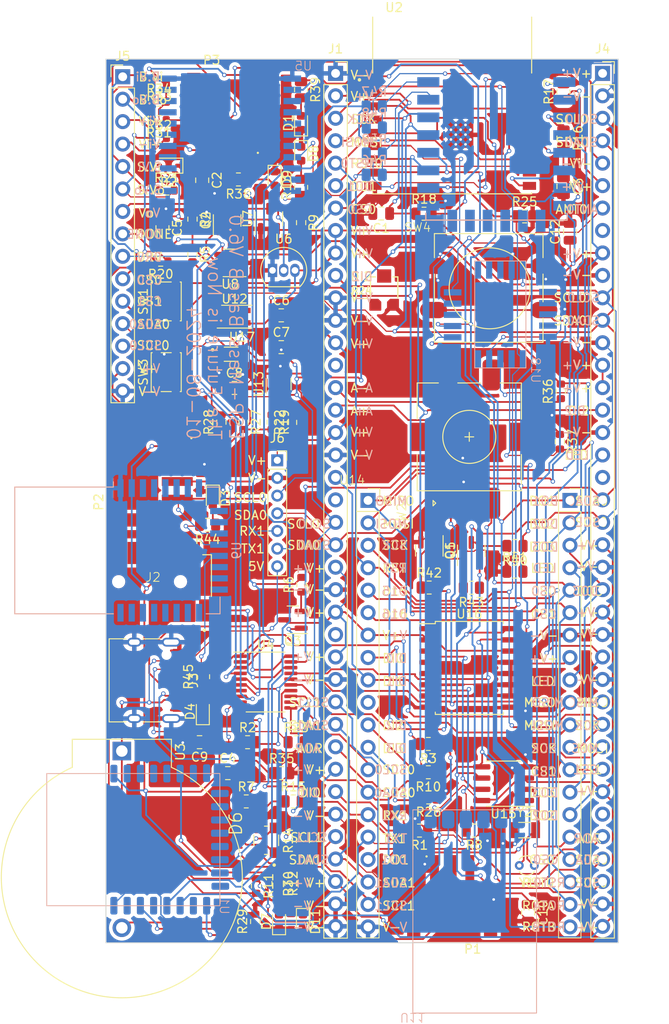
<source format=kicad_pcb>
(kicad_pcb (version 20221018) (generator pcbnew)
  (layers (0 "F.Cu" signal) (31 "B.Cu" signal) (34 "B.Paste" user) (35 "F.Paste" user) (36 "B.SilkS" user "B.Silkscreen") (37 "F.SilkS" user "F.Silkscreen") (38 "B.Mask" user) (39 "F.Mask" user) (44 "Edge.Cuts" user))
  (net 0 "")
  (net 1 "Net-(U2-EN{slash}CHIP_PU)")
  (net 2 "GND")
  (net 3 "Net-(D2-K)")
  (net 4 "VCC")
  (net 5 "+5V")
  (net 6 "Net-(D1-A)")
  (net 7 "Solar_Vo")
  (net 8 "Net-(D6-Pad1)")
  (net 9 "Net-(D6-Pad3)")
  (net 10 "Net-(D7-A)")
  (net 11 "Net-(D8-A)")
  (net 12 "Net-(D9-A)")
  (net 13 "Net-(D11-K)")
  (net 14 "Net-(D11-A)")
  (net 15 "SWIO")
  (net 18 "RX1")
  (net 19 "TX1")
  (net 20 "Solar_Vi")
  (net 21 "DRV")
  (net 22 "Bat-Vo")
  (net 23 "Vo")
  (net 24 "Net-(Q3-G)")
  (net 25 "Net-(Q3-S)")
  (net 26 "DI0")
  (net 27 "D-")
  (net 28 "Net-(U8-EN{slash}ONE_SHOT)")
  (net 29 "Net-(U4-PC0)")
  (net 30 "DI1")
  (net 31 "DI2")
  (net 32 "Bat-Vi")
  (net 33 "Net-(U1-STAT)")
  (net 34 "Net-(U5-P32)")
  (net 35 "Net-(U4-PC4)")
  (net 36 "Net-(U4-PC3)")
  (net 37 "EN")
  (net 38 "D16")
  (net 39 "RST1")
  (net 40 "Net-(U8-DELAY{slash}M_DRV)")
  (net 42 "D15")
  (net 43 "DI3")
  (net 44 "Net-(U1-PWRC)")
  (net 45 "Vi-")
  (net 46 "Vi+")
  (net 47 "A-")
  (net 48 "DO2")
  (net 49 "A+")
  (net 50 "DO3")
  (net 51 "Net-(U5-P7)")
  (net 52 "Net-(U5-P19)")
  (net 53 "CS0")
  (net 54 "ROTA")
  (net 55 "ROTB")
  (net 56 "Net-(U4-PD7)")
  (net 57 "Net-(U14-IO_4)")
  (net 75 "DONE")
  (net 76 "SDA0")
  (net 77 "SCL0")
  (net 78 "SCK")
  (net 79 "MOSI")
  (net 80 "MISO")
  (net 81 "PD2")
  (net 82 "D+")
  (net 96 "ADC")
  (net 97 "CS1")
  (net 104 "RST0")
  (net 105 "DO1")
  (net 108 "SCL1")
  (net 109 "SDA1")
  (net 110 "ADDR")
  (net 111 "LED")
  (net 112 "Net-(Q1-G)")
  (net 113 "Net-(Q1-D)")
  (net 114 "Net-(D6-Pad4)")
  (net 115 "Net-(U4-PC5)")
  (net 116 "Net-(Q5-B)")
  (net 118 "Net-(D3-A)")
  (net 119 "Net-(D4-A)")
  (net 120 "Net-(U9-P1.3)")
  (net 121 "Net-(U9-P1.2)")
  (net 143 "unconnected-(J3-SBU2-PadB8)")
  (net 145 "Net-(J3-CC2)")
  (net 146 "Net-(J3-CC1)")
  (net 147 "Net-(U13-ADDR)")
  (net 148 "Net-(U17-ADDR)")
  (net 150 "Net-(U12-LDR)")
  (net 153 "Net-(U15-X1)")
  (net 154 "Net-(U15-X2)")
  (net 155 "Net-(U15-SQW{slash}OUT)")
  (net 168 "ANT0")
  (net 170 "Net-(U10-RXD)")
  (net 171 "Net-(U10-TXD)")
  (net 172 "RX2")
  (net 173 "TX2")
  (footprint "Resistor_SMD:R_0805_2012Metric" (layer "F.Cu") (at 160.8875 126)
    (fp_text reference "R7")
    (fp_text value "R")
  )
  (footprint "Resistor_SMD:R_0805_2012Metric" (layer "F.Cu") (at 167.09 45.4725 -90)
    (fp_text reference "R39")
    (fp_text value "R")
  )
  (footprint "Connector_PinSocket_2.54mm:PinSocket_1x39_P2.54mm_Vertical" (layer "F.Cu") (at 201.23 43.62)
    (fp_text reference "J4")
    (fp_text value "Conn_01x39_Socket")
  )
  (footprint "LED_SMD:LED_0603_1608Metric" (layer "F.Cu") (at 157.1 91.7 -90)
    (fp_text reference "D3")
    (fp_text value "LED")
  )
  (footprint "Resistor_SMD:R_0805_2012Metric" (layer "F.Cu") (at 180.5 129.3 180)
    (fp_text reference "R1")
    (fp_text value "R")
  )
  (footprint "Resistor_SMD:R_0805_2012Metric" (layer "F.Cu") (at 192.4 59.8)
    (fp_text reference "R25")
    (fp_text value "R")
  )
  (footprint "Resistor_SMD:R_0603_1608Metric" (layer "F.Cu") (at 151.025 46.8125)
    (fp_text reference "R34")
    (fp_text value "R")
  )
  (footprint "Resistor_SMD:R_0603_1608Metric" (layer "F.Cu") (at 167.1 60.5125 -90)
    (fp_text reference "R9")
    (fp_text value "R")
  )
  (footprint "Resistor_SMD:R_0805_2012Metric" (layer "F.Cu") (at 181.5 119.5 180)
    (fp_text reference "R3")
    (fp_text value "R")
  )
  (footprint "A_SensorNode:PJ-320D" (layer "F.Cu") (at 150.34425 101.1375)
    (fp_text reference "J2")
    (fp_text value "PJ-320D-A" hide)
  )
  (footprint "Resistor_SMD:R_0603_1608Metric" (layer "F.Cu") (at 166.0725 83.1125 90)
    (fp_text reference "R22")
    (fp_text value "R")
  )
  (footprint "Resistor_SMD:R_0603_1608Metric" (layer "F.Cu") (at 167.14 101.475 90)
    (fp_text reference "R6")
    (fp_text value "R")
  )
  (footprint "Resistor_SMD:R_0603_1608Metric" (layer "F.Cu") (at 154.8 60.1125 -90)
    (fp_text reference "R4")
    (fp_text value "R")
  )
  (footprint "Resistor_SMD:R_0805_2012Metric" (layer "F.Cu") (at 160 55.6225 180)
    (fp_text reference "R38")
    (fp_text value "R")
  )
  (footprint "Sensor:Avago_APDS-9960" (layer "F.Cu") (at 159.565 71.15)
    (fp_text reference "U12")
    (fp_text value "APDS-9960")
  )
  (footprint "Resistor_SMD:R_0805_2012Metric" (layer "F.Cu") (at 167.3 135.325 90)
    (fp_text reference "R30")
    (fp_text value "R")
  )
  (footprint "Resistor_SMD:R_0805_2012Metric" (layer "F.Cu") (at 156.5125 94.7 180)
    (fp_text reference "R44")
    (fp_text value "R")
  )
  (footprint "Resistor_SMD:R_0805_2012Metric" (layer "F.Cu") (at 181.5 122.7 180)
    (fp_text reference "R10")
    (fp_text value "R")
  )
  (footprint "Resistor_SMD:R_0805_2012Metric" (layer "F.Cu") (at 196.8 45.7125 90)
    (fp_text reference "R17")
    (fp_text value "R")
  )
  (footprint "Capacitor_SMD:C_0805_2012Metric" (layer "F.Cu") (at 159.5475 79.2125)
    (fp_text reference "C8")
    (fp_text value "C")
  )
  (footprint "Resistor_SMD:R_0603_1608Metric" (layer "F.Cu") (at 154.8 64.1125 -90)
    (fp_text reference "R5")
    (fp_text value "R")
  )
  (footprint "Capacitor_SMD:C_0805_2012Metric" (layer "F.Cu") (at 155.9 55.7125 -90)
    (fp_text reference "C2")
    (fp_text value "C")
  )
  (footprint "Battery:BatteryHolder_ComfortableElectronic_CH273-2450_1x2450" (layer "F.Cu") (at 146.8 120.3 -90)
    (fp_text reference "U3")
    (fp_text value "CR2450")
  )
  (footprint "EVM3ES:EMV3ESX50B12" (layer "F.Cu") (at 176.5 68.2)
    (fp_text reference "R24")
    (fp_text value "EVM3ESX50B12")
  )
  (footprint "Resistor_SMD:R_0603_1608Metric" (layer "F.Cu") (at 163.7725 83.0875 -90)
    (fp_text reference "R19")
    (fp_text value "R")
  )
  (footprint "Resistor_SMD:R_0603_1608Metric" (layer "F.Cu") (at 162 135.5625 -90)
    (fp_text reference "R11")
    (fp_text value "R")
  )
  (footprint "Package_TO_SOT_SMD:SOT-23" (layer "F.Cu") (at 158.723344 60.261948 90)
    (fp_text reference "Q2")
    (fp_text value "Si2371EDS")
  )
  (footprint "Resistor_SMD:R_0603_1608Metric" (layer "F.Cu") (at 158.0725 83.0875 90)
    (fp_text reference "R28")
    (fp_text value "R")
  )
  (footprint "Resistor_SMD:R_0805_2012Metric" (layer "F.Cu") (at 191.3 100)
    (fp_text reference "R41")
    (fp_text value "R")
  )
  (footprint "Capacitor_SMD:C_0805_2012Metric" (layer "F.Cu") (at 155.6 119.3 180)
    (fp_text reference "C9")
    (fp_text value "C")
  )
  (footprint "Resistor_SMD:R_0805_2012Metric" (layer "F.Cu") (at 186.37625 101.82375 180)
    (fp_text reference "R43")
    (fp_text value "R")
  )
  (footprint "A_SensorNode:ButtonSwitch12mm_SMD" (layer "F.Cu") (at 180.2875 61.55)
    (fp_text reference "SW4")
    (fp_text value "SW_Push")
  )
  (footprint "A_SensorNode:RotaryEncoder_E11" (layer "F.Cu") (at 178.9875 93.75 90)
    (fp_text reference "SW2")
    (fp_text value "RotaryEncoder")
  )
  (footprint "Connector_PinSocket_2.00mm:PinSocket_1x07_P2.00mm_Vertical" (layer "F.Cu") (at 164.4 87.4)
    (fp_text reference "J6")
    (fp_text value "Conn_01x07_Pin")
  )
  (footprint "Resistor_SMD:R_0805_2012Metric" (layer "F.Cu") (at 164.9 122.8)
    (fp_text reference "R35")
    (fp_text value "R")
  )
  (footprint "R3528RGB:LED_LL-R3528RGBC-008-B" (layer "F.Cu") (at 163.15 130.4 90)
    (fp_text reference "D6")
    (fp_text value "LL-R3528RGBC-008-B")
  )
  (footprint "Diode_SMD:D_SOD-323" (layer "F.Cu") (at 152.1 54.0625 180)
    (fp_text reference "D2")
    (fp_text value "D_Schottky")
  )
  (footprint "S3B-PH:JST_S3B-PH-SM4-TB" (layer "F.Cu") (at 159.3 51.0125)
    (fp_text reference "P3")
    (fp_text value "S3B-PH-SM4-TB")
  )
  (footprint "Resistor_SMD:R_0603_1608Metric" (layer "F.Cu") (at 160.5725 83.0875 -90)
    (fp_text reference "R27")
    (fp_text value "R")
  )
  (footprint "Package_TO_SOT_SMD:SOT-23" (layer "F.Cu") (at 186.3625 97.63375 90)
    (fp_text reference "Q1")
    (fp_text value "Si2371EDS")
  )
  (footprint "Connector_PinHeader_2.54mm:PinHeader_1x15_P2.54mm_Vertical" (layer "F.Cu") (at 146.9 44)
    (fp_text reference "J5")
    (fp_text value "Conn_01x15_Pin")
  )
  (footprint "Button_Switch_SMD:SW_SPST_PTS810" (layer "F.Cu") (at 151.825 77.425 90)
    (fp_text reference "SW3")
    (fp_text value "SW_Push")
  )
  (footprint "Connector_PinSocket_2.54mm:PinSocket_1x39_P2.54mm_Vertical" (layer "F.Cu") (at 171 43.62)
    (fp_text reference "J1")
    (fp_text value "Conn_01x39_Socket")
  )
  (footprint "Resistor_SMD:R_0805_2012Metric" (layer "F.Cu") (at 166.5375 119.3)
    (fp_text reference "R23")
    (fp_text value "R")
  )
  (footprint "Resistor_SMD:R_0805_2012Metric" (layer "F.Cu") (at 181.5375 125.55 180)
    (fp_text reference "R26")
    (fp_text value "R")
  )
  (footprint "Resistor_SMD:R_0603_1608Metric" (layer "F.Cu") (at 151.025 50.9125)
    (fp_text reference "R32")
    (fp_text value "R")
  )
  (footprint "Resistor_SMD:R_0603_1608Metric" (layer "F.Cu") (at 151 48.9125 180)
    (fp_text reference "R31")
    (fp_text value "R")
  )
  (footprint "Resistor_SMD:R_0603_1608Metric" (layer "F.Cu") (at 161.9 139.5875 90)
    (fp_text reference "R29")
    (fp_text value "R")
  )
  (footprint "Package_SO:TSSOP-20_4.4x6.5mm_P0.65mm" (layer "F.Cu") (at 163.075 112.490685)
    (fp_text reference "U4")
    (fp_text value "CH32V003F4P6")
  )
  (footprint "Capacitor_SMD:C_0805_2012Metric" (layer "F.Cu") (at 151.4 61.1125 -90)
    (fp_text reference "C5")
    (fp_text value "C")
  )
  (footprint "Button_Switch_SMD:SW_SPST_PTS810" (layer "F.Cu") (at 151.825 69.425 90)
    (fp_text reference "SW1")
    (fp_text value "SW_Push")
  )
  (footprint "LED_SMD:LED_0603_1608Metric" (layer "F.Cu") (at 155.97 115.835 90)
    (fp_text reference "D4")
    (fp_text value "LED")
  )
  (footprint "Capacitor_SMD:C_0805_2012Metric" (layer "F.Cu") (at 158.8 122.8)
    (fp_text reference "C4")
    (fp_text value "C")
  )
  (footprint "Resistor_SMD:R_0603_1608Metric" (layer "F.Cu") (at 151.9 56.8625)
    (fp_text reference "R21")
    (fp_text value "R")
  )
  (footprint "Resistor_SMD:R_0805_2012Metric" (layer "F.Cu") (at 191.3125 97.1 180)
    (fp_text reference "R40")
    (fp_text value "R")
  )
  (footprint "Capacitor_SMD:C_0805_2012Metric" (layer "F.Cu") (at 164.85 74.6)
    (fp_text reference "C7")
    (fp_text value "C")
  )
  (footprint "Capacitor_SMD:C_0805_2012Metric" (layer "F.Cu") (at 164.85 71)
    (fp_text reference "C6")
    (fp_text value "C")
  )
  (footprint "Crystal:Crystal_Round_D1.5mm_Vertical" (layer "F.Cu") (at 193.5 133.25 180)
    (fp_text reference "Y1")
    (fp_text value "Crystal")
  )
  (footprint "Connector_USB:USB_C_Receptacle_HRO_TYPE-C-31-M-12" (layer "F.Cu") (at 149.265 112.3 -90)
    (fp_text reference "J3")
    (fp_text value "USB_C_Receptacle_USB2.0")
  )
  (footprint "BH1750:XDCR_BH1750FVI-TR" (layer "F.Cu") (at 159.175 75.4)
    (fp_text reference "U17")
    (fp_text value "BH1750FVI-TR")
  )
  (footprint "Resistor_SMD:R_0805_2012Metric" (layer "F.Cu") (at 196.8 50.9375 -90)
    (fp_text reference "R16")
    (fp_text value "R")
  )
  (footprint "Resistor_SMD:R_0805_2012Metric" (layer "F.Cu") (at 164.53 135.2875 -90)
    (fp_text reference "R12")
    (fp_text value "R")
  )
  (footprint "Capacitor_SMD:C_0805_2012Metric" (layer "F.Cu") (at 196.8 56.4 -90)
    (fp_text reference "C3")
    (fp_text value "C")
  )
  (footprint "Package_TO_SOT_SMD:SOT-23-6" (layer "F.Cu") (at 159.0625 65.0625 180)
    (fp_text reference "U8")
    (fp_text value "TPL5110")
  )
  (footprint "Package_TO_SOT_SMD:SOT-23-3" (layer "F.Cu") (at 163.45 60.075 90)
    (fp_text reference "U7")
    (fp_text value "XC6206PxxxMR")
  )
  (footprint "ESP32-C3:MODULE_ESP32-C3-WROOM-02-H4" (layer "F.Cu") (at 184.2 47.25)
    (fp_text reference "U2")
    (fp_text value "ESP32-C3-WROOM-02")
  )
  (footprint "Package_SO:SOIC-16W_7.5x10.3mm_P1.27mm" (layer "F.Cu") (at 186.15 110.895)
    (fp_text reference "U16")
    (fp_text value "DS3231M")
  )
  (footprint "LED_SMD:LED_0603_1608Metric" (layer "F.Cu") (at 167.1 52.7125 -90)
    (fp_text reference "D8")
    (fp_text value "LED")
  )
  (footprint "Resistor_SMD:R_0805_2012Metric" (layer "F.Cu") (at 186.7 129.3 180)
    (fp_text reference "R8")
    (fp_text value "R")
  )
  (footprint "Package_TO_SOT_SMD:SOT-23" (layer "F.Cu") (at 166.1625 105.45 180)
    (fp_text reference "Q3")
    (fp_text value "Si2371EDS")
  )
  (footprint "Crystal:Crystal_SMD_3215-2Pin_3.2x1.5mm" (layer "F.Cu") (at 192.4 129.25)
    (fp_text reference "Y2")
    (fp_text value "Crystal")
  )
  (footprint "Package_TO_SOT_THT:TO-92_Inline" (layer "F.Cu") (at 163.86 65.9125)
    (fp_text reference "U6")
    (fp_text value "MCP1700x-330xxTO")
  )
  (footprint "Sensor_Humidity:Sensirion_DFN-8-1EP_2.5x2.5mm_P0.5mm_EP1.1x1.7mm" (layer "F.Cu") (at 164.55 78.775 90)
    (fp_text reference "U13")
    (fp_text value "SHT31-DIS")
  )
  (footprint "Package_TO_SOT_SMD:SOT-23" (layer "F.Cu") (at 181.6125 97.59625 -90)
    (fp_text reference "Q5")
    (fp_text value "MMBT5551L")
  )
  (footprint "Capacitor_SMD:C_0805_2012Metric" (layer "F.Cu") (at 176.1675 59.475 180)
    (fp_text reference "C1")
    (fp_text value "C")
  )
  (footprint "Resistor_SMD:R_0805_2012Metric" (layer "F.Cu") (at 181.0125 59.5)
    (fp_text reference "R18")
    (fp_text value "R")
  )
  (footprint "Resistor_SMD:R_0603_1608Metric" (layer "F.Cu") (at 196.5 79.6 90)
    (fp_text reference "R36")
    (fp_text value "R")
  )
  (footprint "Resistor_SMD:R_0805_2012Metric" (layer "F.Cu") (at 166.2 126)
    (fp_text reference "R15")
    (fp_text value "R")
  )
  (footprint "A_SensorNode:LolinBase" (layer "F.Cu") (at 172.876 90.14)
    (fp_text reference "U14")
    (fp_text value "Lolin_Base")
  )
  (footprint "S3B-PH:JST_S3B-PH-SM4-TB" (layer "F.Cu") (at 184.2 133.825 180)
    (fp_text reference "P1")
    (fp_text value "S3B-PH-SM4-TB")
  )
  (footprint "Resistor_SMD:R_0805_2012Metric" (layer "F.Cu") (at 181.6 101.8)
    (fp_text reference "R42")
    (fp_text value "R")
  )
  (footprint "Resistor_SMD:R_0805_2012Metric" (layer "F.Cu") (at 161.0375 119.3)
    (fp_text reference "R2")
    (fp_text value "R")
  )
  (footprint "Capacitor_SMD:C_0805_2012Metric" (layer "F.Cu") (at 197.55 61.55 90)
    (fp_text reference "C12")
    (fp_text value "C")
  )
  (footprint "Resistor_SMD:R_0805_2012Metric" (layer "F.Cu") (at 167.3 130.4375 90)
    (fp_text reference "R14")
    (fp_text value "R")
  )
  (footprint "Capacitor_SMD:C_0805_2012Metric" (layer "F.Cu") (at 192.8 138.6 -90)
    (fp_text reference "C10")
    (fp_text value "C")
  )
  (footprint "S4B-PH:JST_S4B-PH-SM4-TB" (layer "F.Cu") (at 153.075 88.8 90)
    (fp_text reference "P2")
    (fp_text value "S4B-PH-SM4-TB")
  )
  (footprint "Package_SO:SOIC-8_3.9x4.9mm_P1.27mm" (layer "F.Cu") (at 190.025 123.995 180)
    (fp_text reference "U15")
    (fp_text value "DS1307Z+")
  )
  (footprint "LED_SMD:LED_0603_1608Metric" (layer "F.Cu") (at 167.3 139.6 -90)
    (fp_text reference "D11")
    (fp_text value "LED")
  )
  (footprint "LED_SMD:LED_0603_1608Metric" (layer "F.Cu") (at 167.09 49.2125 90)
    (fp_text reference "D1")
    (fp_text value "LED")
  )
  (footprint "LED_SMD:LED_0603_1608Metric" (layer "F.Cu") (at 164.1 55.5125 -90)
    (fp_text reference "D9")
    (fp_text value "LED")
  )
  (footprint "Resistor_SMD:R_0603_1608Metric" (layer "F.Cu") (at 151.025 44.8125 180)
    (fp_text reference "R33")
    (fp_text value "R")
  )
  (footprint "Resistor_SMD:R_0805_2012Metric" (layer "F.Cu") (at 156 111.8875 90)
    (fp_text reference "R45")
    (fp_text value "R")
  )
  (footprint "Resistor_SMD:R_0603_1608Metric" (layer "F.Cu") (at 151.2 64.9125 180)
    (fp_text reference "R20")
    (fp_text value "R")
  )
  (footprint "Resistor_SMD:R_0603_1608Metric" (layer "F.Cu") (at 196.4 85.3 -90)
    (fp_text reference "R37")
    (fp_text value "R")
  )
  (footprint "LED_SMD:LED_0603_1608Metric" (layer "F.Cu") (at 164.6 139.5975 90)
    (fp_text reference "D7")
    (fp_text value "LED")
  )
  (footprint "Resistor_SMD:R_0805_2012Metric" (layer "F.Cu") (at 167.1 56.5125 90)
    (fp_text reference "R13")
    (fp_text value "R")
  )
  (footprint "RF_Module:E18-MS1-PCB" (layer "B.Cu") (at 146.3 97.6 -90)
    (fp_text reference "U9")
    (fp_text value "E18-MS1-PCB")
  )
  (footprint "Resistor_SMD:R_0805_2012Metric" (layer "B.Cu") (at 175.3875 52.7 180)
    (fp_text reference "R49")
    (fp_text value "R")
  )
  (footprint "Resistor_SMD:R_0805_2012Metric" (layer "B.Cu") (at 175.3875 49.75 180)
    (fp_text reference "R48")
    (fp_text value "R")
  )
  (footprint "Resistor_SMD:R_0805_2012Metric" (layer "B.Cu") (at 175.375 47.35 180)
    (fp_text reference "R47")
    (fp_text value "R")
  )
  (footprint "A_SensorNode:JDY-Base" (layer "B.Cu") (at 157.9 137.8 90)
    (fp_text reference "U1")
    (fp_text value "~")
  )
  (footprint "A_SensorNode:ESP12_SMD" (layer "B.Cu") (at 197.25 42 180)
    (fp_text reference "U10" hide)
    (fp_text value "ESP-12F" hide)
  )
  (footprint "A_SensorNode:E220-900MM" (layer "B.Cu") (at 193.15 77.2 90)
    (fp_text reference "U18")
    (fp_text value "~" hide)
  )
  (footprint "A_SensorNode:JDY-41" (layer "B.Cu") (at 179.75 149.95)
    (fp_text reference "U11")
    (fp_text value "~")
  )
  (footprint "Resistor_SMD:R_0805_2012Metric" (layer "B.Cu") (at 175.375 55.1 180)
    (fp_text reference "R46")
    (fp_text value "R")
  )
  (footprint "A_SensorNode:E104-BT07" (layer "B.Cu") (at 167.35 43.2925 180)
    (fp_text reference "U5")
    (fp_text value "~")
  )
  (gr_rect (start 145 42) (end 203 142) (stroke (width 0.1)) (fill none) (layer "Edge.Cuts"))
  (gr_text "V-" (at 175.316666 72.2) (layer "B.SilkS") (effects (font (size 1 1)) (justify left bottom mirror)))
  (gr_text "ROTA" (at 197.145238 138.4) (layer "B.SilkS") (effects (font (size 1 1)) (justify left bottom mirror)))
  (gr_text "CS1" (at 196.145238 105.4) (layer "B.SilkS") (effects (font (size 1 1)) (justify left bottom mirror)))
  (gr_text "SCK" (at 201.069046 118) (layer "B.SilkS") (effects (font (size 1 1)) (justify left bottom mirror)))
  (gr_text "SDA0" (at 201.069046 92.6) (layer "B.SilkS") (effects (font (size 1 1)) (justify left bottom mirror)))
  (gr_text "V+" (at 175.316666 84.8) (layer "B.SilkS") (effects (font (size 1 1)) (justify left bottom mirror)))
  (gr_text "V+" (at 168.345238 135.8) (layer "B.SilkS") (effects (font (size 1 1)) (justify left bottom mirror)))
  (gr_text "ADR" (at 200.869046 130.8) (layer "B.SilkS") (effects (font (size 1 1)) (justify left bottom mirror)))
  (gr_text "Vi-" (at 151.25 52.2) (layer "B.SilkS") (effects (font (size 1 1)) (justify left bottom mirror)))
  (gr_text "MISO" (at 196.945238 115.4) (layer "B.SilkS") (effects (font (size 1 1)) (justify left bottom mirror)))
  (gr_text "SDA0" (at 201.021428 72.2) (layer "B.SilkS") (effects (font (size 1 1)) (justify left bottom mirror)))
  (gr_text "V+" (at 200.469046 140.8) (layer "B.SilkS") (effects (font (size 1 1)) (justify left bottom mirror)))
  (gr_text "V-" (at 175.316666 87.4) (layer "B.SilkS") (effects (font (size 1 1)) (justify left bottom mirror)))
  (gr_text "A-" (at 175.316666 79.8) (layer "B.SilkS") (effects (font (size 1 1)) (justify left bottom mirror)))
  (gr_text "RST0" (at 175.316666 54.4) (layer "B.SilkS") (effects (font (size 1 1)) (justify left bottom mirror)))
  (gr_text "DI2" (at 179.211904 118) (layer "B.SilkS") (effects (font (size 1 1)) (justify left bottom mirror)))
  (gr_text "SCL0" (at 201.021428 69.6) (layer "B.SilkS") (effects (font (size 1 1)) (justify left bottom mirror)))
  (gr_text "LED" (at 199.821428 87.4) (layer "B.SilkS") (effects (font (size 1 1)) (justify left bottom mirror)))
  (gr_text "V+" (at 179.211904 107.8) (layer "B.SilkS") (effects (font (size 1 1)) (justify left bottom mirror)))
  (gr_text "S.Vo" (at 151.45 57.4) (layer "B.SilkS") (effects (font (size 1 1)) (justify left bottom mirror)))
  (gr_text "ANT0" (at 200.821428 59.6) (layer "B.SilkS") (effects (font (size 1 1)) (justify left bottom mirror)))
  (gr_text "DO3" (at 196.345238 97.8) (layer "B.SilkS") (effects (font (size 1 1)) (justify left bottom mirror)))
  (gr_text "ESP-Mess BaseB V6.0\nThe Future is Now\n01-08-2024" (at 154 85.2 270) (layer "B.SilkS") (effects (font (size 1.5 1.5)) (justify left bottom mirror)))
  (gr_text "SCL1" (at 170.345238 115.4) (layer "B.SilkS") (effects (font (size 1 1)) (justify left bottom mirror)))
  (gr_text "RX1" (at 179.211904 128.2) (layer "B.SilkS") (effects (font (size 1 1)) (justify left bottom mirror)))
  (gr_text "DRV" (at 151.45 65) (layer "B.SilkS") (effects (font (size 1 1)) (justify left bottom mirror)))
  (gr_text "V+" (at 195.145238 110.4) (layer "B.SilkS") (effects (font (size 1 1)) (justify left bottom mirror)))
  (gr_text "SCL0" (at 201.069046 95) (layer "B.SilkS") (effects (font (size 1 1)) (justify left bottom mirror)))
  (gr_text "SCL0" (at 151.45 75) (layer "B.SilkS") (effects (font (size 1 1)) (justify left bottom mirror)))
  (gr_text "Vi+" (at 151.25 49.6) (layer "B.SilkS") (effects (font (size 1 1)) (justify left bottom mirror)))
  (gr_text "V+" (at 175.316666 74.8) (layer "B.SilkS") (effects (font (size 1 1)) (justify left bottom mirror)))
  (gr_text "V+" (at 168.345238 105.2) (layer "B.SilkS") (effects (font (size 1 1)) (justify left bottom mirror)))
  (gr_text "DI2" (at 175.316666 67.2) (layer "B.SilkS") (effects (font (size 1 1)) (justify left bottom mirror)))
  (gr_text "Vi+" (at 199.221428 57) (layer "B.SilkS") (effects (font (size 1 1)) (justify left bottom mirror)))
  (gr_text "SDA1" (at 170.345238 133.2) (layer "B.SilkS") (effects (font (size 1 1)) (justify left bottom mirror)))
  (gr_text "SDA0" (at 201.069046 133.2) (layer "B.SilkS") (effects (font (size 1 1)) (justify left bottom mirror)))
  (gr_text "DI3" (at 179.211904 120.6) (layer "B.SilkS") (effects (font (size 1 1)) (justify left bottom mirror)))
  (gr_text "ROTB" (at 197.145238 140.8) (layer "B.SilkS") (effects (font (size 1 1)) (justify left bottom mirror)))
  (gr_text "DO2" (at 196.345238 128.2) (layer "B.SilkS") (effects (font (size 1 1)) (justify left bottom mirror)))
  (gr_text "DO3" (at 200.869046 102.8) (layer "B.SilkS") (effects (font (size 1 1)) (justify left bottom mirror)))
  (gr_text "LED" (at 196.145238 100.2) (layer "B.SilkS") (effects (font (size 1 1)) (justify left bottom mirror)))
  (gr_text "SDA0" (at 200.821428 52) (layer "B.SilkS") (effects (font (size 1 1)) (justify left bottom mirror)))
  (gr_text "V+" (at 200.469046 125.4) (layer "B.SilkS") (effects (font (size 1 1)) (justify left bottom mirror)))
  (gr_text "SCK" (at 179.211904 97.6) (layer "B.SilkS") (effects (font (size 1 1)) (justify left bottom mirror)))
  (gr_text "V-" (at 151.25 80.2) (layer "B.SilkS") (effects (font (size 1 1)) (justify left bottom mirror)))
  (gr_text "DO2" (at 196.345238 95.2) (layer "B.SilkS") (effects (font (size 1 1)) (justify left bottom mirror)))
  (gr_text "V-" (at 175.316666 44.4) (layer "B.SilkS") (effects (font (size 1 1)) (justify left bottom mirror)))
  (gr_text "MOSI" (at 175.316666 52) (layer "B.SilkS") (effects (font (size 1 1)) (justify left bottom mirror)))
  (gr_text "V+" (at 168.345238 100.2) (layer "B.SilkS") (effects (font (size 1 1)) (justify left bottom mirror)))
  (gr_text "V-" (at 200.469046 100) (layer "B.SilkS") (effects (font (size 1 1)) (justify left bottom mirror)))
  (gr_text "Vo" (at 151.25 60) (layer "B.SilkS") (effects (font (size 1 1)) (justify left bottom mirror)))
  (gr_text "A+" (at 175.316666 82.4) (layer "B.SilkS") (effects (font (size 1 1)) (justify left bottom mirror)))
  (gr_text "SCL1" (at 170.180238 130.664564) (layer "B.SilkS") (effects (font (size 1 1)) (justify left bottom mirror)))
  (gr_text "MOSI" (at 196.945238 118) (layer "B.SilkS") (effects (font (size 1 1)) (justify left bottom mirror)))
  (gr_text "MISO" (at 200.869046 115.4) (layer "B.SilkS") (effects (font (size 1 1)) (justify left bottom mirror)))
  (gr_text "V+" (at 198.821428 64.6) (layer "B.SilkS") (effects (font (size 1 1)) (justify left bottom mirror)))
  (gr_text "Vi-" (at 199.221428 54.4) (layer "B.SilkS") (effects (font (size 1 1)) (justify left bottom mirror)))
  (gr_text "DI0" (at 169.145238 125.6) (layer "B.SilkS") (effects (font (size 1 1)) (justify left bottom mirror)))
  (gr_text "V+" (at 175.316666 46.8) (layer "B.SilkS") (effects (font (size 1 1)) (justify left bottom mirror)))
  (gr_text "V-" (at 168.345238 102.6) (layer "B.SilkS") (effects (font (size 1 1)) (justify left bottom mirror)))
  (gr_text "DI1" (at 179.211904 113) (layer "B.SilkS") (effects (font (size 1 1)) (justify left bottom mirror)))
  (gr_text "V-" (at 198.821428 67) (layer "B.SilkS") (effects (font (size 1 1)) (justify left bottom mirror)))
  (gr_text "V+" (at 198.821428 44.2) (layer "B.SilkS") (effects (font (size 1 1)) (justify left bottom mirror)))
  (gr_text "V+" (at 175.316666 64.6) (layer "B.SilkS") (effects (font (size 1 1)) (justify left bottom mirror)))
  (gr_text "DI2" (at 199.421428 82.4) (layer "B.SilkS") (effects (font (size 1 1)) (justify left bottom mirror)))
  (gr_text "SCL0" (at 200.821428 49.4) (layer "B.SilkS") (effects (font (size 1 1)) (justify left bottom mirror)))
  (gr_text "DO1" (at 175.316666 57) (layer "B.SilkS") (effects (font (size 1 1)) (justify left bottom mirror)))
  (gr_text "D15" (at 179.211904 102.8) (layer "B.SilkS") (effects (font (size 1 1)) (justify left bottom mirror)))
  (gr_text "LED" (at 196.145238 113) (layer "B.SilkS") (effects (font (size 1 1)) (justify left bottom mirror)))
  (gr_text "V-" (at 198.821428 46.8) (layer "B.SilkS") (effects (font (size 1 1)) (justify left bottom mirror)))
  (gr_text "CS0" (at 175.316666 59.6) (layer "B.SilkS") (effects (font (size 1 1)) (justify left bottom mirror)))
  (gr_text "V-" (at 200.469046 112.8) (layer "B.SilkS") (effects (font (size 1 1)) (justify left bottom mirror)))
  (gr_text "V-" (at 195.145238 107.8) (layer "B.SilkS") (effects (font (size 1 1)) (justify left bottom mirror)))
  (gr_text "CS0" (at 196.145238 102.8) (layer "B.SilkS") (effects (font (size 1 1)) (justify left bottom mirror)))
  (gr_text "ADR" (at 169.345238 120.6) (layer "B.SilkS") (effects (font (size 1 1)) (justify left bottom mirror)))
  (gr_text "V+" (at 168.345238 123) (layer "B.SilkS") (effects (font (size 1 1)) (justify left bottom mirror)))
  (gr_text "V-" (at 179.211904 140.8) (layer "B.SilkS") (effects (font (size 1 1)) (justify left bottom mirror)))
  (gr_text "MISO" (at 179.211904 92.6) (layer "B.SilkS") (effects (font (size 1 1)) (justify left bottom mirror)))
  (gr_text "V-" (at 200.469046 107.6) (layer "B.SilkS") (effects (font (size 1 1)) (justify left bottom mirror)))
  (gr_text "V+" (at 168.345238 110.2) (layer "B.SilkS") (effects (font (size 1 1)) (justify left bottom mirror)))
  (gr_text "V+" (at 175.316666 62) (layer "B.SilkS") (effects (font (size 1 1)) (justify left bottom mirror)))
  (gr_text "SCL0" (at 201.069046 135.8) (layer "B.SilkS") (effects (font (size 1 1)) (justify left bottom mirror)))
  (gr_text "CS1" (at 151.45 70) (layer "B.SilkS") (effects (font (size 1 1)) (justify left bottom mirror)))
  (gr_text "CS0" (at 151.45 67.6) (layer "B.SilkS") (effects (font (size 1 1)) (justify left bottom mirror)))
  (gr_text "SDA0" (at 170.545238 97.6) (layer "B.SilkS") (effects (font (size 1 1)) (justify left bottom mirror)))
  (gr_text "DO3" (at 196.345238 125.6) (layer "B.SilkS") (effects (font (size 1 1)) (justify left bottom mirror)))
  (gr_text "SDA1" (at 170.345238 118) (layer "B.SilkS") (effects (font (size 1 1)) (justify left bottom mirror)))
  (gr_text "SDA0" (at 151.45 72.6) (layer "B.SilkS") (effects (font (size 1 1)) (justify left bottom mirror)))
  (gr_text "V-" (at 198.821428 84.8) (layer "B.SilkS") (effects (font (size 1 1)) (justify left bottom mirror)))
  (gr_text "V+" (at 151.25 77.6) (layer "B.SilkS") (effects (font (size 1 1)) (justify left bottom mirror)))
  (gr_text "SCK" (at 196.145238 120.6) (layer "B.SilkS") (effects (font (size 1 1)) (justify left bottom mirror)))
  (gr_text "S.Vi" (at 151.45 54.8) (layer "B.SilkS") (effects (font (size 1 1)) (justify left bottom mirror)))
  (gr_text "DI0" (at 179.211904 110.4) (layer "B.SilkS") (effects (font (size 1 1)) (justify left bottom mirror)))
  (gr_text "RST0" (at 197.145238 135.8) (layer "B.SilkS") (effects (font (size 1 1)) (justify left bottom mirror)))
  (gr_text "V-" (at 168.345238 138.4) (layer "B.SilkS") (effects (font (size 1 1)) (justify left bottom mirror)))
  (gr_text "MOSI" (at 200.869046 120.6) (layer "B.SilkS") (effects (font (size 1 1)) (justify left bottom mirror)))
  (gr_text "V+" (at 198.821428 79.8) (layer "B.SilkS") (effects (font (size 1 1)) (justify left bottom mirror)))
  (gr_text "V-" (at 168.345238 128.2) (layer "B.SilkS") (effects (font (size 1 1)) (justify left bottom mirror)))
  (gr_text "SDA1" (at 179.211904 135.8) (layer "B.SilkS") (effects (font (size 1 1)) (justify left bottom mirror)))
  (gr_text "V-" (at 168.345238 112.8) (layer "B.SilkS") (effects (font (size 1 1)) (justify left bottom mirror)))
  (gr_text "CS1" (at 200.869046 123) (layer "B.SilkS") (effects (font (size 1 1)) (justify left bottom mirror)))
  (gr_text "DO1" (at 179.211904 133.2) (layer "B.SilkS") (effects (font (size 1 1)) (justify left bottom mirror)))
  (gr_text "V+" (at 200.469046 105.2) (layer "B.SilkS") (effects (font (size 1 1)) (justify left bottom mirror)))
  (gr_text "DONE" (at 151.45 62.4) (layer "B.SilkS") (effects (font (size 1 1)) (justify left bottom mirror)))
  (gr_text "CS1" (at 196.145238 123.2) (layer "B.SilkS") (effects (font (size 1 1)) (justify left bottom mirror)))
  (gr_text "DO1" (at 196.345238 92.6) (layer "B.SilkS") (effects (font (size 1 1)) (justify left bottom mirror)))
  (gr_text "V-" (at 200.469046 138.2) (layer "B.SilkS") (effects (font (size 1 1)) (justify left bottom mirror)))
  (gr_text "SCL1" (at 179.211904 138.4) (layer "B.SilkS") (effects (font (size 1 1)) (justify left bottom mirror)))
  (gr_text "TX1" (at 179.211904 130.8) (layer "B.SilkS") (effects (font (size 1 1)) (justify left bottom mirror)))
  (gr_text "V-" (at 175.316666 69.6) (layer "B.SilkS") (effects (font (size 1 1)) (justify left bottom mirror)))
  (gr_text "B.Vi" (at 151.25 44.6) (layer "B.SilkS") (effects (font (size 1 1)) (justify left bottom mirror)))
  (gr_text "CS0" (at 196.345238 133.2) (layer "B.SilkS") (effects (font (size 1 1)) (justify left bottom mirror)))
  (gr_text "V+" (at 198.821428 77.2) (layer "B.SilkS") (effects (font (size 1 1)) (justify left bottom mirror)))
  (gr_text "MOSI" (at 179.211904 95.2) (layer "B.SilkS") (effects (font (size 1 1)) (justify left bottom mirror)))
  (gr_text "B.Vo" (at 151.25 47.2) (layer "B.SilkS") (effects (font (size 1 1)) (justify left bottom mirror)))
  (gr_text "D16" (at 179.211904 105.4) (layer "B.SilkS") (effects (font (size 1 1)) (justify left bottom mirror)))
  (gr_text "V-" (at 198.821428 74.6) (layer "B.SilkS") (effects (font (size 1 1)) (justify left bottom mirror)))
  (gr_text "V-" (at 168.345238 140.8) (layer "B.SilkS") (effects (font (size 1 1)) (justify left bottom mirror)))
  (gr_text "RST" (at 179.211904 100.2) (layer "B.SilkS") (effects (font (size 1 1)) (justify left bottom mirror)))
  (gr_text "SCL0" (at 170.545238 95.2) (layer "B.SilkS") (effects (font (size 1 1)) (justify left bottom mirror)))
  (gr_text "SCL0" (at 179.211904 123) (layer "B.SilkS") (effects (font (size 1 1)) (justify left bottom mirror)))
  (gr_text "SCK" (at 175.316666 49.4) (layer "B.SilkS") (effects (font (size 1 1)) (justify left bottom mirror)))
  (gr_text "SDA0" (at 179.211904 125.6) (layer "B.SilkS") (effects (font (size 1 1)) (justify left bottom mirror)))
  (gr_text "V+" (at 200.469046 97.6) (layer "B.SilkS") (effects (font (size 1 1)) (justify left bottom mirror)))
  (gr_text "V-" (at 172.6 69.6) (layer "F.SilkS") (effects (font (size 1 1)) (justify left bottom)))
  (gr_text "DI3" (at 176.2 120.6) (layer "F.SilkS") (effects (font (size 1 1)) (justify left bottom)))
  (gr_text "CS1" (at 193 123.2) (layer "F.SilkS") (effects (font (size 1 1)) (justify left bottom)))
  (gr_text "V+" (at 172.6 74.8) (layer "F.SilkS") (effects (font (size 1 1)) (justify left bottom)))
  (gr_text "SCL0" (at 198 95) (layer "F.SilkS") (effects (font (size 1 1)) (justify left bottom)))
  (gr_text "DI0" (at 166.8 125.6) (layer "F.SilkS") (effects (font (size 1 1)) (justify left bottom)))
  (gr_text "CS1" (at 193 105.4) (layer "F.SilkS") (effects (font (size 1 1)) (justify left bottom)))
  (gr_text "V-" (at 198.6 100) (layer "F.SilkS") (effects (font (size 1 1)) (justify left bottom)))
  (gr_text "V+" (at 194 110.4) (layer "F.SilkS") (effects (font (size 1 1)) (justify left bottom)))
  (gr_text "V-" (at 197.8 74.6) (layer "F.SilkS") (effects (font (size 1 1)) (justify left bottom)))
  (gr_text "SDA0" (at 148.4 72.6) (layer "F.SilkS") (effects (font (size 1 1)) (justify left bottom)))
  (gr_text "MISO" (at 192.2 115.4) (layer "F.SilkS") (effects (font (size 1 1)) (justify left bottom)))
  (gr_text "V+" (at 172.6 62) (layer "F.SilkS") (effects (font (size 1 1)) (justify left bottom)))
  (gr_text "V+" (at 197.8 79.8) (layer "F.SilkS") (effects (font (size 1 1)) (justify left bottom)))
  (gr_text "V+" (at 167.6 135.8) (layer "F.SilkS") (effects (font (size 1 1)) (justify left bottom)))
  (gr_text "S.Vo" (at 148.4 57.4) (layer "F.SilkS") (effects (font (size 1 1)) (justify left bottom)))
  (gr_text "SDA0" (at 198 92.6) (layer "F.SilkS") (effects (font (size 1 1)) (justify left bottom)))
  (gr_text "SCL1" (at 176.2 138.4) (layer "F.SilkS") (effects (font (size 1 1)) (justify left bottom)))
  (gr_text "V-" (at 167.6 138.4) (layer "F.SilkS") (effects (font (size 1 1)) (justify left bottom)))
  (gr_text "V+" (at 148.6 77.6) (layer "F.SilkS") (effects (font (size 1 1)) (justify left bottom)))
  (gr_text "LED" (at 193 100.2) (layer "F.SilkS") (effects (font (size 1 1)) (justify left bottom)))
  (gr_text "SCK" (at 176.2 97.6) (layer "F.SilkS") (effects (font (size 1 1)) (justify left bottom)))
  (gr_text "V-" (at 172.6 87.4) (layer "F.SilkS") (effects (font (size 1 1)) (justify left bottom)))
  (gr_text "CS0" (at 148.4 67.6) (layer "F.SilkS") (effects (font (size 1 1)) (justify left bottom)))
  (gr_text "DONE" (at 148.4 62.4) (layer "F.SilkS") (effects (font (size 1 1)) (justify left bottom)))
  (gr_text "DI1" (at 176.2 113) (layer "F.SilkS") (effects (font (size 1 1)) (justify left bottom)))
  (gr_text "S.Vi" (at 148.4 54.8) (layer "F.SilkS") (effects (font (size 1 1)) (justify left bottom)))
  (gr_text "DO1" (at 192.8 92.6) (layer "F.SilkS") (effects (font (size 1 1)) (justify left bottom)))
  (gr_text "CS0" (at 172.6 59.6) (layer "F.SilkS") (effects (font (size 1 1)) (justify left bottom)))
  (gr_text "ANT0" (at 195.8 59.6) (layer "F.SilkS") (effects (font (size 1 1)) (justify left bottom)))
  (gr_text "DI2" (at 197.2 82.4) (layer "F.SilkS") (effects (font (size 1 1)) (justify left bottom)))
  (gr_text "A-" (at 172.6 79.8) (layer "F.SilkS") (effects (font (size 1 1)) (justify left bottom)))
  (gr_text "SCK" (at 172.6 49.4) (layer "F.SilkS") (effects (font (size 1 1)) (justify left bottom)))
  (gr_text "SDA0" (at 195.8 52) (layer "F.SilkS") (effects (font (size 1 1)) (justify left bottom)))
  (gr_text "CS0" (at 192.8 133.2) (layer "F.SilkS") (effects (font (size 1 1)) (justify left bottom)))
  (gr_text "SCL0" (at 176.2 123) (layer "F.SilkS") (effects (font (size 1 1)) (justify left bottom)))
  (gr_text "MOSI" (at 172.6 52) (layer "F.SilkS") (effects (font (size 1 1)) (justify left bottom)))
  (gr_text "D16" (at 176.2 105.4) (layer "F.SilkS") (effects (font (size 1 1)) (justify left bottom)))
  (gr_text "V+" (at 198.6 97.6) (layer "F.SilkS") (effects (font (size 1 1)) (justify left bottom)))
  (gr_text "ADR" (at 166.6 120.6) (layer "F.SilkS") (effects (font (size 1 1)) (justify left bottom)))
  (gr_text "B.Vo" (at 148.6 47.2) (layer "F.SilkS") (effects (font (size 1 1)) (justify left bottom)))
  (gr_text "RX1" (at 176.2 128.2) (layer "F.SilkS") (effects (font (size 1 1)) (justify left bottom)))
  (gr_text "ROTA" (at 192 138.4) (layer "F.SilkS") (effects (font (size 1 1)) (justify left bottom)))
  (gr_text "ROTB" (at 192 140.8) (layer "F.SilkS") (effects (font (size 1 1)) (justify left bottom)))
  (gr_text "LED" (at 196.8 87.4) (layer "F.SilkS") (effects (font (size 1 1)) (justify left bottom)))
  (gr_text "SDA0" (at 176.2 125.6) (layer "F.SilkS") (effects (font (size 1 1)) (justify left bottom)))
  (gr_text "V-" (at 172.6 44.4) (layer "F.SilkS") (effects (font (size 1 1)) (justify left bottom)))
  (gr_text "V-" (at 197.8 67) (layer "F.SilkS") (effects (font (size 1 1)) (justify left bottom)))
  (gr_text "DO1" (at 176.2 133.2) (layer "F.SilkS") (effects (font (size 1 1)) (justify left bottom)))
  (gr_text "V-" (at 148.6 80.2) (layer "F.SilkS") (effects (font (size 1 1)) (justify left bottom)))
  (gr_text "DO1" (at 172.6 57) (layer "F.SilkS") (effects (font (size 1 1)) (justify left bottom)))
  (gr_text "V+" (at 167.6 105.2) (layer "F.SilkS") (effects (font (size 1 1)) (justify left bottom)))
  (gr_text "SDA0" (at 195.6 72.2) (layer "F.SilkS") (effects (font (size 1 1)) (justify left bottom)))
  (gr_text "V+" (at 197.8 64.6) (layer "F.SilkS") (effects (font (size 1 1)) (justify left bottom)))
  (gr_text "V+" (at 198.6 105.2) (layer "F.SilkS") (effects (font (size 1 1)) (justify left bottom)))
  (gr_text "DO3" (at 192.8 125.6) (layer "F.SilkS") (effects (font (size 1 1)) (justify left bottom)))
  (gr_text "B.Vi" (at 148.6 44.6) (layer "F.SilkS") (effects (font (size 1 1)) (justify left bottom)))
  (gr_text "CS0" (at 193 102.8) (layer "F.SilkS") (effects (font (size 1 1)) (justify left bottom)))
  (gr_text "TX1" (at 176.2 130.8) (layer "F.SilkS") (effects (font (size 1 1)) (justify left bottom)))
  (gr_text "V+" (at 167.6 100.2) (layer "F.SilkS") (effects (font (size 1 1)) (justify left bottom)))
  (gr_text "V+" (at 167.6 123) (layer "F.SilkS") (effects (font (size 1 1)) (justify left bottom)))
  (gr_text "Vi-" (at 148.6 52.2) (layer "F.SilkS") (effects (font (size 1 1)) (justify left bottom)))
  (gr_text "DI0" (at 176.2 110.4) (layer "F.SilkS") (effects (font (size 1 1)) (justify left bottom)))
  (gr_text "DRV" (at 148.4 65) (layer "F.SilkS") (effects (font (size 1 1)) (justify left bottom)))
  (gr_text "SCL0" (at 198 135.8) (layer "F.SilkS") (effects (font (size 1 1)) (justify left bottom)))
  (gr_text "RX1" (at 160 96) (layer "F.SilkS") (effects (font (size 1 1)) (justify left bottom)))
  (gr_text "V+" (at 197.8 44.2) (layer "F.SilkS") (effects (font (size 1 1)) (justify left bottom)))
  (gr_text "V-" (at 198.6 112.8) (layer "F.SilkS") (effects (font (size 1 1)) (justify left bottom)))
  (gr_text "D15" (at 176.2 102.8) (layer "F.SilkS") (effects (font (size 1 1)) (justify left bottom)))
  (gr_text "DO2" (at 192.8 95.2) (layer "F.SilkS") (effects (font (size 1 1)) (justify left bottom)))
  (gr_text "V-" (at 172.6 72.2) (layer "F.SilkS") (effects (font (size 1 1)) (justify left bottom)))
  (gr_text "ADR" (at 198.2 130.8) (layer "F.SilkS") (effects (font (size 1 1)) (justify left bottom)))
  (gr_text "V-" (at 197.8 84.8) (layer "F.SilkS") (effects (font (size 1 1)) (justify left bottom)))
  (gr_text "MOSI" (at 192.2 118) (layer "F.SilkS") (effects (font (size 1 1)) (justify left bottom)))
  (gr_text "V+" (at 198.6 140.8) (layer "F.SilkS") (effects (font (size 1 1)) (justify left bottom)))
  (gr_text "V-" (at 197.8 46.8) (layer "F.SilkS") (effects (font (size 1 1)) (justify left bottom)))
  (gr_text "DI2" (at 176.2 118) (layer "F.SilkS") (effects (font (size 1 1)) (justify left bottom)))
  (gr_text "V+" (at 197.8 77.2) (layer "F.SilkS") (effects (font (size 1 1)) (justify left bottom)))
  (gr_text "DO2" (at 192.8 128.2) (layer "F.SilkS") (effects (font (size 1 1)) (justify left bottom)))
  (gr_text "5V" (at 161 100) (layer "F.SilkS") (effects (font (size 1 1)) (justify left bottom)))
  (gr_text "SCL1" (at 165.6 115.4) (layer "F.SilkS") (effects (font (size 1 1)) (justify left bottom)))
  (gr_text "V-" (at 167.6 102.6) (layer "F.SilkS") (effects (font (size 1 1)) (justify left bottom)))
  (gr_text "A+" (at 172.6 82.4) (layer "F.SilkS") (effects (font (size 1 1)) (justify left bottom)))
  (gr_text "V-" (at 167.6 112.8) (layer "F.SilkS") (effects (font (size 1 1)) (justify left bottom)))
  (gr_text "SCL0" (at 165.4 95.2) (layer "F.SilkS") (effects (font (size 1 1)) (justify left bottom)))
  (gr_text "MOSI" (at 198.2 120.6) (layer "F.SilkS") (effects (font (size 1 1)) (justify left bottom)))
  (gr_text "SCL0" (at 148.4 75) (layer "F.SilkS") (effects (font (size 1 1)) (justify left bottom)))
  (gr_text "SDA0" (at 159.4 94.2) (layer "F.SilkS") (effects (font (size 1 1)) (justify left bottom)))
  (gr_text "SDA1" (at 165.6 133.2) (layer "F.SilkS") (effects (font (size 1 1)) (justify left bottom)))
  (gr_text "V-" (at 167.6 140.8) (layer "F.SilkS") (effects (font (size 1 1)) (justify left bottom)))
  (gr_text "V-" (at 176.2 140.8) (layer "F.SilkS") (effects (font (size 1 1)) (justify left bottom)))
  (gr_text "SDA1" (at 165.6 118) (layer "F.SilkS") (effects (font (size 1 1)) (justify left bottom)))
  (gr_text "V-" (at 198.6 138.2) (layer "F.SilkS") (effects (font (size 1 1)) (justify left bottom)))
  (gr_text "Vi-" (at 197.4 54.4) (layer "F.SilkS") (effects (font (size 1 1)) (justify left bottom)))
  (gr_text "CS1" (at 148.4 70) (layer "F.SilkS") (effects (font (size 1 1)) (justify left bottom)))
  (gr_text "V-" (at 194 107.8) (layer "F.SilkS") (effects (font (size 1 1)) (justify left bottom)))
  (gr_text "V+" (at 176.2 107.8) (layer "F.SilkS") (effects (font (size 1 1)) (justify left bottom)))
  (gr_text "SCK" (at 193 120.6) (layer "F.SilkS") (effects (font (size 1 1)) (justify left bottom)))
  (gr_text "SCL1" (at 165.765 130.664564) (layer "F.SilkS") (effects (font (size 1 1)) (justify left bottom)))
  (gr_text "DI2" (at 172.6 67.2) (layer "F.SilkS") (effects (font (size 1 1)) (justify left bottom)))
  (gr_text "MISO" (at 198.2 115.4) (layer "F.SilkS") (effects (font (size 1 1)) (justify left bottom)))
  (gr_text "RST0" (at 172.6 54.4) (layer "F.SilkS") (effects (font (size 1 1)) (justify left bottom)))
  (gr_text "V-" (at 167.6 128.2) (layer "F.SilkS") (effects (font (size 1 1)) (justify left bottom)))
  (gr_text "V+" (at 172.6 46.8) (layer "F.SilkS") (effects (font (size 1 1)) (justify left bottom)))
  (gr_text "V+" (at 172.6 84.8) (layer "F.SilkS") (effects (font (size 1 1)) (justify left bottom)))
  (gr_text "CS1" (at 198.2 123) (layer "F.SilkS") (effects (font (size 1 1)) (justify left bottom)))
  (gr_text "SDA0" (at 165.4 97.6) (layer "F.SilkS") (effects (font (size 1 1)) (justify left bottom)))
  (gr_text "V-" (at 161 90) (layer "F.SilkS") (effects (font (size 1 1)) (justify left bottom)))
  (gr_text "SCK" (at 198 118) (layer "F.SilkS") (effects (font (size 1 1)) (justify left bottom)))
  (gr_text "Vi+" (at 148.6 49.6) (layer "F.SilkS") (effects (font (size 1 1)) (justify left bottom)))
  (gr_text "MOSI" (at 176.2 95.2) (layer "F.SilkS") (effects (font (size 1 1)) (justify left bottom)))
  (gr_text "V+" (at 198.6 125.4) (layer "F.SilkS") (effects (font (size 1 1)) (justify left bottom)))
  (gr_text "V-" (at 198.6 107.6) (layer "F.SilkS") (effects (font (size 1 1)) (justify left bottom)))
  (gr_text "SDA0" (at 198 133.2) (layer "F.SilkS") (effects (font (size 1 1)) (justify left bottom)))
  (gr_text "V+" (at 167.6 110.2) (layer "F.SilkS") (effects (font (size 1 1)) (justify left bottom)))
  (gr_text "DO3" (at 192.8 97.8) (layer "F.SilkS") (effects (font (size 1 1)) (justify left bottom)))
  (gr_text "V+" (at 161 88) (layer "F.SilkS") (effects (font (size 1 1)) (justify left bottom)))
  (gr_text "Vo" (at 148.6 60) (layer "F.SilkS") (effects (font (size 1 1)) (justify left bottom)))
  (gr_text "SCL0" (at 195.8 49.4) (layer "F.SilkS") (effects (font (size 1 1)) (justify left bottom)))
  (gr_text "Vi+" (at 197.4 57) (layer "F.SilkS") (effects (font (size 1 1)) (justify left bottom)))
  (gr_text "RST" (at 176.2 100.2) (layer "F.SilkS") (effects (font (size 1 1)) (justify left bottom)))
  (gr_text "DO3" (at 198.2 102.8) (layer "F.SilkS") (effects (font (size 1 1)) (justify left bottom)))
  (gr_text "LED" (at 193 113) (layer "F.SilkS") (effects (font (size 1 1)) (justify left bottom)))
  (gr_text "RST0" (at 192 135.8) (layer "F.SilkS") (effects (font (size 1 1)) (justify left bottom)))
  (gr_text "SDA1" (at 176.2 135.8) (layer "F.SilkS") (effects (font (size 1 1)) (justify left bottom)))
  (gr_text "SCL0" (at 159.4 92.2) (layer "F.SilkS") (effects (font (size 1 1)) (justify left bottom)))
  (gr_text "TX1" (at 160.2 98) (layer "F.SilkS") (effects (font (size 1 1)) (justify left bottom)))
  (gr_text "MISO" (at 176.2 92.6) (layer "F.SilkS") (effects (font (size 1 1)) (justify left bottom)))
  (gr_text "V+" (at 172.6 64.6) (layer "F.SilkS") (effects (font (size 1 1)) (justify left bottom)))
  (gr_text "SCL0" (at 195.6 69.6) (layer "F.SilkS") (effects (font (size 1 1)) (justify left bottom)))
  (segment (start 177.7 58.1) (end 177.1175 58.6825) (width 0.2) (layer "F.Cu") (net 1))
  (segment (start 179.346399 46.953601) (end 178.292798 45.9) (width 0.2) (layer "F.Cu") (net 1))
  (segment (start 180.1625 59.475) (end 180.1875 59.5) (width 0.2) (layer "F.Cu") (net 1))
  (segment (start 177.1175 58.6825) (end 177.1175 59.475) (width 0.2) (layer "F.Cu") (net 1))
  (segment (start 177.6425 59.475) (end 180.1625 59.475) (width 0.2) (layer "F.Cu") (net 1))
  (segment (start 178.292798 45.9) (end 175.4 45.9) (width 0.2) (layer "F.Cu") (net 1))
  (segment (start 176.9 59.2575) (end 177.1175 59.475) (width 0.2) (layer "F.Cu") (net 1))
  (via (at 177.7 58.1) (size 0.5) (drill 0.3) (layers "F.Cu" "B.Cu") (net 1))
  (via (at 179.346399 46.953601) (size 0.5) (drill 0.3) (layers "F.Cu" "B.Cu") (net 1))
  (segment (start 178.15 48.15) (end 178.15 57.65) (width 0.2) (layer "B.Cu") (net 1))
  (segment (start 178.15 57.65) (end 177.7 58.1) (width 0.2) (layer "B.Cu") (net 1))
  (segment (start 179.346399 46.953601) (end 178.15 48.15) (width 0.2) (layer "B.Cu") (net 1))
  (segment (start 182.735 57.335) (end 183.45 58.05) (width 0.13) (layer "F.Cu") (net 2))
  (segment (start 185.66 49.5) (end 185.11 50.05) (width 0.13) (layer "F.Cu") (net 2))
  (segment (start 175.2175 59.475) (end 175.2175 58.866312) (width 0.13) (layer "F.Cu") (net 2))
  (segment (start 157.1 90.9125) (end 158.0875 90.9125) (width 0.13) (layer "F.Cu") (net 2))
  (segment (start 156.3875 59.2875) (end 156.4 59.3) (width 0.13) (layer "F.Cu") (net 2))
  (segment (start 164.2975 77.5875) (end 164.2975 77.2025) (width 0.13) (layer "F.Cu") (net 2))
  (segment (start 186.684399 97.69875) (end 185.94875 97.69875) (width 0.13) (layer "F.Cu") (net 2))
  (segment (start 154.8 59.2875) (end 154.452 58.9395) (width 0.13) (layer "F.Cu") (net 2))
  (segment (start 151.6 75.4) (end 150.8 75.4) (width 0.15) (layer "F.Cu") (net 2))
  (segment (start 160.4975 79.2125) (end 162.1225 77.5875) (width 0.13) (layer "F.Cu") (net 2))
  (segment (start 151.55 71.5) (end 151.6 71.55) (width 0.15) (layer "F.Cu") (net 2))
  (segment (start 185.66 49.5) (end 186.21 50.05) (width 0.13) (layer "F.Cu") (net 2))
  (segment (start 187.95625 97.56875) (end 186.814399 97.56875) (width 0.13) (layer "F.Cu") (net 2))
  (segment (start 164.5475 78.7625) (end 164.2975 78.5125) (width 0.15) (layer "F.Cu") (net 2))
  (segment (start 197.46 84.26) (end 195.5 82.3) (width 0.13) (layer "F.Cu") (net 2))
  (segment (start 160.6 139.2) (end 161.4625 139.2) (width 0.15) (layer "F.Cu") (net 2))
  (segment (start 182.85 64.05) (end 182.85 64.6375) (width 0.13) (layer "F.Cu") (net 2))
  (segment (start 182.7505 125.55) (end 182.45 125.55) (width 0.13) (layer "F.Cu") (net 2))
  (segment (start 175.137849 134.005) (end 177 135.867151) (width 0.13) (layer "F.Cu") (net 2))
  (segment (start 176.748812 57.335) (end 182.735 57.335) (width 0.13) (layer "F.Cu") (net 2))
  (segment (start 150.75 79.3) (end 150.75 75.15) (width 0.15) (layer "F.Cu") (net 2))
  (segment (start 186.1375 92.25) (end 186.1375 93.24082) (width 0.13) (layer "F.Cu") (net 2))
  (segment (start 167.45 119.3) (end 167.45 121.1625) (width 0.13) (layer "F.Cu") (net 2))
  (segment (start 159.75 122.8) (end 160.715 123.765) (width 0.13) (layer "F.Cu") (net 2))
  (segment (start 188.9 137.1) (end 188.9 137.0995) (width 0.15) (layer "F.Cu") (net 2))
  (segment (start 184.56 51.7) (end 184.01 51.15) (width 0.13) (layer "F.Cu") (net 2))
  (segment (start 197.52 66.48) (end 197.05 66.95) (width 0.13) (layer "F.Cu") (net 2))
  (segment (start 181.1 133.1) (end 181.475 133.1) (width 0.13) (layer "F.Cu") (net 2))
  (segment (start 185.66 51.7) (end 186.21 51.15) (width 0.13) (layer "F.Cu") (net 2))
  (segment (start 195.8 60.6) (end 195.35 61.05) (width 0.13) (layer "F.Cu") (net 2))
  (segment (start 161.9 138.7625) (end 163.5225 140.385) (width 0.15) (layer "F.Cu") (net 2))
  (segment (start 184.56 50.6) (end 185.11 50.05) (width 0.13) (layer "F.Cu") (net 2))
  (segment (start 153.7 119.35) (end 154.6 119.35) (width 0.13) (layer "F.Cu") (net 2))
  (segment (start 188.2 129.8875) (end 187.6125 129.3) (width 0.15) (layer "F.Cu") (net 2))
  (segment (start 194.8 66.9) (end 194.5875 66.6875) (width 0.13) (layer "F.Cu") (net 2))
  (segment (start 192.4 65.4) (end 191.05 64.05) (width 0.13) (layer "F.Cu") (net 2))
  (segment (start 181.35 129.3) (end 184.34668 129.3) (width 0.13) (layer "F.Cu") (net 2))
  (segment (start 184.575 49.515) (end 184.575 49.5) (width 0.13) (layer "F.Cu") (net 2))
  (segment (start 150.8 75.4) (end 150.75 75.35) (width 0.15) (layer "F.Cu") (net 2))
  (segment (start 159.126815 113.465685) (end 160.2125 113.465685) (width 0.13) (layer "F.Cu") (net 2))
  (segment (start 174.5 134.005) (end 175.137849 134.005) (width 0.13) (layer "F.Cu") (net 2))
  (segment (start 162.5 61.2125) (end 161.850601 61.2125) (width 0.13) (layer "F.Cu") (net 2))
  (segment (start 190.3495 137.0995) (end 188.9 137.1) (width 0.15) (layer "F.Cu") (net 2))
  (segment (start 192.8 139.55) (end 190.3495 137.0995) (width 0.15) (layer "F.Cu") (net 2))
  (segment (start 180 127.95) (end 180.0625 127.95) (width 0.13) (layer "F.Cu") (net 2))
  (segment (start 201.23 66.48) (end 197.52 66.48) (width 0.13) (layer "F.Cu") (net 2))
  (segment (start 172.115 131.62) (end 174.5 134.005) (width 0.13) (layer "F.Cu") (net 2))
  (segment (start 177 135.867151) (end 177 139.57782) (width 0.13) (layer "F.Cu") (net 2))
  (segment (start 162.1225 77.5875) (end 163.7975 77.5875) (width 0.13) (layer "F.Cu") (net 2))
  (segment (start 163.5225 140.385) (end 164.6 140.385) (width 0.15) (layer "F.Cu") (net 2))
  (segment (start 188.2 130.45) (end 188.2 129.8875) (width 0.15) (layer "F.Cu") (net 2))
  (segment (start 160.2 72.85) (end 160.2 72.16) (width 0.13) (layer "F.Cu") (net 2))
  (segment (start 192.5 120.7) (end 192.5 121.665) (width 0.13) (layer "F.Cu") (net 2))
  (segment (start 180 127.95) (end 181.35 129.3) (width 0.13) (layer "F.Cu") (net 2))
  (segment (start 171 127.44) (end 172.115 128.555) (width 0.13) (layer "F.Cu") (net 2))
  (segment (start 160.2 72.16) (end 159.965 71.925) (width 0.13) (layer "F.Cu") (net 2))
  (segment (start 154.452 58.9395) (end 151.8 58.9395) (width 0.13) (layer "F.Cu") (net 2))
  (segment (start 186.21 51.15) (end 185.66 50.6) (width 0.13) (layer "F.Cu") (net 2))
  (segment (start 158.0875 90.9125) (end 158.25 90.75) (width 0.13) (layer "F.Cu") (net 2))
  (segment (start 160.5 77.7) (end 160.5 79.21) (width 0.13) (layer "F.Cu") (net 2))
  (segment (start 175.2175 58.866312) (end 176.748812 57.335) (width 0.13) (layer "F.Cu") (net 2))
  (segment (start 185.4 87.15) (end 185.05 86.8) (width 0.13) (layer "F.Cu") (net 2))
  (segment (start 150.75 67.35) (end 150.75 71.5) (width 0.15) (layer "F.Cu") (net 2))
  (segment (start 159.2725 63.790601) (end 159.2725 64.6225) (width 0.13) (layer "F.Cu") (net 2))
  (segment (start 157.7875 77.4745) (end 157.813 77.5) (width 0.13) (layer "F.Cu") (net 2))
  (segment (start 167.125 79.782537) (end 167.125 82.885) (width 0.15) (layer "F.Cu") (net 2))
  (segment (start 172.115 128.555) (end 172.115 131.62) (width 0.13) (layer "F.Cu") (net 2))
  (segment (start 184.56 51.7) (end 185.11 51.15) (width 0.13) (layer "F.Cu") (net 2))
  (segment (start 185.31168 130.265) (end 186.6475 130.265) (width 0.13) (layer "F.Cu") (net 2))
  (segment (start 161.850601 61.2125) (end 159.2725 63.790601) (width 0.13) (layer "F.Cu") (net 2))
  (segment (start 167.125 82.885) (end 166.0725 83.9375) (width 0.15) (layer "F.Cu") (net 2))
  (segment (start 185.66 50.6) (end 186.21 50.05) (width 0.13) (layer "F.Cu") (net 2))
  (segment (start 186.1375 90.4875) (end 185.5 89.85) (width 0.13) (layer "F.Cu") (net 2))
  (segment (start 159.7125 65.0625) (end 160.2 65.0625) (width 0.13) (layer "F.Cu") (net 2))
  (segment (start 177 139.57782) (end 176.37782 140.2) (width 0.13) (layer "F.Cu") (net 2))
  (segment (start 180.0625 127.95) (end 181.4125 129.3) (width 0.13) (layer "F.Cu") (net 2))
  (segment (start 165.5 74.9) (end 165.8 74.6) (width 0.13) (layer "F.Cu") (net 2))
  (segment (start 197.55 60.6) (end 195.8 60.6) (width 0.13) (layer "F.Cu") (net 2))
  (segment (start 185.11 50.05) (end 184.575 49.515) (width 0.13) (layer "F.Cu") (net 2))
  (segment (start 163.7975 77.5875) (end 164.2975 77.5875) (width 0.13) (layer "F.Cu") (net 2))
  (segment (start 192.5 121.665) (end 192.175 121.99) (width 0.13) (layer "F.Cu") (net 2))
  (segment (start 181.665 95.65625) (end 180.6625 96.65875) (width 0.13) (layer "F.Cu") (net 2))
  (segment (start 157.3 57.2) (end 156.4375 57.2) (width 0.13) (layer "F.Cu") (net 2))
  (segment (start 184.56 51.7) (end 185.66 51.7) (width 0.13) (layer "F.Cu") (net 2))
  (segment (start 176.37782 140.2) (end 174.676 140.2) (width 0.13) (layer "F.Cu") (net 2))
  (segment (start 201.23 84.26) (end 197.46 84.26) (width 0.13) (layer "F.Cu") (net 2))
  (segment (start 155.97 116.6225) (end 159.126815 113.465685) (width 0.13) (layer "F.Cu") (net 2))
  (segment (start 164.85 74.9) (end 165.5 74.9) (width 0.13) (layer "F.Cu") (net 2))
  (segment (start 150.75 71.5) (end 151.55 71.5) (width 0.15) (layer "F.Cu") (net 2))
  (segment (start 181.6 121.8875) (end 182.4125 122.7) (width 0.13) (layer "F.Cu") (net 2))
  (segment (start 164.5475 78.7625) (end 166.104963 78.7625) (width 0.15) (layer "F.Cu") (net 2))
  (segment (start 186.1375 92.25) (end 186.1375 90.4875) (width 0.13) (layer "F.Cu") (net 2))
  (segment (start 160.325 65.1875) (end 160.2 65.0625) (width 0.15) (layer "F.Cu") (net 2))
  (segment (start 160.715 123.765) (end 164.8475 123.765) (width 0.13) (layer "F.Cu") (net 2))
  (segment (start 186.1375 93.24082) (end 183.72207 95.65625) (width 0.13) (layer "F.Cu") (net 2))
  (segment (start 184.01 51.15) (end 184.56 50.6) (width 0.13) (layer "F.Cu") (net 2))
  (segment (start 186.6475 130.265) (end 187.6125 129.3) (width 0.13) (layer "F.Cu") (net 2))
  (segment (start 185.94875 97.69875) (end 183.90625 95.65625) (width 0.13) (layer "F.Cu") (net 2))
  (segment (start 181.35 114.03) (end 190.65 114.03) (width 0.13) (layer "F.Cu") (net 2))
  (segment (start 190.3875 100) (end 187.95625 97.56875) (width 0.13) (layer "F.Cu") (net 2))
  (segment (start 159.2725 64.6225) (end 159.7125 65.0625) (width 0.13) (layer "F.Cu") (net 2))
  (segment (start 194.5875 66.6875) (end 194.5875 65.4) (width 0.13) (layer "F.Cu") (net 2))
  (segment (start 181.6 121.45) (end 181.6 121.8875) (width 0.13) (layer "F.Cu") (net 2))
  (segment (start 160.5 79.21) (end 160.4975 79.2125) (width 0.13) (layer "F.Cu") (net 2))
  (segment (start 192.05 115.3) (end 190.65 115.3) (width 0.13) (layer "F.Cu") (net 2))
  (segment (start 186.814399 97.56875) (end 186.684399 97.69875) (width 0.13) (layer "F.Cu") (net 2))
  (segment (start 185.11 50.05) (end 185.095 50.065) (width 0.13) (layer "F.Cu") (net 2))
  (segment (start 154.8 59.2875) (end 156.3875 59.2875) (width 0.13) (layer "F.Cu") (net 2))
  (segment (start 192.5 115.75) (end 192.05 115.3) (width 0.13) (layer "F.Cu") (net 2))
  (segment (start 183.72207 95.65625) (end 181.665 95.65625) (width 0.13) (layer "F.Cu") (net 2))
  (segment (start 167.45 121.1625) (end 165.8125 122.8) (width 0.13) (layer "F.Cu") (net 2))
  (segment (start 183.5005 124.8) (end 182.7505 125.55) (width 0.13) (layer "F.Cu") (net 2))
  (segment (start 154.6 119.35) (end 154.65 119.3) (width 0.13) (layer "F.Cu") (net 2))
  (segment (start 186.21 50.05) (end 186.21 51.15) (width 0.13) (layer "F.Cu") (net 2))
  (segment (start 181.35 112.76) (end 190.65 112.76) (width 0.13) (layer "F.Cu") (net 2))
  (segment (start 161.4625 139.2) (end 161.9 138.7625) (width 0.15) (layer "F.Cu") (net 2))
  (segment (start 156.4375 57.2) (end 155.9 56.6625) (width 0.13) (layer "F.Cu") (net 2))
  (segment (start 194.5875 65.4) (end 192.4 65.4) (width 0.13) (layer "F.Cu") (net 2))
  (segment (start 164.8475 123.765) (end 165.8125 122.8) (width 0.13) (layer "F.Cu") (net 2))
  (segment (start 184.025 50.065) (end 184.56 50.6) (width 0.13) (layer "F.Cu") (net 2))
  (segment (start 185.11 50.05) (end 185.66 50.6) (width 0.13) (layer "F.Cu") (net 2))
  (segment (start 166.104963 78.7625) (end 167.125 79.782537) (width 0.15) (layer "F.Cu") (net 2))
  (segment (start 157.7875 75.925) (end 157.7875 77.4745) (width 0.13) (layer "F.Cu") (net 2))
  (segment (start 184.56 50.6) (end 185.11 51.15) (width 0.13) (layer "F.Cu") (net 2))
  (segment (start 184.34668 129.3) (end 185.31168 130.265) (width 0.13) (layer "F.Cu") (net 2))
  (segment (start 185.66 50.6) (end 185.11 51.15) (width 0.13) (layer "F.Cu") (net 2))
  (segment (start 164.2975 77.2025) (end 164.75 76.75) (width 0.13) (layer "F.Cu") (net 2))
  (segment (start 164.2975 78.5125) (end 164.2975 77.5875) (width 0.15) (layer "F.Cu") (net 2))
  (segment (start 185.05 86.8) (end 171 86.8) (width 0.13) (layer "F.Cu") (net 2))
  (segment (start 185.11 51.15) (end 185.66 51.7) (width 0.13) (layer "F.Cu") (net 2))
  (segment (start 183.90625 95.65625) (end 183.72207 95.65625) (width 0.13) (layer "F.Cu") (net 2))
  (segment (start 182.85 64.6375) (end 182.0875 65.4) (width 0.13) (layer "F.Cu") (net 2))
  (segment (start 181.475 133.1) (end 182.2 133.825) (width 0.13) (layer "F.Cu") (net 2))
  (segment (start 182.0875 66.5375) (end 182.0875 65.4) (width 0.13) (layer "F.Cu") (net 2))
  (segment (start 182.6 67.05) (end 182.0875 66.5375) (width 0.13) (layer "F.Cu") (net 2))
  (via (at 194.8 66.9) (size 0.5) (drill 0.3) (layers "F.Cu" "B.Cu") (net 2))
  (via (at 196.95 70.3) (size 0.5) (drill 0.3) (layers "F.Cu" "B.Cu") (net 2))
  (via (at 151.6 71.55) (size 0.5) (drill 0.3) (layers "F.Cu" "B.Cu") (net 2))
  (via (at 182.6 67.05) (size 0.5) (drill 0.3) (layers "F.Cu" "B.Cu") (net 2))
  (via (at 192.5 120.7) (size 0.5) (drill 0.3) (layers "F.Cu" "B.Cu") (net 2))
  (via (at 195.35 61.05) (size 0.5) (drill 0.3) (layers "F.Cu" "B.Cu") (net 2))
  (via (at 181.1 133.1) (size 0.5) (drill 0.3) (layers "F.Cu" "B.Cu") (net 2))
  (via (at 151.8 58.9395) (size 0.5) (drill 0.3) (layers "F.Cu" "B.Cu") (net 2))
  (via (at 185.5 89.85) (size 0.5) (drill 0.3) (layers "F.Cu" "B.Cu") (net 2))
  (via (at 164.75 76.75) (size 0.5) (drill 0.3) (layers "F.Cu" "B.Cu") (net 2))
  (via (at 188.2 130.45) (size 0.5) (drill 0.3) (layers "F.Cu" "B.Cu") (net 2))
  (via (at 156.4 59.3) (size 0.5) (drill 0.3) (layers "F.Cu" "B.Cu") (net 2))
  (via (at 192.5 115.75) (size 0.5) (drill 0.3) (layers "F.Cu" "B.Cu") (net 2))
  (via (at 181.6 121.45) (size 0.5) (drill 0.3) (layers "F.Cu" "B.Cu") (net 2))
  (via (at 183.5005 124.8) (size 0.5) (drill 0.3) (layers "F.Cu" "B.Cu") (net 2))
  (via (at 160.2 72.85) (size 0.5) (drill 0.3) (layers "F.Cu" "B.Cu") (net 2))
  (via (at 191.05 64.05) (size 0.5) (drill 0.3) (layers "F.Cu" "B.Cu") (net 2))
  (via (at 189.95 130.75) (size 0.5) (drill 0.3) (layers "F.Cu" "B.Cu") (net 2))
  (via (at 157.3 57.2) (size 0.5) (drill 0.3) (layers "F.Cu" "B.Cu") (net 2))
  (via (at 196.8 43.2495) (size 0.5) (drill 0.3) (layers "F.Cu" "B.Cu") (net 2))
  (via (at 151.6 75.4) (size 0.5) (drill 0.3) (layers "F.Cu" "B.Cu") (net 2))
  (via (at 188.9 137.1) (size 0.5) (drill 0.3) (layers "F.Cu" "B.Cu") (net 2))
  (via (at 157.813 77.5) (size 0.5) (drill 0.3) (layers "F.Cu" "B.Cu") (net 2))
  (via (at 195.5 82.3) (size 0.5) (drill 0.3) (layers "F.Cu" "B.Cu") (net 2))
  (via (at 191 122.2) (size 0.5) (drill 0.3) (layers "F.Cu" "B.Cu") (net 2))
  (via (at 191.2995 130.8) (size 0.5) (drill 0.3) (layers "F.Cu" "B.Cu") (net 2))
  (via (at 185.4 87.15) (size 0.5) (drill 0.3) (layers "F.Cu" "B.Cu") (net 2))
  (via (at 180 127.95) (size 0.5) (drill 0.3) (layers "F.Cu" "B.Cu") (net 2))
  (via (at 182.85 64.05) (size 0.5) (drill 0.3) (layers "F.Cu" "B.Cu") (net 2))
  (via (at 160.5 77.7) (size 0.5) (drill 0.3) (layers "F.Cu" "B.Cu") (net 2))
  (via (at 158.25 90.75) (size 0.5) (drill 0.3) (layers "F.Cu" "B.Cu") (net 2))
  (via (at 153.7 119.35) (size 0.5) (drill 0.3) (layers "F.Cu" "B.Cu") (net 2))
  (via (at 183.45 58.05) (size 0.5) (drill 0.3) (layers "F.Cu" "B.Cu") (net 2))
  (via (at 197.05 66.95) (size 0.5) (drill 0.3) (layers "F.Cu" "B.Cu") (net 2))
  (via (at 164.85 74.9) (size 0.5) (drill 0.3) (layers "F.Cu" "B.Cu") (net 2))
  (via (at 156.15 87.85) (size 0.5) (drill 0.3) (layers "F.Cu" "B.Cu") (net 2))
  (via (at 160.6 139.2) (size 0.5) (drill 0.3) (layers "F.Cu" "B.Cu") (net 2))
  (segment (start 182.75 58.05) (end 182.2 58.6) (width 0.13) (layer "B.Cu") (net 2))
  (segment (start 202.345 75.215) (end 201.23 74.1) (width 0.13) (layer "B.Cu") (net 2))
  (segment (start 183.395 63.505) (end 183.395 58.105) (width 0.13) (layer "B.Cu") (net 2))
  (segment (start 196.485 72.645) (end 196.485 70.765) (width 0.13) (layer "B.Cu") (net 2))
  (segment (start 184.25 69.67) (end 183.6 69.67) (width 0.13) (layer "B.Cu") (net 2))
  (segment (start 190.93 64.17) (end 190.93 65.85) (width 0.13) (layer "B.Cu") (net 2))
  (segment (start 195.35 66.35) (end 194.8 66.9) (width 0.13) (layer "B.Cu") (net 2))
  (segment (start 147.146968 136.381281) (end 150.803032 136.381281) (width 0.15) (layer "B.Cu") (net 2))
  (segment (start 192.5 115.75) (end 192.1 116.15) (width 0.13) (layer "B.Cu") (net 2))
  (segment (start 161.235 73.80668) (end 160.27832 72.85) (width 0.13) (layer "B.Cu") (net 2))
  (segment (start 191.75 130.3495) (end 191.2995 130.8) (width 0.13) (layer "B.Cu") (net 2))
  (segment (start 182.85 64.05) (end 183.395 63.505) (width 0.13) (layer "B.Cu") (net 2))
  (segment (start 160.5 77.7) (end 161.235 76.965) (width 0.13) (layer "B.Cu") (net 2))
  (segment (start 182.6 68.67) (end 182.6 67.05) (width 0.13) (layer "B.Cu") (net 2))
  (segment (start 183.45 58.05) (end 182.75 58.05) (width 0.13) (layer "B.Cu") (net 2))
  (segment (start 183.45 58.05) (end 184.235 57.265) (width 0.13) (layer "B.Cu") (net 2))
  (segment (start 156.4 58.1) (end 157.3 57.2) (width 0.13) (layer "B.Cu") (net 2))
  (segment (start 180.4 128.35) (end 180.4 132.4) (width 0.13) (layer "B.Cu") (net 2))
  (segment (start 191.75 122.95) (end 191 122.2) (width 0.13) (layer "B.Cu") (net 2))
  (segment (start 145.9 137.628249) (end 147.146968 136.381281) (width 0.15) (layer "B.Cu") (net 2))
  (segment (start 158.25 89.95) (end 156.15 87.85) (width 0.13) (layer "B.Cu") (net 2))
  (segment (start 164.75 76.75) (end 164.85 76.65) (width 0.13) (layer "B.Cu") (net 2))
  (segment (start 202.345 83.145) (end 202.345 75.215) (width 0.13) (layer "B.Cu") (net 2))
  (segment (start 181.6 122.8995) (end 181.6 121.45) (width 0.13) (layer "B.Cu") (net 2))
  (segment (start 180.4 132.4) (end 181.1 133.1) (width 0.13) (layer "B.Cu") (net 2))
  (segment (start 154.215249 141.787) (end 158.013 141.787) (width 0.15) (layer "B.Cu") (net 2))
  (segment (start 191.75 128.05) (end 191.75 122.95) (width 0.13) (layer "B.Cu") (net 2))
  (segment (start 189.75 128.05) (end 189.75 130.55) (width 0.13) (layer "B.Cu") (net 2))
  (segment (start 151.225 136.803249) (end 151.225 138.796751) (width 0.15) (layer "B.Cu") (net 2))
  (segment (start 180 127.930259) (end 183.130259 124.8) (width 0.13) (layer "B.Cu") (net 2))
  (segment (start 187.75 128.05) (end 187.75 130.5) (width 0.13) (layer "B.Cu") (net 2))
  (segment (start 160.3 77.5) (end 160.5 77.7) (width 0.13) (layer "B.Cu") (net 2))
  (segment (start 185.5 89.85) (end 185.5 87.25) (width 0.13) (layer "B.Cu") (net 2))
  (segment (start 197.05 66.95) (end 197 66.9) (width 0.13) (layer "B.Cu") (net 2))
  (segment (start 157.813 77.5) (end 160.3 77.5) (width 0.13) (layer "B.Cu") (net 2))
  (segment (start 151.6 71.55) (end 151.6 75.4) (width 0.15) (layer "B.Cu") (net 2))
  (segment (start 156.4 59.3) (end 156.4 58.1) (width 0.13) (layer "B.Cu") (net 2))
  (segment (start 158.013 141.787) (end 160.6 139.2) (width 0.15) (layer "B.Cu") (net 2))
  (segment (start 152.395 118.045) (end 153.7 119.35) (width 0.13) (layer "B.Cu") (net 2))
  (segment (start 188.2 136.3995) (end 188.2 130.95) (width 0.15) (layer "B.Cu") (net 2))
  (segment (start 195.7 73.43) (end 196.485 72.645) (width 0.13) (layer "B.Cu") (net 2))
  (segment (start 145.9 137.8) (end 145.9 137.628249) (width 0.15) (layer "B.Cu") (net 2))
  (segment (start 197.5445 42.505) (end 196.8 43.2495) (width 0.13) (layer "B.Cu") (net 2))
  (segment (start 151.8 58.9395) (end 152 58.7395) (width 0.13) (layer "B.Cu") (net 2))
  (segment (start 161.235 76.965) (end 161.235 73.80668) (width 0.13) (layer "B.Cu") (net 2))
  (segment (start 183.130259 124.8) (end 183.5005 124.8) (width 0.13) (layer "B.Cu") (net 2))
  (segment (start 185.5 87.25) (end 185.4 87.15) (width 0.13) (layer "B.Cu") (net 2))
  (segment (start 188.2 130.95) (end 188.2 130.4505) (width 0.15) (layer "B.Cu") (net 2))
  (segment (start 180 127.95) (end 180 127.930259) (width 0.13) (layer "B.Cu") (net 2))
  (segment (start 150.803032 136.381281) (end 151.225 136.803249) (width 0.15) (layer "B.Cu") (net 2))
  (segment (start 196.485 70.765) (end 196.95 70.3) (width 0.13) (layer "B.Cu") (net 2))
  (segment (start 187.75 130.5) (end 188.2 130.95) (width 0.13) (layer "B.Cu") (net 2))
  (segment (start 184.235 52.025) (end 184.61 51.65) (width 0.13) (layer "B.Cu") (net 2))
  (segment (start 197 66.9) (end 194.8 66.9) (width 0.13) (layer "B.Cu") (net 2))
  (segment (start 183.5005 124.8) (end 181.6 122.8995) (width 0.13) (layer "B.Cu") (net 2))
  (segment (start 164.85 76.65) (end 164.85 74.9) (width 0.13) (layer "B.Cu") (net 2))
  (segment (start 180 127.95) (end 180.4 128.35) (width 0.13) (layer "B.Cu") (net 2))
  (segment (start 195.35 61.05) (end 195.35 66.35) (width 0.13) (layer "B.Cu") (net 2))
  (segment (start 189.75 130.55) (end 189.95 130.75) (width 0.13) (layer "B.Cu") (net 2))
  (segment (start 183.395 58.105) (end 183.45 58.05) (width 0.13) (layer "B.Cu") (net 2))
  (segment (start 201.23 84.26) (end 202.345 83.145) (width 0.13) (layer "B.Cu") (net 2))
  (segment (start 158.25 90.75) (end 158.25 89.95) (width 0.13) (layer "B.Cu") (net 2))
  (segment (start 152.395 116.62) (end 152.395 118.045) (width 0.13) (layer "B.Cu") (net 2))
  (segment (start 195.05 73.43) (end 195.7 73.43) (width 0.13) (layer "B.Cu") (net 2))
  (segment (start 183.6 69.67) (end 182.6 68.67) (width 0.13) (layer "B.Cu") (net 2))
  (segment (start 151.225 138.796751) (end 154.215249 141.787) (width 0.15) (layer "B.Cu") (net 2))
  (segment (start 188.9 137.0995) (end 188.2 136.3995) (width 0.15) (layer "B.Cu") (net 2))
  (segment (start 202.345 42.505) (end 197.5445 42.505) (width 0.13) (layer "B.Cu") (net 2))
  (segment (start 192.1 120.3) (end 192.5 120.7) (width 0.13) (layer "B.Cu") (net 2))
  (segment (start 152 58.7395) (end 152 56.9125) (width 0.13) (layer "B.Cu") (net 2))
  (segment (start 192.1 116.15) (end 192.1 120.3) (width 0.13) (layer "B.Cu") (net 2))
  (segment (start 202.345 45.045) (end 202.345 42.505) (width 0.13) (layer "B.Cu") (net 2))
  (segment (start 201.23 46.16) (end 202.345 45.045) (width 0.13) (layer "B.Cu") (net 2))
  (segment (start 191.05 64.05) (end 190.93 64.17) (width 0.13) (layer "B.Cu") (net 2))
  (segment (start 184.235 57.265) (end 184.235 52.025) (width 0.13) (layer "B.Cu") (net 2))
  (segment (start 160.27832 72.85) (end 160.2 72.85) (width 0.13) (layer "B.Cu") (net 2))
  (segment (start 191.75 128.05) (end 191.75 130.3495) (width 0.13) (layer "B.Cu") (net 2))
  (segment (start 153.15 54.0625) (end 153.85 54.7625) (width 0.2) (layer "F.Cu") (net 3))
  (segment (start 161.85 101.4) (end 166.39 101.4) (width 0.2) (layer "F.Cu") (net 3))
  (segment (start 155.9 54.7625) (end 158.3375 57.2) (width 0.2) (layer "F.Cu") (net 3))
  (segment (start 161.8 101.45) (end 161.85 101.4) (width 0.2) (layer "F.Cu") (net 3))
  (segment (start 153.85 54.7625) (end 155.9 54.7625) (width 0.2) (layer "F.Cu") (net 3))
  (segment (start 166.39 101.4) (end 167.14 100.65) (width 0.2) (layer "F.Cu") (net 3))
  (segment (start 160.865685 112.815685) (end 160.2125 112.815685) (width 0.2) (layer "F.Cu") (net 3))
  (segment (start 158.3375 57.2) (end 161.2 57.2) (width 0.2) (layer "F.Cu") (net 3))
  (segment (start 161.9 113.85) (end 160.865685 112.815685) (width 0.2) (layer "F.Cu") (net 3))
  (segment (start 162.2 113.85) (end 161.9 113.85) (width 0.2) (layer "F.Cu") (net 3))
  (via (at 162.2 113.85) (size 0.5) (drill 0.3) (layers "F.Cu" "B.Cu") (net 3))
  (via (at 161.8 101.45) (size 0.5) (drill 0.3) (layers "F.Cu" "B.Cu") (net 3))
  (via (at 161.2 57.2) (size 0.5) (drill 0.3) (layers "F.Cu" "B.Cu") (net 3))
  (segment (start 161.25 89.272182) (end 161.6 88.922182) (width 0.2) (layer "B.Cu") (net 3))
  (segment (start 162.4 102.05) (end 162.4 113.65) (width 0.2) (layer "B.Cu") (net 3))
  (segment (start 161.8 101.45) (end 162.4 102.05) (width 0.2) (layer "B.Cu") (net 3))
  (segment (start 162.4 113.65) (end 162.2 113.85) (width 0.2) (layer "B.Cu") (net 3))
  (segment (start 161.25 100.9) (end 161.25 89.272182) (width 0.2) (layer "B.Cu") (net 3))
  (segment (start 161.2 57.443504) (end 161.2 57.2) (width 0.2) (layer "B.Cu") (net 3))
  (segment (start 161.8 101.45) (end 161.25 100.9) (width 0.2) (layer "B.Cu") (net 3))
  (segment (start 161.6 88.922182) (end 161.6 57.843504) (width 0.2) (layer "B.Cu") (net 3))
  (segment (start 161.6 57.843504) (end 161.2 57.443504) (width 0.2) (layer "B.Cu") (net 3))
  (segment (start 167.6 73.25) (end 167.6 77.5) (width 0.2) (layer "F.Cu") (net 4))
  (segment (start 180.025 61.4) (end 181.925 59.5) (width 0.2) (layer "F.Cu") (net 4))
  (segment (start 150.2 85.8) (end 153.075 85.8) (width 0.2) (layer "F.Cu") (net 4))
  (segment (start 147.813654 82.1) (end 149.375 82.1) (width 0.2) (layer "F.Cu") (net 4))
  (segment (start 158.5975 80.3475) (end 158.5975 79.2125) (width 0.2) (layer "F.Cu") (net 4))
  (segment (start 192.2 67.5) (end 189.925 67.5) (width 0.2) (layer "F.Cu") (net 4))
  (segment (start 159.608812 114.765685) (end 158.7 115.674497) (width 0.13) (layer "F.Cu") (net 4))
  (segment (start 165.2975 77.5875) (end 167.5125 77.5875) (width 0.2) (layer "F.Cu") (net 4))
  (segment (start 172.2 46.16) (end 174.06 44.3) (width 0.2) (layer "F.Cu") (net 4))
  (segment (start 184.25 59.5) (end 185.65 58.1) (width 0.2) (layer "F.Cu") (net 4))
  (segment (start 157.85 120.6) (end 156.55 119.3) (width 0.2) (layer "F.Cu") (net 4))
  (segment (start 155.04425 98.305267) (end 155.04425 97.8875) (width 0.2) (layer "F.Cu") (net 4))
  (segment (start 151.7625 59.8) (end 151.4 60.1625) (width 0.2) (layer "F.Cu") (net 4))
  (segment (start 150.260418 101.239582) (end 152.109935 101.239582) (width 0.2) (layer "F.Cu") (net 4))
  (segment (start 160.5725 83.9125) (end 158.685 85.8) (width 0.2) (layer "F.Cu") (net 4))
  (segment (start 200.14 123.81) (end 192.725 123.81) (width 0.2) (layer "F.Cu") (net 4))
  (segment (start 183.55 108.95) (end 182.28 107.68) (width 0.2) (layer "F.Cu") (net 4))
  (segment (start 164.4 85.68) (end 164.97 85.11) (width 0.13) (layer "F.Cu") (net 4))
  (segment (start 166.4 65.9125) (end 169.0275 65.9125) (width 0.2) (layer "F.Cu") (net 4))
  (segment (start 163.9 74.6) (end 165.25 73.25) (width 0.2) (layer "F.Cu") (net 4))
  (segment (start 185.4 124.2) (end 182.9 126.7) (width 0.13) (layer "F.Cu") (net 4))
  (segment (start 202.38 126.05) (end 201.23 124.9) (width 0.2) (layer "F.Cu") (net 4))
  (segment (start 189.293604 125.8) (end 191.833604 123.26) (width 0.2) (layer "F.Cu") (net 4))
  (segment (start 162 130.2) (end 162.7995 130.2005) (width 0.2) (layer "F.Cu") (net 4))
  (segment (start 162.7995 130.2005) (end 164 129) (width 0.2) (layer "F.Cu") (net 4))
  (segment (start 163.7725 83.9125) (end 164.97 85.11) (width 0.2) (layer "F.Cu") (net 4))
  (segment (start 145.75 78.17) (end 145.75 80.036346) (width 0.2) (layer "F.Cu") (net 4))
  (segment (start 158.9 119.2) (end 159 119.3) (width 0.13) (layer "F.Cu") (net 4))
  (segment (start 192.305 108.95) (end 183.55 108.95) (width 0.2) (layer "F.Cu") (net 4))
  (segment (start 158.025 71.925) (end 158.025 71.425) (width 0.2) (layer "F.Cu") (net 4))
  (segment (start 196.8 55.45) (end 196.8 51.85) (width 0.2) (layer "F.Cu") (net 4))
  (segment (start 195.5505 67.5) (end 197.9005 65.15) (width 0.2) (layer "F.Cu") (net 4))
  (segment (start 165.225 105.45) (end 165.575 105.8) (width 0.2) (layer "F.Cu") (net 4))
  (segment (start 169.34 133.4) (end 161.6 133.4) (width 0.2) (layer "F.Cu") (net 4))
  (segment (start 161.054607 81.5625) (end 159.8125 81.5625) (width 0.2) (layer "F.Cu") (net 4))
  (segment (start 191.833604 123.26) (end 192.175 123.26) (width 0.2) (layer "F.Cu") (net 4))
  (segment (start 165.575 105.8) (end 169.78 105.8) (width 0.2) (layer "F.Cu") (net 4))
  (segment (start 162 130.2005) (end 162 130.2) (width 0.2) (layer "F.Cu") (net 4))
  (segment (start 176.0005 139.05) (end 173.95 139.05) (width 0.2) (layer "F.Cu") (net 4))
  (segment (start 167.1625 61.4) (end 171 61.4) (width 0.2) (layer "F.Cu") (net 4))
  (segment (start 192.725 123.81) (end 192.175 123.26) (width 0.2) (layer "F.Cu") (net 4))
  (segment (start 149.6 102) (end 149.35 102.25) (width 0.2) (layer "F.Cu") (net 4))
  (segment (start 197.9005 65.15) (end 199.1105 63.94) (width 0.2) (layer "F.Cu") (net 4))
  (segment (start 182.28 107.68) (end 181.35 107.68) (width 0.2) (layer "F.Cu") (net 4))
  (segment (start 160.935 71.635) (end 160.935 71.925) (width 0.2) (layer "F.Cu") (net 4))
  (segment (start 149.5 124.8) (end 149.4 124.9) (width 0.2) (layer "F.Cu") (net 4))
  (segment (start 201.23 76.64) (end 201.23 79.18) (width 0.2) (layer "F.Cu") (net 4))
  (segment (start 152.109935 101.239582) (end 155.04425 98.305267) (width 0.2) (layer "F.Cu") (net 4))
  (segment (start 193.15 110.4) (end 196.856 110.4) (width 0.2) (layer "F.Cu") (net 4))
  (segment (start 158.025 71.425) (end 158.3 71.15) (width 0.2) (layer "F.Cu") (net 4))
  (segment (start 201.23 104.58) (end 199.78 106.03) (width 0.2) (layer "F.Cu") (net 4))
  (segment (start 158.7 115.674497) (end 158.7 115.7) (width 0.13) (layer "F.Cu") (net 4))
  (segment (start 187.258101 125.9) (end 185.558101 124.2) (width 0.13) (layer "F.Cu") (net 4))
  (segment (start 146.9 77.02) (end 145.75 78.17) (width 0.2) (layer "F.Cu") (net 4))
  (segment (start 189.925 67.5) (end 181.925 59.5) (width 0.2) (layer "F.Cu") (net 4))
  (segment (start 160.5725 83.9125) (end 161.3475 83.1375) (width 0.2) (layer "F.Cu") (net 4))
  (segment (start 192.2 67.5) (end 195.5505 67.5) (width 0.2) (layer "F.Cu") (net 4))
  (segment (start 158.55 79.165) (end 158.5975 79.2125) (width 0.2) (layer "F.Cu") (net 4))
  (segment (start 153.2 59.8) (end 151.7625 59.8) (width 0.2) (layer "F.Cu") (net 4))
  (segment (start 156.55 119.3) (end 159.775 119.3) (width 0.2) (layer "F.Cu") (net 4))
  (segment (start 157.85 122.8) (end 155.75 124.9) (width 0.2) (layer "F.Cu") (net 4))
  (segment (start 187.225 125.8) (end 189.293604 125.8) (width 0.2) (layer "F.Cu") (net 4))
  (segment (start 202.38 123.75) (end 202.38 105.73) (width 0.2) (layer "F.Cu") (net 4))
  (segment (start 158.9 118.7) (end 158.9 119.2) (width 0.13) (layer "F.Cu") (net 4))
  (segment (start 158.3 71.15) (end 160.45 71.15) (width 0.2) (layer "F.Cu") (net 4))
  (segment (start 201.23 124.9) (end 200.14 123.81) (width 0.2) (layer "F.Cu") (net 4))
  (segment (start 145.75 80.036346) (end 147.813654 82.1) (width 0.2) (layer "F.Cu") (net 4))
  (segment (start 149.35 102.25) (end 149.35 124.65) (width 0.2) (layer "F.Cu") (net 4))
  (segment (start 170.15 85.11) (end 171 84.26) (width 0.2) (layer "F.Cu") (net 4))
  (segment (start 153.5 60.1) (end 158.125 60.1) (width 0.2) (layer "F.Cu") (net 4))
  (segment (start 164.97 85.11) (end 170.15 85.11) (width 0.2) (layer "F.Cu") (net 4))
  (segment (start 202.38 138.99) (end 202.38 126.05) (width 0.2) (layer "F.Cu") (net 4))
  (segment (start 163.349448 60.161948) (end 164.4 61.2125) (width 0.2) (layer "F.Cu") (net 4))
  (segment (start 158.685 85.8) (end 153.075 85.8) (width 0.2) (layer "F.Cu") (net 4))
  (segment (start 157.85 122.8) (end 157.85 120.6) (width 0.2) (layer "F.Cu") (net 4))
  (segment (start 197.55 64.7995) (end 197.9005 65.15) (width 0.13) (layer "F.Cu") (net 4))
  (segment (start 159.8125 81.5625) (end 158.5975 80.3475) (width 0.2) (layer "F.Cu") (net 4))
  (segment (start 160.2125 114.765685) (end 159.608812 114.765685) (width 0.13) (layer "F.Cu") (net 4))
  (segment (start 158.125 60.1) (end 158.386948 60.361948) (width 0.2) (layer "F.Cu") (net 4))
  (segment (start 199.1105 63.94) (end 201.23 63.94) (width 0.2) (layer "F.Cu") (net 4))
  (segment (start 169.78 105.8) (end 171 104.58) (width 0.2) (layer "F.Cu") (net 4))
  (segment (start 171 61.4) (end 180.025 61.4) (width 0.2) (layer "F.Cu") (net 4))
  (segment (start 158.386948 60.361948) (end 159.136948 60.361948) (width 0.2) (layer "F.Cu") (net 4))
  (segment (start 187.55 125.9) (end 187.258101 125.9) (width 0.13) (layer "F.Cu") (net 4))
  (segment (start 163.7 69) (end 163.5725 70.9725) (width 0.2) (layer "F.Cu") (net 4))
  (segment (start 173.95 139.05) (end 172.15 137.25) (width 0.2) (layer "F.Cu") (net 4))
  (segment (start 191.7 108.95) (end 193.15 110.4) (width 0.2) (layer "F.Cu") (net 4))
  (segment (start 172.15 136.21) (end 171 135.06) (width 0.2) (layer "F.Cu") (net 4))
  (segment (start 161.3475 83.1375) (end 161.3475 81.855393) (width 0.2) (layer "F.Cu") (net 4))
  (segment (start 160.935 71.925) (end 162.975 71.925) (width 0.2) (layer "F.Cu") (net 4))
  (segment (start 181.35 107.68) (end 181.195 107.835) (width 0.2) (layer "F.Cu") (net 4))
  (segment (start 153.2 59.8) (end 153.5 60.1) (width 0.2) (layer "F.Cu") (net 4))
  (segment (start 149.35 124.65) (end 149.5 124.8) (width 0.2) (layer "F.Cu") (net 4))
  (segment (start 169.0275 65.9125) (end 171 63.94) (width 0.2) (layer "F.Cu") (net 4))
  (segment (start 201.23 124.9) (end 202.38 123.75) (width 0.2) (layer "F.Cu") (net 4))
  (segment (start 159.136948 60.361948) (end 159.336948 60.161948) (width 0.2) (layer "F.Cu") (net 4))
  (segment (start 149.375 82.1) (end 153.075 85.8) (width 0.2) (layer "F.Cu") (net 4))
  (segment (start 176.4 139.4495) (end 176.4 139.6) (width 0.2) (layer "F.Cu") (net 4))
  (segment (start 164.525 61.3375) (end 164.4 61.2125) (width 0.2) (layer "F.Cu") (net 4))
  (segment (start 201.23 140.14) (end 202.38 138.99) (width 0.2) (layer "F.Cu") (net 4))
  (segment (start 163.8725 70.9725) (end 163.9 71) (width 0.2) (layer "F.Cu") (net 4))
  (segment (start 202.38 105.73) (end 201.23 104.58) (width 0.2) (layer "F.Cu") (net 4))
  (segment (start 177.05 43.95) (end 175.85 43.95) (width 0.2) (layer "F.Cu") (net 4))
  (segment (start 201.23 104.58) (end 202.38 103.43) (width 0.2) (layer "F.Cu") (net 4))
  (segment (start 157.7875 74.925) (end 158.2875 74.925) (width 0.2) (layer "F.Cu") (net 4))
  (segment (start 181.35 107.68) (end 180.85 107.18) (width 0.2) (layer "F.Cu") (net 4))
  (segment (start 167.6 73.25) (end 170.15 73.25) (width 0.2) (layer "F.Cu") (net 4))
  (segment (start 198.4505 57.1005) (end 196.8 55.45) (width 0.2) (layer "F.Cu") (net 4))
  (segment (start 199.78 106.03) (end 195.225 106.03) (width 0.2) (layer "F.Cu") (net 4))
  (segment (start 180.85 107.18) (end 174.676 107.18) (width 0.2) (layer "F.Cu") (net 4))
  (segment (start 176.4 139.4495) (end 176.0005 139.05) (width 0.2) (layer "F.Cu") (net 4))
  (segment (start 167.1 61.3375) (end 167 61.4375) (width 0.2) (layer "F.Cu") (net 4))
  (segment (start 198.4505 57.6) (end 198.4505 57.1005) (width 0.2) (layer "F.Cu") (net 4))
  (segment (start 202.38 103.43) (end 202.38 98.11) (width 0.2) (layer "F.Cu") (net 4))
  (segment (start 185.558101 124.2) (end 185.4 124.2) (width 0.13) (layer "F.Cu") (net 4))
  (segment (start 160.45 71.15) (end 160.935 71.635) (width 0.2) (layer "F.Cu") (net 4))
  (segment (start 202.38 98.11) (end 201.23 96.96) (width 0.2) (layer "F.Cu") (net 4))
  (segment (start 158.2875 74.925) (end 158.55 75.1875) (width 0.2) (layer "F.Cu") (net 4))
  (segment (start 181.925 59.5) (end 184.25 59.5) (width 0.2) (layer "F.Cu") (net 4))
  (segment (start 158.55 75.1875) (end 158.55 79.165) (width 0.2) (layer "F.Cu") (net 4))
  (segment (start 172.076 104.58) (end 171 104.58) (width 0.2) (layer "F.Cu") (net 4))
  (segment (start 165.25 73.25) (end 167.6 73.25) (width 0.2) (layer "F.Cu") (net 4))
  (segment (start 196.856 110.4) (end 197.536 109.72) (width 0.2) (layer "F.Cu") (net 4))
  (segment (start 172.15 137.25) (end 172.15 136.21) (width 0.2) (layer "F.Cu") (net 4))
  (segment (start 149.6 101.9) (end 150.260418 101.239582) (width 0.2) (layer "F.Cu") (net 4))
  (segment (start 161.3475 81.855393) (end 161.054607 81.5625) (width 0.2) (layer "F.Cu") (net 4))
  (segment (start 174.676 107.18) (end 172.076 104.58) (width 0.2) (layer "F.Cu") (net 4))
  (segment (start 160.5725 83.9125) (end 163.7725 83.9125) (width 0.2) (layer "F.Cu") (net 4))
  (segment (start 155.75 124.9) (end 149.4 124.9) (width 0.2) (layer "F.Cu") (net 4))
  (segment (start 162.975 71.925) (end 163.9 71) (width 0.2) (layer "F.Cu") (net 4))
  (segment (start 171 46.16) (end 172.2 46.16) (width 0.2) (layer "F.Cu") (net 4))
  (segment (start 167.6 77.5) (end 167.5125 77.5875) (width 0.2) (layer "F.Cu") (net 4))
  (segment (start 163.9 74.6) (end 163.9 71) (width 0.2) (layer "F.Cu") (net 4))
  (segment (start 182.9 126.7) (end 182.2 126.7) (width 0.13) (layer "F.Cu") (net 4))
  (segment (start 161.6 133.4) (end 160.20025 132.00025) (width 0.2) (layer "F.Cu") (net 4))
  (segment (start 159.336948 60.161948) (end 163.349448 60.161948) (width 0.2) (layer "F.Cu") (net 4))
  (segment (start 149.4 124.9) (end 149.55 124.75) (width 0.2) (layer "F.Cu") (net 4))
  (segment (start 163.5725 69.06) (end 163.7 69) (width 0.2) (layer "F.Cu") (net 4))
  (segment (start 167.1 61.3375) (end 164.525 61.3375) (width 0.2) (layer "F.Cu") (net 4))
  (segment (start 170.15 73.25) (end 171 74.1) (width 0.2) (layer "F.Cu") (net 4))
  (segment (start 197.55 62.5) (end 197.55 64.7995) (width 0.13) (layer "F.Cu") (net 4))
  (segment (start 171 135.06) (end 169.34 133.4) (width 0.2) (layer "F.Cu") (net 4))
  (segment (start 174.06 44.3) (end 175.4 44.3) (width 0.2) (layer "F.Cu") (net 4))
  (segment (start 164.4 87.4) (end 164.4 85.68) (width 0.13) (layer "F.Cu") (net 4))
  (segment (start 175.85 43.95) (end 175.4 44.4) (width 0.2) (layer "F.Cu") (net 4))
  (segment (start 195.225 106.03) (end 192.305 108.95) (width 0.2) (layer "F.Cu") (net 4))
  (segment (start 167.1 61.3375) (end 167.1625 61.4) (width 0.2) (layer "F.Cu") (net 4))
  (via (at 153.2 59.8) (size 0.5) (drill 0.3) (layers "F.Cu" "B.Cu") (net 4))
  (via (at 158.9 118.7) (size 0.5) (drill 0.3) (layers "F.Cu" "B.Cu") (net 4))
  (via (at 149.5 124.8) (size 0.5) (drill 0.3) (layers "F.Cu" "B.Cu") (net 4))
  (via (at 192.2 67.5) (size 0.5) (drill 0.3) (layers "F.Cu" "B.Cu") (net 4))
  (via (at 182.2 126.7) (size 0.5) (drill 0.3) (layers "F.Cu" "B.Cu") (net 4))
  (via (at 185.65 58.1) (size 0.5) (drill 0.3) (layers "F.Cu" "B.Cu") (net 4))
  (via (at 149.6 101.9) (size 0.5) (drill 0.3) (layers "F.Cu" "B.Cu") (net 4))
  (via (at 177.05 43.95) (size 0.5) (drill 0.3) (layers "F.Cu" "B.Cu") (net 4))
  (via (at 163.7 69) (size 0.5) (drill 0.3) (layers "F.Cu" "B.Cu") (net 4))
  (via (at 197.9005 65.15) (size 0.5) (drill 0.3) (layers "F.Cu" "B.Cu") (net 4))
  (via (at 158.7 115.7) (size 0.5) (drill 0.3) (layers "F.Cu" "B.Cu") (net 4))
  (via (at 198.4505 57.6) (size 0.5) (drill 0.3) (layers "F.Cu" "B.Cu") (net 4))
  (via (at 176.4 139.4495) (size 0.5) (drill 0.3) (layers "F.Cu" "B.Cu") (net 4))
  (via (at 150.2 85.8) (size 0.5) (drill 0.3) (layers "F.Cu" "B.Cu") (net 4))
  (via (at 160.20025 132.00025) (size 0.5) (drill 0.3) (layers "F.Cu" "B.Cu") (net 4))
  (via (at 162 130.2) (size 0.5) (drill 0.3) (layers "F.Cu" "B.Cu") (net 4))
  (segment (start 149.55 124.75) (end 149.55 127.53995) (width 0.2) (layer "B.Cu") (net 4))
  (segment (start 197.9005 65.15) (end 198.05 65.0005) (width 0.2) (layer "B.Cu") (net 4))
  (segment (start 199.65 75.06) (end 201.23 76.64) (width 0.2) (layer "B.Cu") (net 4))
  (segment (start 159.2 133.007107) (end 159.2 133.0005) (width 0.2) (layer "B.Cu") (net 4))
  (segment (start 192.2 65.85) (end 192.2 67.5) (width 0.13) (layer "B.Cu") (net 4))
  (segment (start 182.2 127.6) (end 181.75 128.05) (width 0.13) (layer "B.Cu") (net 4))
  (segment (start 178.4 42.6) (end 177.05 43.95) (width 0.2) (layer "B.Cu") (net 4))
  (segment (start 199.65 65.52) (end 199.65 75.06) (width 0.2) (layer "B.Cu") (net 4))
  (segment (start 171 122.36) (end 169.47 123.89) (width 0.2) (layer "B.Cu") (net 4))
  (segment (start 201.23 63.94) (end 199.65 65.52) (width 0.2) (layer "B.Cu") (net 4))
  (segment (start 198.05 65.0005) (end 198.05 60.45) (width 0.2) (layer "B.Cu") (net 4))
  (segment (start 147.92 90.55) (end 147.92 100.22) (width 0.2) (layer "B.Cu") (net 4))
  (segment (start 147.92 100.22) (end 149.6 101.9) (width 0.2) (layer "B.Cu") (net 4))
  (segment (start 158.907107 133.3) (end 159.2 133.007107) (width 0.2) (layer "B.Cu") (net 4))
  (segment (start 200.02 141.35) (end 201.23 140.14) (width 0.2) (layer "B.Cu") (net 4))
  (segment (start 171 99.5) (end 172.115 100.615) (width 0.13) (layer "B.Cu") (net 4))
  (segment (start 198.4505 57.6) (end 197.4505 58.6) (width 0.2) (layer "B.Cu") (net 4))
  (segment (start 162 130.2005) (end 160.20025 132.00025) (width 0.2) (layer "B.Cu") (net 4))
  (segment (start 171 104.58) (end 172.15 105.73) (width 0.2) (layer "B.Cu") (net 4))
  (segment (start 150.2 85.8) (end 147.92 88.08) (width 0.2) (layer "B.Cu") (net 4))
  (segment (start 198.05 60.45) (end 196.2 58.6) (width 0.2) (layer "B.Cu") (net 4))
  (segment (start 172.115 103.465) (end 171 104.58) (width 0.13) (layer "B.Cu") (net 4))
  (segment (start 172.15 105.73) (end 172.15 108.51) (width 0.2) (layer "B.Cu") (net 4))
  (segment (start 152.65 55.6425) (end 153.3 56.2925) (width 0.2) (layer "B.Cu") (net 4))
  (segment (start 176.4 139.4495) (end 178.3005 141.35) (width 0.2) (layer "B.Cu") (net 4))
  (segment (start 182.2 126.7) (end 182.2 127.6) (width 0.13) (layer "B.Cu") (net 4))
  (segment (start 197.4505 58.6) (end 196.2 58.6) (width 0.2) (layer "B.Cu") (net 4))
  (segment (start 185.65 58.1) (end 185.65 55.834314) (width 0.2) (layer "B.Cu") (net 4))
  (segment (start 166.4 65.9125) (end 166.4 68.2) (width 0.2) (layer "B.Cu") (net 4))
  (segment (start 200.08 44.77) (end 200.08 62.79) (width 0.2) (layer "B.Cu") (net 4))
  (segment (start 169.47 133.53) (end 171 135.06) (width 0.2) (layer "B.Cu") (net 4))
  (segment (start 155.31005 133.3) (end 158.907107 133.3) (width 0.2) (layer "B.Cu") (net 4))
  (segment (start 169.47 123.89) (end 169.47 133.53) (width 0.2) (layer "B.Cu") (net 4))
  (segment (start 172.115 100.615) (end 172.115 103.465) (width 0.13) (layer "B.Cu") (net 4))
  (segment (start 172.15 75.25) (end 172.15 83.11) (width 0.2) (layer "B.Cu") (net 4))
  (segment (start 165.54 69.06) (end 163.8725 69.06) (width 0.2) (layer "B.Cu") (net 4))
  (segment (start 187.15 45.05) (end 184.7 42.6) (width 0.2) (layer "B.Cu") (net 4))
  (segment (start 158.7 115.7) (end 158.7 118.5) (width 0.13) (layer "B.Cu") (net 4))
  (segment (start 166.4 68.2) (end 165.54 69.06) (width 0.2) (layer "B.Cu") (net 4))
  (segment (start 152 55.6425) (end 152.65 55.6425) (width 0.2) (layer "B.Cu") (net 4))
  (segment (start 159.2 133.0005) (end 160.20025 132.00025) (width 0.2) (layer "B.Cu") (net 4))
  (segment (start 153.3 59.7) (end 153.2 59.8) (width 0.2) (layer "B.Cu") (net 4))
  (segment (start 149.55 127.53995) (end 155.31005 133.3) (width 0.2) (layer "B.Cu") (net 4))
  (segment (start 178.3005 141.35) (end 200.02 141.35) (width 0.2) (layer "B.Cu") (net 4))
  (segment (start 149.55 124.75) (end 147.592893 124.75) (width 0.2) (layer "B.Cu") (net 4))
  (segment (start 149.6 102) (end 149.6 102) (width 0.2) (layer "B.Cu") (net 4))
  (segment (start 172.15 108.51) (end 171 109.66) (width 0.2) (layer "B.Cu") (net 4))
  (segment (start 185.65 55.834314) (end 187.15 54.334314) (width 0.2) (layer "B.Cu") (net 4))
  (segment (start 171 63.94) (end 171 61.4) (width 0.2) (layer "B.Cu") (net 4))
  (segment (start 145.9 123.057107) (end 145.9 122.85) (width 0.2) (layer "B.Cu") (net 4))
  (segment (start 147.592893 124.75) (end 145.9 123.057107) (width 0.2) (layer "B.Cu") (net 4))
  (segment (start 158.7 118.5) (end 158.9 118.7) (width 0.13) (layer "B.Cu") (net 4))
  (segment (start 147.92 88.08) (end 147.92 90.55) (width 0.2) (layer "B.Cu") (net 4))
  (segment (start 171 74.1) (end 172.15 75.25) (width 0.2) (layer "B.Cu") (net 4))
  (segment (start 200.08 62.79) (end 201.23 63.94) (width 0.2) (layer "B.Cu") (net 4))
  (segment (start 187.15 54.334314) (end 187.15 45.05) (width 0.2) (layer "B.Cu") (net 4))
  (segment (start 149.6 101.9) (end 149.6 102) (width 0.2) (layer "B.Cu") (net 4))
  (segment (start 149.5 101.9) (end 149.6 101.9) (width 0.2) (layer "B.Cu") (net 4))
  (segment (start 172.15 83.11) (end 171 84.26) (width 0.2) (layer "B.Cu") (net 4))
  (segment (start 201.23 43.62) (end 200.08 44.77) (width 0.2) (layer "B.Cu") (net 4))
  (segment (start 184.7 42.6) (end 178.4 42.6) (width 0.2) (layer "B.Cu") (net 4))
  (segment (start 153.3 56.2925) (end 153.3 59.7) (width 0.2) (layer "B.Cu") (net 4))
  (segment (start 187.3125 98.57125) (end 187.3125 100.4) (width 0.2) (layer "F.Cu") (net 5))
  (segment (start 192.075 136.4) (end 188.1 136.4) (width 0.2) (layer "F.Cu") (net 5))
  (segment (start 162 134.7375) (end 154.94755 134.7375) (width 0.2) (layer "F.Cu") (net 5))
  (segment (start 151.300406 114.8) (end 151.585406 114.515) (width 0.2) (layer "F.Cu") (net 5))
  (segment (start 192.8 137.125) (end 192.075 136.4) (width 0.2) (layer "F.Cu") (net 5))
  (segment (start 169.708623 141.575) (end 180.9 141.575) (width 0.2) (layer "F.Cu") (net 5))
  (segment (start 154.94755 134.7375) (end 146.8 126.58995) (width 0.2) (layer "F.Cu") (net 5))
  (segment (start 151.585406 114.515) (end 152.805 114.515) (width 0.2) (layer "F.Cu") (net 5))
  (segment (start 149.8995 114.8) (end 151.300406 114.8) (width 0.2) (layer "F.Cu") (net 5))
  (segment (start 186.2 133.825) (end 186.375 133.825) (width 0.2) (layer "F.Cu") (net 5))
  (segment (start 163.35 137.85) (end 163.35 138.768623) (width 0.2) (layer "F.Cu") (net 5))
  (segment (start 187.3125 100.4) (end 187.3125 101.8) (width 0.2) (layer "F.Cu") (net 5))
  (segment (start 152.455 109.85) (end 152.205 110.1) (width 0.13) (layer "F.Cu") (net 5))
  (segment (start 186.375 133.825) (end 187.4 132.8) (width 0.2) (layer "F.Cu") (net 5))
  (segment (start 163.35 138.768623) (end 164.181377 139.6) (width 0.2) (layer "F.Cu") (net 5))
  (segment (start 157.95668 106.715) (end 163.485 106.715) (width 0.13) (layer "F.Cu") (net 5))
  (segment (start 153.31 109.85) (end 152.455 109.85) (width 0.13) (layer "F.Cu") (net 5))
  (segment (start 152.205 110.1) (end 150.4495 110.1) (width 0.13) (layer "F.Cu") (net 5))
  (segment (start 180.9 141.575) (end 186.2 136.275) (width 0.2) (layer "F.Cu") (net 5))
  (segment (start 163.485 106.715) (end 163.8 106.4) (width 0.13) (layer "F.Cu") (net 5))
  (segment (start 186.2 136.275) (end 186.2 133.825) (width 0.2) (layer "F.Cu") (net 5))
  (segment (start 154.82168 109.85) (end 157.95668 106.715) (width 0.13) (layer "F.Cu") (net 5))
  (segment (start 164.181377 139.6) (end 167.733623 139.6) (width 0.2) (layer "F.Cu") (net 5))
  (segment (start 188.1 136.4) (end 186.2 134.5) (width 0.2) (layer "F.Cu") (net 5))
  (segment (start 187.3125 101.8) (end 187.28875 101.82375) (width 0.2) (layer "F.Cu") (net 5))
  (segment (start 162.43632 135.17382) (end 162 134.7375) (width 0.2) (layer "F.Cu") (net 5))
  (segment (start 152.805 114.515) (end 152.99 114.7) (width 0.2) (layer "F.Cu") (net 5))
  (segment (start 153.31 109.85) (end 154.82168 109.85) (width 0.13) (layer "F.Cu") (net 5))
  (segment (start 146.8 126.58995) (end 146.8 120.3) (width 0.2) (layer "F.Cu") (net 5))
  (segment (start 162.43632 135.558352) (end 162.43632 135.17382) (width 0.2) (layer "F.Cu") (net 5))
  (segment (start 146.8 114.8) (end 146.8 120.3) (width 0.2) (layer "F.Cu") (net 5))
  (segment (start 186.2 134.5) (end 186.2 133.825) (width 0.2) (layer "F.Cu") (net 5))
  (segment (start 167.733623 139.6) (end 169.708623 141.575) (width 0.2) (layer "F.Cu") (net 5))
  (via (at 187.4 132.8) (size 0.5) (drill 0.3) (layers "F.Cu" "B.Cu") (net 5))
  (via (at 163.8 106.4) (size 0.5) (drill 0.3) (layers "F.Cu" "B.Cu") (net 5))
  (via (at 187.3 100.4) (size 0.5) (drill 0.3) (layers "F.Cu" "B.Cu") (net 5))
  (via (at 149.8995 114.8) (size 0.5) (drill 0.3) (layers "F.Cu" "B.Cu") (net 5))
  (via (at 150.4495 110.1) (size 0.5) (drill 0.3) (layers "F.Cu" "B.Cu") (net 5))
  (via (at 162.43632 135.558352) (size 0.5) (drill 0.3) (layers "F.Cu" "B.Cu") (net 5))
  (via (at 163.35 137.85) (size 0.5) (drill 0.3) (layers "F.Cu" "B.Cu") (net 5))
  (via (at 146.8 114.8) (size 0.5) (drill 0.3) (layers "F.Cu" "B.Cu") (net 5))
  (segment (start 186.5 108.24495) (end 186.5 106.965686) (width 0.2) (layer "B.Cu") (net 5))
  (segment (start 149.8995 110.65) (end 149.8995 114.8) (width 0.13) (layer "B.Cu") (net 5))
  (segment (start 186.75 108.49495) (end 186.5 108.24495) (width 0.2) (layer "B.Cu") (net 5))
  (segment (start 187.3125 106.153186) (end 187.3125 100.4) (width 0.2) (layer "B.Cu") (net 5))
  (segment (start 163.8 106.4) (end 164.4 105.8) (width 0.13) (layer "B.Cu") (net 5))
  (segment (start 163.35 136.472032) (end 162.43632 135.558352) (width 0.2) (layer "B.Cu") (net 5))
  (segment (start 187.4 132.8) (end 186.75 132.15) (width 0.2) (layer "B.Cu") (net 5))
  (segment (start 163.35 137.85) (end 163.35 136.472032) (width 0.2) (layer "B.Cu") (net 5))
  (segment (start 164.4 105.8) (end 164.4 99.4) (width 0.13) (layer "B.Cu") (net 5))
  (segment (start 186.5 106.965686) (end 187.3125 106.153186) (width 0.2) (layer "B.Cu") (net 5))
  (segment (start 146.8 114.8) (end 149.8995 114.8) (width 0.2) (layer "B.Cu") (net 5))
  (segment (start 186.75 132.15) (end 186.75 108.49495) (width 0.2) (layer "B.Cu") (net 5))
  (segment (start 150.4495 110.1) (end 149.8995 110.65) (width 0.13) (layer "B.Cu") (net 5))
  (segment (start 167.09 46.385) (end 167.09 48.425) (width 0.2) (layer "F.Cu") (net 6))
  (segment (start 152.725 55.7375) (end 151.05 54.0625) (width 0.2) (layer "F.Cu") (net 7))
  (segment (start 152.725 56.8625) (end 152.725 55.7375) (width 0.2) (layer "F.Cu") (net 7))
  (segment (start 148.2 50.6) (end 148.5125 50.9125) (width 0.2) (layer "F.Cu") (net 7))
  (segment (start 147.8025 57.6025) (end 151.985 57.6025) (width 0.13) (layer "F.Cu") (net 7))
  (segment (start 151.985 57.6025) (end 152.725 56.8625) (width 0.13) (layer "F.Cu") (net 7))
  (segment (start 148.5125 50.9125) (end 150.2 50.9125) (width 0.2) (layer "F.Cu") (net 7))
  (segment (start 146.9 56.7) (end 147.8025 57.6025) (width 0.13) (layer "F.Cu") (net 7))
  (via (at 148.2 50.6) (size 0.5) (drill 0.3) (layers "F.Cu" "B.Cu") (net 7))
  (segment (start 146.9 56.52) (end 148.2 55.22) (width 0.2) (layer "B.Cu") (net 7))
  (segment (start 148.2 55.22) (end 148.2 50.6) (width 0.2) (layer "B.Cu") (net 7))
  (segment (start 161.8 126) (end 161.6 126) (width 0.2) (layer "F.Cu") (net 8))
  (segment (start 161.6 126) (end 159.9 127.7) (width 0.2) (layer "F.Cu") (net 8))
  (segment (start 159.9 127.7) (end 159.9 129.9) (width 0.2) (layer "F.Cu") (net 8))
  (segment (start 159.9 129.9) (end 160.9 130.9) (width 0.2) (layer "F.Cu") (net 8))
  (segment (start 163.1 130.9) (end 164 131.8) (width 0.2) (layer "F.Cu") (net 8))
  (segment (start 161.8 126) (end 161.7 126.1) (width 0.2) (layer "F.Cu") (net 8))
  (segment (start 160.9 130.9) (end 163.1 130.9) (width 0.2) (layer "F.Cu") (net 8))
  (segment (start 164.7375 126) (end 163.8 126) (width 0.2) (layer "F.Cu") (net 9))
  (segment (start 163.8 126) (end 162.3 127.5) (width 0.2) (layer "F.Cu") (net 9))
  (segment (start 162.3 127.5) (end 162.3 129) (width 0.2) (layer "F.Cu") (net 9))
  (segment (start 164.4 136.0875) (end 164.4 138.74) (width 0.2) (layer "F.Cu") (net 10))
  (segment (start 164.4 138.74) (end 164.47 138.81) (width 0.2) (layer "F.Cu") (net 10))
  (segment (start 167.1 53.9125) (end 167.1 53.5) (width 0.2) (layer "F.Cu") (net 11))
  (segment (start 167.1 53.5) (end 167.1 55.6) (width 0.2) (layer "F.Cu") (net 11))
  (segment (start 160.55 55.6225) (end 163.4225 55.6225) (width 0.2) (layer "F.Cu") (net 12))
  (segment (start 163.4225 55.6225) (end 164.1 56.3) (width 0.2) (layer "F.Cu") (net 12))
  (segment (start 167.3 136.2375) (end 167.3 138.825) (width 0.2) (layer "F.Cu") (net 13))
  (segment (start 156.8105 141.1225) (end 166.5775 141.1225) (width 0.2) (layer "F.Cu") (net 14))
  (segment (start 166.5775 141.1225) (end 167.3 140.4) (width 0.2) (layer "F.Cu") (net 14))
  (segment (start 156.8 141.112) (end 156.8105 141.1225) (width 0.2) (layer "F.Cu") (net 14))
  (via (at 156.8 141.1) (size 0.5) (drill 0.3) (layers "F.Cu" "B.Cu") (net 14))
  (segment (start 156.4 140.712) (end 156.8 141.112) (width 0.2) (layer "B.Cu") (net 14))
  (segment (start 156.4 137.8) (end 156.4 140.712) (width 0.2) (layer "B.Cu") (net 14))
  (segment (start 156.8 138) (end 156.5 137.7) (width 0.2) (layer "B.Cu") (net 14))
  (segment (start 164.05 111.95) (end 165.134315 110.865685) (width 0.2) (layer "F.Cu") (net 15))
  (segment (start 161.6505 111.95) (end 164.05 111.95) (width 0.2) (layer "F.Cu") (net 15))
  (segment (start 161.05 104.45) (end 160.9875 104.3875) (width 0.2) (layer "F.Cu") (net 15))
  (segment (start 165.134315 110.865685) (end 165.9375 110.865685) (width 0.2) (layer "F.Cu") (net 15))
  (segment (start 160.9875 104.3875) (end 156.14425 104.3875) (width 0.2) (layer "F.Cu") (net 15))
  (via (at 161.6505 111.95) (size 0.5) (drill 0.3) (layers "F.Cu" "B.Cu") (net 15))
  (via (at 161.05 104.45) (size 0.5) (drill 0.3) (layers "F.Cu" "B.Cu") (net 15))
  (segment (start 161.6505 111.95) (end 161.05 111.3495) (width 0.2) (layer "B.Cu") (net 15))
  (segment (start 161.05 111.3495) (end 161.05 104.45) (width 0.2) (layer "B.Cu") (net 15))
  (segment (start 171.461849 57.435) (end 170.535 57.435) (width 0.13) (layer "F.Cu") (net 18))
  (segment (start 161.25 109.83137) (end 160.865685 110.215685) (width 0.2) (layer "F.Cu") (net 18))
  (segment (start 174.676 127.741686) (end 174.676 127.5) (width 0.2) (layer "F.Cu") (net 18))
  (segment (start 161.25 109.35) (end 161.25 109.83137) (width 0.2) (layer "F.Cu") (net 18))
  (segment (start 192.95 54.85) (end 192.235 54.135) (width 0.13) (layer "F.Cu") (net 18))
  (segment (start 172.686346 127.5) (end 171.236346 126.05) (width 0.2) (layer "F.Cu") (net 18))
  (segment (start 185.35 130.8005) (end 184.364 129.8145) (width 0.13) (layer "F.Cu") (net 18))
  (segment (start 163.830485 107.862718) (end 162.737282 107.862718) (width 0.2) (layer "F.Cu") (net 18))
  (segment (start 182.1645 130.4) (end 177.334314 130.4) (width 0.2) (layer "F.Cu") (net 18))
  (segment (start 159.1505 90.5) (end 159.1505 90.4005) (width 0.13) (layer "F.Cu") (net 18))
  (segment (start 152.225 89.8) (end 153.075 89.8) (width 0.2) (layer "F.Cu") (net 18))
  (segment (start 162.737282 107.862718) (end 161.25 109.35) (width 0.2) (layer "F.Cu") (net 18))
  (segment (start 184.364 129.8145) (end 182.75 129.8145) (width 0.13) (layer "F.Cu") (net 18))
  (segment (start 158.55 89.8) (end 153.075 89.8) (width 0.2) (layer "F.Cu") (net 18))
  (segment (start 173.273556 55.623293) (end 171.461849 57.435) (width 0.13) (layer "F.Cu") (net 18))
  (segment (start 182.75 129.8145) (end 182.1645 130.4) (width 0.2) (layer "F.Cu") (net 18))
  (segment (start 184 120.5375) (end 182.9625 119.5) (width 0.2) (layer "F.Cu") (net 18))
  (segment (start 159.1505 90.4005) (end 158.55 89.8) (width 0.13) (layer "F.Cu") (net 18))
  (segment (start 192.235 54.135) (end 174.415 54.135) (width 0.13) (layer "F.Cu") (net 18))
  (segment (start 174.415 54.135) (end 173.273556 55.276444) (width 0.13) (layer "F.Cu") (net 18))
  (segment (start 168.45 55.35) (end 168.45 51.5) (width 0.13) (layer "F.Cu") (net 18))
  (segment (start 160.865685 110.215685) (end 160.2125 110.215685) (width 0.2) (layer "F.Cu") (net 18))
  (segment (start 167.2 124.3) (end 163 124.3) (width 0.2) (layer "F.Cu") (net 18))
  (segment (start 177.334314 130.4) (end 174.676 127.741686) (width 0.2) (layer "F.Cu") (net 18))
  (segment (start 171.236346 126.05) (end 168.95 126.05) (width 0.2) (layer "F.Cu") (net 18))
  (segment (start 174.676 127.5) (end 172.686346 127.5) (width 0.2) (layer "F.Cu") (net 18))
  (segment (start 168.95 126.05) (end 167.2 124.3) (width 0.2) (layer "F.Cu") (net 18))
  (segment (start 170.535 57.435) (end 168.45 55.35) (width 0.13) (layer "F.Cu") (net 18))
  (segment (start 161.5 89.8) (end 158.55 89.8) (width 0.2) (layer "F.Cu") (net 18))
  (segment (start 184 121.05) (end 184 120.5375) (width 0.2) (layer "F.Cu") (net 18))
  (segment (start 173.273556 55.276444) (end 173.273556 55.623293) (width 0.13) (layer "F.Cu") (net 18))
  (segment (start 162 89.3) (end 161.5 89.8) (width 0.2) (layer "F.Cu") (net 18))
  (via (at 173.273556 55.276444) (size 0.5) (drill 0.3) (layers "F.Cu" "B.Cu") (net 18))
  (via (at 159.1505 90.5) (size 0.5) (drill 0.3) (layers "F.Cu" "B.Cu") (net 18))
  (via (at 184 121.05) (size 0.5) (drill 0.3) (layers "F.Cu" "B.Cu") (net 18))
  (via (at 182.75 129.8145) (size 0.5) (drill 0.3) (layers "F.Cu" "B.Cu") (net 18))
  (via (at 162 89.3) (size 0.5) (drill 0.3) (layers "F.Cu" "B.Cu") (net 18))
  (via (at 163 124.3) (size 0.5) (drill 0.3) (layers "F.Cu" "B.Cu") (net 18))
  (via (at 185.35 130.8005) (size 0.5) (drill 0.3) (layers "F.Cu" "B.Cu") (net 18))
  (via (at 163.8 107.8) (size 0.5) (drill 0.3) (layers "F.Cu" "B.Cu") (net 18))
  (via (at 168.45 51.5) (size 0.5) (drill 0.3) (layers "F.Cu" "B.Cu") (net 18))
  (segment (start 161.65 95.25) (end 161.65 89.65) (width 0.2) (layer "B.Cu") (net 18))
  (segment (start 162 56.5525) (end 162 89.3) (width 0.2) (layer "B.Cu") (net 18))
  (segment (start 173.45 55.1) (end 173.273556 55.276444) (width 0.13) (layer "B.Cu") (net 18))
  (segment (start 159.065 90.5855) (end 159.065 93.795) (width 0.13) (layer "B.Cu") (net 18))
  (segment (start 184.05 121.1) (end 184 121.05) (width 0.2) (layer "B.Cu") (net 18))
  (segment (start 182.75 129.8145) (end 182.75 127.130761) (width 0.2) (layer "B.Cu") (net 18))
  (segment (start 185.75 128.05) (end 185.35 128.45) (width 0.13) (layer "B.Cu") (net 18))
  (segment (start 163.805378 107.887825) (end 163.805378 112.194622) (width 0.2) (layer "B.Cu") (net 18))
  (segment (start 185.35 128.45) (end 185.35 130.8005) (width 0.13) (layer "B.Cu") (net 18))
  (segment (start 162.2 95.4) (end 162 95.6) (width 0.13) (layer "B.Cu") (net 18))
  (segment (start 163.8 107.8) (end 163.767767 107.8) (width 0.2) (layer "B.Cu") (net 18))
  (segment (start 182.75 127.130761) (end 184.05 125.830761) (width 0.2) (layer "B.Cu") (net 18))
  (segment (start 163.830485 107.862718) (end 163.8 107.832233) (width 0.2) (layer "B.Cu") (net 18))
  (segment (start 163.4 123.9) (end 163 124.3) (width 0.2) (layer "B.Cu") (net 18))
  (segment (start 168.9 139.9) (end 163.122182 139.9) (width 0.2) (layer "B.Cu") (net 18))
  (segment (start 169.9 138.9) (end 168.9 139.9) (width 0.2) (layer "B.Cu") (net 18))
  (segment (start 163.122182 139.9) (end 159.722182 136.5) (width 0.2) (layer "B.Cu") (net 18))
  (segment (start 166.78 53.1025) (end 166.1 53.1025) (width 0.2) (layer "B.Cu") (net 18))
  (segment (start 161.65 89.65) (end 162 89.3) (width 0.2) (layer "B.Cu") (net 18))
  (segment (start 162 95.6) (end 161.65 95.25) (width 0.2) (layer "B.Cu") (net 18))
  (segment (start 159.065 93.795) (end 158.45 94.41) (width 0.13) (layer "B.Cu") (net 18))
  (segment (start 168.45 51.5) (end 166.8475 53.1025) (width 0.13) (layer "B.Cu") (net 18))
  (segment (start 163.805378 112.194622) (end 163.4 112.6) (width 0.2) (layer "B.Cu") (net 18))
  (segment (start 159.722182 136.5) (end 154.492893 136.5) (width 0.2) (layer "B.Cu") (net 18))
  (segment (start 166.1 53.1025) (end 165.45 53.1025) (width 0.2) (layer "B.Cu") (net 18))
  (segment (start 182.75 133.15) (end 177 138.9) (width 0.2) (layer "B.Cu") (net 18))
  (segment (start 184.05 125.830761) (end 184.05 121.1) (width 0.2) (layer "B.Cu") (net 18))
  (segment (start 159.1505 90.5) (end 159.065 90.5855) (width 0.13) (layer "B.Cu") (net 18))
  (segment (start 166.8475 53.1025) (end 166.1 53.1025) (width 0.13) (layer "B.Cu") (net 18))
  (segment (start 162.8 106.832233) (end 162.8 96.4) (width 0.2) (layer "B.Cu") (net 18))
  (segment (start 163.4 112.6) (end 163.4 123.9) (width 0.2) (layer "B.Cu") (net 18))
  (segment (start 153.4 137.592893) (end 153.4 137.8) (width 0.2) (layer "B.Cu") (net 18))
  (segment (start 163.8 107.832233) (end 163.8 107.8) (width 0.2) (layer "B.Cu") (net 18))
  (segment (start 162.8 96.4) (end 162 95.6) (width 0.2) (layer "B.Cu") (net 18))
  (segment (start 154.492893 136.5) (end 153.4 137.592893) (width 0.2) (layer "B.Cu") (net 18))
  (segment (start 163.767767 107.8) (end 162.8 106.832233) (width 0.2) (layer "B.Cu") (net 18))
  (segment (start 182.75 129.8145) (end 182.75 133.15) (width 0.2) (layer "B.Cu") (net 18))
  (segment (start 158.45 94.41) (end 157.8 94.41) (width 0.13) (layer "B.Cu") (net 18))
  (segment (start 163.830485 107.862718) (end 163.805378 107.887825) (width 0.2) (layer "B.Cu") (net 18))
  (segment (start 164.4 95.4) (end 162.2 95.4) (width 0.13) (layer "B.Cu") (net 18))
  (segment (start 165.45 53.1025) (end 162 56.5525) (width 0.2) (layer "B.Cu") (net 18))
  (segment (start 177 138.9) (end 169.9 138.9) (width 0.2) (layer "B.Cu") (net 18))
  (segment (start 174.4625 55.1) (end 173.45 55.1) (width 0.13) (layer "B.Cu") (net 18))
  (segment (start 186.5 52.45) (end 187.4 53.35) (width 0.2) (layer "F.Cu") (net 19))
  (segment (start 165 108.4) (end 163 108.4) (width 0.2) (layer "F.Cu") (net 19))
  (segment (start 182.26 51.2) (end 183.51 52.45) (width 0.2) (layer "F.Cu") (net 19))
  (segment (start 153.075 91.8) (end 153.125 91.75) (width 0.2) (layer "F.Cu") (net 19))
  (segment (start 183.51 52.45) (end 186.5 52.45) (width 0.2) (layer "F.Cu") (net 19))
  (segment (start 183.35 130.6) (end 183.185 130.765) (width 0.13) (layer "F.Cu") (net 19))
  (segment (start 153.2 91.925) (end 153.075 91.8) (width 0.13) (layer "F.Cu") (net 19))
  (segment (start 162.85 91.75) (end 162.9 91.8) (width 0.2) (layer "F.Cu") (net 19))
  (segment (start 175.401 130.765) (end 174.676 130.04) (width 0.13) (layer "F.Cu") (net 19))
  (segment (start 153.2 93) (end 153.2 91.925) (width 0.13) (layer "F.Cu") (net 19))
  (segment (start 153.125 91.75) (end 162.85 91.75) (width 0.2) (layer "F.Cu") (net 19))
  (segment (start 163 108.4) (end 161.65 109.75) (width 0.2) (layer "F.Cu") (net 19))
  (segment (start 187.4 53.35) (end 192.95 53.35) (width 0.2) (layer "F.Cu") (net 19))
  (segment (start 183.185 130.765) (end 175.401 130.765) (width 0.13) (layer "F.Cu") (net 19))
  (segment (start 161.65 110.08137) (end 160.865685 110.865685) (width 0.2) (layer "F.Cu") (net 19))
  (segment (start 176.9 51.2) (end 182.26 51.2) (width 0.2) (layer "F.Cu") (net 19))
  (segment (start 161.65 109.75) (end 161.65 110.08137) (width 0.2) (layer "F.Cu") (net 19))
  (segment (start 160.865685 110.865685) (end 160.2125 110.865685) (width 0.2) (layer "F.Cu") (net 19))
  (via (at 176.9 51.2) (size 0.5) (drill 0.3) (layers "F.Cu" "B.Cu") (net 19))
  (via (at 165 108.4) (size 0.5) (drill 0.3) (layers "F.Cu" "B.Cu") (net 19))
  (via (at 162.9 91.8) (size 0.5) (drill 0.3) (layers "F.Cu" "B.Cu") (net 19))
  (via (at 153.2 93) (size 0.5) (drill 0.3) (layers "F.Cu" "B.Cu") (net 19))
  (via (at 183.35 130.6) (size 0.5) (drill 0.3) (layers "F.Cu" "B.Cu") (net 19))
  (segment (start 154.592893 134.9) (end 158.957107 134.9) (width 0.2) (layer "B.Cu") (net 19))
  (segment (start 165.475 94.375) (end 165.8 94.7) (width 0.2) (layer "B.Cu") (net 19))
  (segment (start 171.49 136.21) (end 173.526 134.174) (width 0.2) (layer "B.Cu") (net 19))
  (segment (start 170.523654 136.21) (end 171.49 136.21) (width 0.2) (layer "B.Cu") (net 19))
  (segment (start 165.45 54.3725) (end 162.9 56.9225) (width 0.2) (layer "B.Cu") (net 19))
  (segment (start 163.8 112.8) (end 163.8 132.222182) (width 0.2) (layer "B.Cu") (net 19))
  (segment (start 162.9 56.9225) (end 162.9 91.8) (width 0.2) (layer "B.Cu") (net 19))
  (segment (start 170.723654 47.35) (end 169.45 48.623654) (width 0.2) (layer "B.Cu") (net 19))
  (segment (start 168.1775 54.3725) (end 166.1 54.3725) (width 0.2) (layer "B.Cu") (net 19))
  (segment (start 173.526 134.174) (end 173.526 131.19) (width 0.2) (layer "B.Cu") (net 19))
  (segment (start 164.4 97.4) (end 165.8 97.4) (width 0.13) (layer "B.Cu") (net 19))
  (segment (start 183.75 130.2) (end 183.35 130.6) (width 0.13) (layer "B.Cu") (net 19))
  (segment (start 173.526 131.19) (end 174.676 130.04) (width 0.2) (layer "B.Cu") (net 19))
  (segment (start 173.6625 50.6625) (end 174.2 51.2) (width 0.2) (layer "B.Cu") (net 19))
  (segment (start 169.45 48.623654) (end 169.45 53.1) (width 0.2) (layer "B.Cu") (net 19))
  (segment (start 157.8 95.68) (end 155.88 95.68) (width 0.13) (layer "B.Cu") (net 19))
  (segment (start 164.222182 139.5) (end 168.45 139.5) (width 0.2) (layer "B.Cu") (net 19))
  (segment (start 165.8 94.7) (end 165.8 97.4) (width 0.2) (layer "B.Cu") (net 19))
  (segment (start 155.88 95.68) (end 153.2 93) (width 0.13) (layer "B.Cu") (net 19))
  (segment (start 163.996141 94.375) (end 165.475 94.375) (width 0.2) (layer "B.Cu") (net 19))
  (segment (start 165 106.422182) (end 165 111.6) (width 0.2) (layer "B.Cu") (net 19))
  (segment (start 174.4625 47.35) (end 170.723654 47.35) (width 0.2) (layer "B.Cu") (net 19))
  (segment (start 162.9 91.8) (end 162.9 92) (width 0.2) (layer "B.Cu") (net 19))
  (segment (start 166.1 54.3725) (end 165.45 54.3725) (width 0.2) (layer "B.Cu") (net 19))
  (segment (start 169.45 53.1) (end 168.1775 54.3725) (width 0.2) (layer "B.Cu") (net 19))
  (segment (start 165 111.6) (end 163.8 112.8) (width 0.2) (layer "B.Cu") (net 19))
  (segment (start 163 93.378859) (end 163.996141 94.375) (width 0.2) (layer "B.Cu") (net 19))
  (segment (start 163 91.9) (end 163 93.378859) (width 0.2) (layer "B.Cu") (net 19))
  (segment (start 151.9 137.592893) (end 154.592893 134.9) (width 0.2) (layer "B.Cu") (net 19))
  (segment (start 151.9 137.8) (end 151.9 137.592893) (width 0.2) (layer "B.Cu") (net 19))
  (segment (start 165.8 105.622182) (end 165 106.422182) (width 0.2) (layer "B.Cu") (net 19))
  (segment (start 165.8 97.4) (end 165.8 105.622182) (width 0.2) (layer "B.Cu") (net 19))
  (segment (start 162.9 91.8) (end 163 91.9) (width 0.2) (layer "B.Cu") (net 19))
  (segment (start 163.8 132.222182) (end 160.372182 135.65) (width 0.2) (layer "B.Cu") (net 19))
  (segment (start 168.45 139.5) (end 168.45 138.283654) (width 0.2) (layer "B.Cu") (net 19))
  (segment (start 174.4625 47.35) (end 173.6625 48.15) (width 0.2) (layer "B.Cu") (net 19))
  (segment (start 160.372182 135.65) (end 164.222182 139.5) (width 0.2) (layer "B.Cu") (net 19))
  (segment (start 158.957107 134.9) (end 159.707107 135.65) (width 0.2) (layer "B.Cu") (net 19))
  (segment (start 174.2 51.2) (end 176.9 51.2) (width 0.2) (layer "B.Cu") (net 19))
  (segment (start 173.6625 48.15) (end 173.6625 50.6625) (width 0.2) (layer "B.Cu") (net 19))
  (segment (start 168.45 138.283654) (end 170.523654 136.21) (width 0.2) (layer "B.Cu") (net 19))
  (segment (start 159.707107 135.65) (end 160.372182 135.65) (width 0.2) (layer "B.Cu") (net 19))
  (segment (start 183.75 128.05) (end 183.75 130.2) (width 0.13) (layer "B.Cu") (net 19))
  (segment (start 145.75 42.85) (end 145.75 45.883654) (width 0.2) (layer "F.Cu") (net 20))
  (segment (start 146.3 42.3) (end 145.75 42.85) (width 0.2) (layer "F.Cu") (net 20))
  (segment (start 161.3 51.0125) (end 161.3 48.5625) (width 0.2) (layer "F.Cu") (net 20))
  (segment (start 148.9 56.8625) (end 148.9 56.16) (width 0.2) (layer "F.Cu") (net 20))
  (segment (start 161.3 48.5625) (end 155.0375 42.3) (width 0.2) (layer "F.Cu") (net 20))
  (segment (start 146.423654 45.21) (end 148.5975 45.21) (width 0.2) (layer "F.Cu") (net 20))
  (segment (start 151.075 56.8625) (end 151.18 56.9675) (width 0.2) (layer "F.Cu") (net 20))
  (segment (start 155.0375 42.3) (end 146.3 42.3) (width 0.2) (layer "F.Cu") (net 20))
  (segment (start 145.75 45.883654) (end 146.423654 45.21) (width 0.2) (layer "F.Cu") (net 20))
  (segment (start 148.9 56.16) (end 146.9 54.16) (width 0.2) (layer "F.Cu") (net 20))
  (segment (start 146.9 53.98) (end 145.75 52.83) (width 0.2) (layer "F.Cu") (net 20))
  (segment (start 145.75 52.83) (end 145.75 45.883654) (width 0.2) (layer "F.Cu") (net 20))
  (segment (start 151.075 56.8625) (end 148.9 56.8625) (width 0.2) (layer "F.Cu") (net 20))
  (segment (start 148.5975 45.21) (end 150.2 46.8125) (width 0.2) (layer "F.Cu") (net 20))
  (segment (start 157.773344 61.199448) (end 156.35 62.622792) (width 0.2) (layer "F.Cu") (net 21))
  (segment (start 157.576104 65.0625) (end 157.925 65.0625) (width 0.2) (layer "F.Cu") (net 21))
  (segment (start 156.35 62.622792) (end 156.35 63.836396) (width 0.2) (layer "F.Cu") (net 21))
  (segment (start 156.35 63.836396) (end 157.576104 65.0625) (width 0.2) (layer "F.Cu") (net 21))
  (via (at 156.35 63.836396) (size 0.5) (drill 0.3) (layers "F.Cu" "B.Cu") (net 21))
  (segment (start 146.9 64.32) (end 155.866396 64.32) (width 0.13) (layer "B.Cu") (net 21))
  (segment (start 155.866396 64.32) (end 156.35 63.836396) (width 0.13) (layer "B.Cu") (net 21))
  (segment (start 159.6 66.6125) (end 160.2 66.0125) (width 0.2) (layer "F.Cu") (net 22))
  (segment (start 158.9 61.972792) (end 159.673344 61.199448) (width 0.2) (layer "F.Cu") (net 22))
  (segment (start 150.9125 63.8) (end 152.025 64.9125) (width 0.2) (layer "F.Cu") (net 22))
  (segment (start 154.8 64.9375) (end 152.05 64.9375) (width 0.2) (layer "F.Cu") (net 22))
  (segment (start 147.6225 46.36) (end 146.9 46.36) (width 0.2) (layer "F.Cu") (net 22))
  (segment (start 154.8 64.9375) (end 156.475 66.6125) (width 0.2) (layer "F.Cu") (net 22))
  (segment (start 149.4 63.8) (end 150.9125 63.8) (width 0.2) (layer "F.Cu") (net 22))
  (segment (start 152.05 64.9375) (end 152.025 64.9125) (width 0.2) (layer "F.Cu") (net 22))
  (segment (start 159.6 66.0125) (end 158.9 65.3125) (width 0.2) (layer "F.Cu") (net 22))
  (segment (start 158.9 65.3125) (end 158.9 61.972792) (width 0.2) (layer "F.Cu") (net 22))
  (segment (start 156.475 66.6125) (end 159.6 66.6125) (width 0.2) (layer "F.Cu") (net 22))
  (segment (start 160.2 66.0125) (end 159.6 66.0125) (width 0.2) (layer "F.Cu") (net 22))
  (segment (start 150.175 48.9125) (end 147.6225 46.36) (width 0.2) (layer "F.Cu") (net 22))
  (via (at 149.4 63.8) (size 0.5) (drill 0.3) (layers "F.Cu" "B.Cu") (net 22))
  (segment (start 149.4 63.8) (end 149.4 49.04) (width 0.2) (layer "B.Cu") (net 22))
  (segment (start 149.4 49.04) (end 146.9 46.54) (width 0.2) (layer "B.Cu") (net 22))
  (segment (start 163.45 58.9375) (end 159.110292 58.9375) (width 0.2) (layer "F.Cu") (net 23))
  (segment (start 157.788896 58.39) (end 158.723344 59.324448) (width 0.2) (layer "F.Cu") (net 23))
  (segment (start 163.45 58.9375) (end 164.5 58.9375) (width 0.2) (layer "F.Cu") (net 23))
  (segment (start 159.110292 58.9375) (end 158.723344 59.324448) (width 0.2) (layer "F.Cu") (net 23))
  (segment (start 164.5 59.9) (end 164.5 58.9375) (width 0.2) (layer "F.Cu") (net 23))
  (segment (start 146.9 59.24) (end 147.75 58.39) (width 0.2) (layer "F.Cu") (net 23))
  (segment (start 166.35 58.9375) (end 167.1 59.6875) (width 0.2) (layer "F.Cu") (net 23))
  (segment (start 147.75 58.39) (end 157.788896 58.39) (width 0.2) (layer "F.Cu") (net 23))
  (segment (start 164.5 58.9375) (end 166.35 58.9375) (width 0.2) (layer "F.Cu") (net 23))
  (via (at 164.5 59.9) (size 0.5) (drill 0.3) (layers "F.Cu" "B.Cu") (net 23))
  (segment (start 165.13 65.9125) (end 165.13 60.53) (width 0.2) (layer "B.Cu") (net 23))
  (segment (start 165.13 65.3075) (end 165.13 65.9125) (width 0.2) (layer "B.Cu") (net 23))
  (segment (start 165.13 60.53) (end 164.5 59.9) (width 0.2) (layer "B.Cu") (net 23))
  (segment (start 167.0005 106.4995) (end 167.1 106.4) (width 0.2) (layer "F.Cu") (net 24))
  (segment (start 160.965685 112.165685) (end 160.2125 112.165685) (width 0.2) (layer "F.Cu") (net 24))
  (segment (start 165.7005 106.4995) (end 167.0005 106.4995) (width 0.2) (layer "F.Cu") (net 24))
  (segment (start 165.6 106.4995) (end 165.6995 106.4995) (width 0.2) (layer "F.Cu") (net 24))
  (segment (start 164.5 119.5) (end 162.15 119.5) (width 0.2) (layer "F.Cu") (net 24))
  (segment (start 165.7 106.5) (end 165.7005 106.4995) (width 0.2) (layer "F.Cu") (net 24))
  (segment (start 162.06175 113.26175) (end 160.965685 112.165685) (width 0.2) (layer "F.Cu") (net 24))
  (segment (start 165.6995 106.4995) (end 165.7 106.5) (width 0.2) (layer "F.Cu") (net 24))
  (segment (start 162.15 119.5) (end 161.95 119.3) (width 0.2) (layer "F.Cu") (net 24))
  (segment (start 164.499007 113.26175) (end 162.06175 113.26175) (width 0.2) (layer "F.Cu") (net 24))
  (via (at 164.5 119.5) (size 0.5) (drill 0.3) (layers "F.Cu" "B.Cu") (net 24))
  (via (at 164.5 113.3) (size 0.5) (drill 0.3) (layers "F.Cu" "B.Cu") (net 24))
  (via (at 165.7 106.5) (size 0.5) (drill 0.3) (layers "F.Cu" "B.Cu") (net 24))
  (segment (start 166.2 111.560757) (end 166.2 107.0995) (width 0.2) (layer "B.Cu") (net 24))
  (segment (start 164.499007 113.26175) (end 164.5 113.262743) (width 0.2) (layer "B.Cu") (net 24))
  (segment (start 164.5 113.262743) (end 164.5 113.3) (width 0.2) (layer "B.Cu") (net 24))
  (segment (start 164.6 116.44805) (end 164.5 116.54805) (width 0.2) (layer "B.Cu") (net 24))
  (segment (start 164.537257 113.3) (end 164.6 113.362743) (width 0.2) (layer "B.Cu") (net 24))
  (segment (start 164.499007 113.26175) (end 166.2 111.560757) (width 0.2) (layer "B.Cu") (net 24))
  (segment (start 164.5 113.3) (end 164.537257 113.3) (width 0.2) (layer "B.Cu") (net 24))
  (segment (start 164.5 116.54805) (end 164.5 119.5) (width 0.2) (layer "B.Cu") (net 24))
  (segment (start 166.2 107.0995) (end 165.6 106.4995) (width 0.2) (layer "B.Cu") (net 24))
  (segment (start 164.6 113.362743) (end 164.6 116.44805) (width 0.2) (layer "B.Cu") (net 24))
  (segment (start 167.1 104.5) (end 167.1 102.12) (width 0.2) (layer "F.Cu") (net 25))
  (segment (start 167.1 102.34) (end 167.14 102.3) (width 0.2) (layer "F.Cu") (net 25))
  (segment (start 178.7 128.4125) (end 179.5875 129.3) (width 0.2) (layer "F.Cu") (net 26))
  (segment (start 178.7 127.9) (end 178.7 128.4125) (width 0.2) (layer "F.Cu") (net 26))
  (segment (start 176.7805 109.72) (end 174.676 109.72) (width 0.2) (layer "F.Cu") (net 26))
  (segment (start 172.21 126.11) (end 171 124.9) (width 0.2) (layer "F.Cu") (net 26))
  (segment (start 177.9005 108.6) (end 176.7805 109.72) (width 0.2) (layer "F.Cu") (net 26))
  (segment (start 176.8 129.3) (end 175.826 128.326) (width 0.2) (layer "F.Cu") (net 26))
  (segment (start 179.5875 129.3) (end 176.8 129.3) (width 0.2) (layer "F.Cu") (net 26))
  (segment (start 174.912346 126.11) (end 172.21 126.11) (width 0.2) (layer "F.Cu") (net 26))
  (segment (start 175.826 127.023654) (end 174.912346 126.11) (width 0.2) (layer "F.Cu") (net 26))
  (segment (start 175.826 128.326) (end 175.826 127.023654) (width 0.2) (layer "F.Cu") (net 26))
  (via (at 178.7 127.9) (size 0.5) (drill 0.3) (layers "F.Cu" "B.Cu") (net 26))
  (via (at 177.9 108.6) (size 0.5) (drill 0.3) (layers "F.Cu" "B.Cu") (net 26))
  (segment (start 178.8 126.977818) (end 178.8 127.8) (width 0.2) (layer "B.Cu") (net 26))
  (segment (start 178.8 127.8) (end 178.7 127.9) (width 0.2) (layer "B.Cu") (net 26))
  (segment (start 177.9 108.6005) (end 177.9 116.51005) (width 0.2) (layer "B.Cu") (net 26))
  (segment (start 177.9 116.51005) (end 178.8 117.41005) (width 0.2) (layer "B.Cu") (net 26))
  (segment (start 177.9005 108.6) (end 177.9 108.6005) (width 0.2) (layer "B.Cu") (net 26))
  (segment (start 178.8 117.41005) (end 178.8 126.977818) (width 0.2) (layer "B.Cu") (net 26))
  (segment (start 155.322183 111.7875) (end 157.2125 111.7875) (width 0.2) (layer "F.Cu") (net 27))
  (segment (start 152.06 111.62) (end 152.13 111.55) (width 0.2) (layer "F.Cu") (net 27))
  (segment (start 152.99 111.55) (end 155.084683 111.55) (width 0.2) (layer "F.Cu") (net 27))
  (segment (start 179.4995 118.4995) (end 179.587 118.4995) (width 0.2) (layer "F.Cu") (net 27))
  (segment (start 177.18055 108.33) (end 177.63105 107.8795) (width 0.2) (layer "F.Cu") (net 27))
  (segment (start 160.2125 109.565685) (end 162.615467 107.162718) (width 0.2) (layer "F.Cu") (net 27))
  (segment (start 157.2125 111.7875) (end 159.434315 109.565685) (width 0.2) (layer "F.Cu") (net 27))
  (segment (start 152.98 112.55) (end 152.11 112.55) (width 0.2) (layer "F.Cu") (net 27))
  (segment (start 155.084683 111.55) (end 155.322183 111.7875) (width 0.2) (layer "F.Cu") (net 27))
  (segment (start 166.44055 108.33) (end 177.18055 108.33) (width 0.2) (layer "F.Cu") (net 27))
  (segment (start 162.615467 107.162718) (end 165.273268 107.162718) (width 0.2) (layer "F.Cu") (net 27))
  (segment (start 179.587 118.4995) (end 180.5875 119.5) (width 0.2) (layer "F.Cu") (net 27))
  (segment (start 177.63105 107.8795) (end 178.7005 107.8795) (width 0.2) (layer "F.Cu") (net 27))
  (segment (start 165.273268 107.162718) (end 166.44055 108.33) (width 0.2) (layer "F.Cu") (net 27))
  (segment (start 152.13 111.55) (end 152.98 111.55) (width 0.2) (layer "F.Cu") (net 27))
  (segment (start 152.06 112.5) (end 152.06 111.62) (width 0.2) (layer "F.Cu") (net 27))
  (segment (start 152.11 112.55) (end 152.06 112.5) (width 0.2) (layer "F.Cu") (net 27))
  (segment (start 159.434315 109.565685) (end 160.2125 109.565685) (width 0.2) (layer "F.Cu") (net 27))
  (via (at 179.5 118.4) (size 0.5) (drill 0.3) (layers "F.Cu" "B.Cu") (net 27))
  (via (at 178.7 107.9) (size 0.5) (drill 0.3) (layers "F.Cu" "B.Cu") (net 27))
  (segment (start 178.4995 115.41005) (end 178.7005 115.20905) (width 0.2) (layer "B.Cu") (net 27))
  (segment (start 179.4995 117.543864) (end 178.4995 116.543864) (width 0.2) (layer "B.Cu") (net 27))
  (segment (start 178.4995 116.543864) (end 178.4995 115.41005) (width 0.2) (layer "B.Cu") (net 27))
  (segment (start 178.7005 115.20905) (end 178.7005 107.8795) (width 0.2) (layer "B.Cu") (net 27))
  (segment (start 179.4995 118.4995) (end 179.4995 117.543864) (width 0.2) (layer "B.Cu") (net 27))
  (segment (start 154.8 63.2875) (end 157.525 66.0125) (width 0.2) (layer "F.Cu") (net 28))
  (segment (start 154.8 60.9375) (end 154.8 63.2875) (width 0.2) (layer "F.Cu") (net 28))
  (segment (start 157.525 66.0125) (end 157.925 66.0125) (width 0.2) (layer "F.Cu") (net 28))
  (segment (start 160.3 126) (end 161.8 124.5) (width 0.2) (layer "F.Cu") (net 29))
  (segment (start 160.2125 115.415685) (end 161.596815 116.8) (width 0.2) (layer "F.Cu") (net 29))
  (segment (start 159.975 126) (end 160.3 126) (width 0.2) (layer "F.Cu") (net 29))
  (segment (start 162.4 116.8) (end 161.596815 116.8) (width 0.2) (layer "F.Cu") (net 29))
  (via (at 161.8 124.5) (size 0.5) (drill 0.3) (layers "F.Cu" "B.Cu") (net 29))
  (via (at 162.4 116.8) (size 0.5) (drill 0.3) (layers "F.Cu" "B.Cu") (net 29))
  (segment (start 162.4 123.9) (end 161.8 124.5) (width 0.2) (layer "B.Cu") (net 29))
  (segment (start 162.4 116.8) (end 162.4 123.9) (width 0.2) (layer "B.Cu") (net 29))
  (segment (start 186.005 113.45) (end 180.378604 113.45) (width 0.2) (layer "F.Cu") (net 30))
  (segment (start 180.378604 113.45) (end 179.188604 112.26) (width 0.2) (layer "F.Cu") (net 30))
  (segment (start 185.463807 124.863807) (end 185.7875 125.1875) (width 0.13) (layer "F.Cu") (net 30))
  (segment (start 186.1 113.355) (end 186.005 113.45) (width 0.2) (layer "F.Cu") (net 30))
  (segment (start 179.188604 112.26) (end 174.676 112.26) (width 0.2) (layer "F.Cu") (net 30))
  (segment (start 185.7875 125.1875) (end 185.7875 129.3) (width 0.13) (layer "F.Cu") (net 30))
  (via (at 185.463807 124.863807) (size 0.5) (drill 0.3) (layers "F.Cu" "B.Cu") (net 30))
  (via (at 186.1 113.3) (size 0.5) (drill 0.3) (layers "F.Cu" "B.Cu") (net 30))
  (segment (start 172.9 91.24) (end 171 89.34) (width 0.2) (layer "B.Cu") (net 30))
  (segment (start 172.9 110.484) (end 172.9 91.24) (width 0.2) (layer "B.Cu") (net 30))
  (segment (start 186 113.455) (end 186.1 113.355) (width 0.2) (layer "B.Cu") (net 30))
  (segment (start 174.676 112.26) (end 172.9 110.484) (width 0.2) (layer "B.Cu") (net 30))
  (segment (start 185.463807 124.863807) (end 186 124.327614) (width 0.2) (layer "B.Cu") (net 30))
  (segment (start 186 124.327614) (end 186 113.455) (width 0.2) (layer "B.Cu") (net 30))
  (segment (start 180.55 67.55) (end 180.4 67.7) (width 0.2) (layer "F.Cu") (net 31))
  (segment (start 180.4 67.7) (end 172.22 67.7) (width 0.2) (layer "F.Cu") (net 31))
  (segment (start 172.22 67.7) (end 171 66.48) (width 0.2) (layer "F.Cu") (net 31))
  (segment (start 180.036 122.7) (end 174.676 117.34) (width 0.2) (layer "F.Cu") (net 31))
  (segment (start 180.7 122.5875) (end 180.5875 122.7) (width 0.2) (layer "F.Cu") (net 31))
  (segment (start 181.2 82) (end 181.48 81.72) (width 0.2) (layer "F.Cu") (net 31))
  (segment (start 181.48 81.72) (end 201.23 81.72) (width 0.2) (layer "F.Cu") (net 31))
  (segment (start 180.0375 122.7) (end 180.036 122.7) (width 0.2) (layer "F.Cu") (net 31))
  (segment (start 180.7 121.2) (end 180.7 122.5875) (width 0.2) (layer "F.Cu") (net 31))
  (via (at 181.2 82) (size 0.5) (drill 0.3) (layers "F.Cu" "B.Cu") (net 31))
  (via (at 180.55 67.55) (size 0.5) (drill 0.3) (layers "F.Cu" "B.Cu") (net 31))
  (via (at 180.7 121.2) (size 0.5) (drill 0.3) (layers "F.Cu" "B.Cu") (net 31))
  (segment (start 181.2 82) (end 180.6 82.6) (width 0.2) (layer "B.Cu") (net 31))
  (segment (start 180.6 121.1) (end 180.7 121.2) (width 0.2) (layer "B.Cu") (net 31))
  (segment (start 180.6 82.6) (end 180.6 121.1) (width 0.2) (layer "B.Cu") (net 31))
  (segment (start 180.55 67.55) (end 180.35 67.75) (width 0.2) (layer "B.Cu") (net 31))
  (segment (start 180.35 81.15) (end 181.2 82) (width 0.2) (layer "B.Cu") (net 31))
  (segment (start 180.35 67.75) (end 180.35 81.15) (width 0.2) (layer "B.Cu") (net 31))
  (segment (start 156.031865 136.3875) (end 145.325 125.680635) (width 0.2) (layer "F.Cu") (net 32))
  (segment (start 147.4 139.7) (end 146.8 140.3) (width 0.2) (layer "F.Cu") (net 32))
  (segment (start 149.6875 65.6) (end 150.375 64.9125) (width 0.2) (layer "F.Cu") (net 32))
  (segment (start 148.05 65.6) (end 149.6875 65.6) (width 0.2) (layer "F.Cu") (net 32))
  (segment (start 148.45 65.2) (end 148.05 65.6) (width 0.2) (layer "F.Cu") (net 32))
  (segment (start 146.9 43.82) (end 149.2075 43.82) (width 0.2) (layer "F.Cu") (net 32))
  (segment (start 145.325 66.808654) (end 146.533654 65.6) (width 0.2) (layer "F.Cu") (net 32))
  (segment (start 149.2075 43.82) (end 150.2 44.8125) (width 0.2) (layer "F.Cu") (net 32))
  (segment (start 150.095 44.7325) (end 150.175 44.8125) (width 0.2) (layer "F.Cu") (net 32))
  (segment (start 162 136.3875) (end 156.031865 136.3875) (width 0.2) (layer "F.Cu") (net 32))
  (segment (start 145.325 125.680635) (end 145.325 66.808654) (width 0.2) (layer "F.Cu") (net 32))
  (segment (start 146.533654 65.6) (end 148.05 65.6) (width 0.2) (layer "F.Cu") (net 32))
  (segment (start 162 136.5) (end 158.8 139.7) (width 0.2) (layer "F.Cu") (net 32))
  (segment (start 162 136.3875) (end 162 136.5) (width 0.2) (layer "F.Cu") (net 32))
  (segment (start 148.45 63.75) (end 148.45 65.2) (width 0.2) (layer "F.Cu") (net 32))
  (segment (start 158.8 139.7) (end 147.4 139.7) (width 0.2) (layer "F.Cu") (net 32))
  (via (at 148.45 63.75) (size 0.5) (drill 0.3) (layers "F.Cu" "B.Cu") (net 32))
  (segment (start 146.38 62.93) (end 145.75 62.3) (width 0.2) (layer "B.Cu") (net 32))
  (segment (start 145.75 62.3) (end 145.75 45.15) (width 0.2) (layer "B.Cu") (net 32))
  (segment (start 147.136346 62.93) (end 146.38 62.93) (width 0.2) (layer "B.Cu") (net 32))
  (segment (start 147.956346 63.75) (end 147.136346 62.93) (width 0.2) (layer "B.Cu") (net 32))
  (segment (start 145.75 45.15) (end 146.9 44) (width 0.2) (layer "B.Cu") (net 32))
  (segment (start 148.45 63.75) (end 147.956346 63.75) (width 0.2) (layer "B.Cu") (net 32))
  (segment (start 164.1925 134.0375) (end 164.53 134.375) (width 0.2) (layer "F.Cu") (net 33))
  (segment (start 153.5 130.5) (end 157.0375 134.0375) (width 0.2) (layer "F.Cu") (net 33))
  (segment (start 157.0375 134.0375) (end 164.1925 134.0375) (width 0.2) (layer "F.Cu") (net 33))
  (via (at 153.5 130.4) (size 0.5) (drill 0.3) (layers "F.Cu" "B.Cu") (net 33))
  (segment (start 153.5 130.4) (end 153.5 122.95) (width 0.2) (layer "B.Cu") (net 33))
  (segment (start 153.5 122.95) (end 153.4 122.85) (width 0.2) (layer "B.Cu") (net 33))
  (segment (start 153.5 130.5) (end 153.5 130.4) (width 0.2) (layer "B.Cu") (net 33))
  (segment (start 165.3 57.8) (end 166.725 57.8) (width 0.2) (layer "F.Cu") (net 34))
  (segment (start 166.725 57.8) (end 167.1 57.425) (width 0.2) (layer "F.Cu") (net 34))
  (segment (start 165.2 57.8) (end 165.3 57.8) (width 0.2) (layer "F.Cu") (net 34))
  (via (at 165.3 57.8) (size 0.5) (drill 0.3) (layers "F.Cu" "B.Cu") (net 34))
  (segment (start 166.0875 56.9125) (end 165.2 57.8) (width 0.2) (layer "B.Cu") (net 34))
  (segment (start 166.1 56.9125) (end 166.0875 56.9125) (width 0.2) (layer "B.Cu") (net 34))
  (segment (start 165.2 116.762) (end 164.9 116.462) (width 0.2) (layer "F.Cu") (net 35))
  (segment (start 165.284315 113.465685) (end 165.9375 113.465685) (width 0.2) (layer "F.Cu") (net 35))
  (segment (start 164.9 116.462) (end 164.9 113.85) (width 0.2) (layer "F.Cu") (net 35))
  (segment (start 165.2 116.8) (end 165.2 116.762) (width 0.2) (layer "F.Cu") (net 35))
  (segment (start 165.238 116.8) (end 165.238 116.8) (width 0.2) (layer "F.Cu") (net 35))
  (segment (start 165.238 116.8) (end 165.2 116.8) (width 0.2) (layer "F.Cu") (net 35))
  (segment (start 164.9 113.85) (end 165.284315 113.465685) (width 0.2) (layer "F.Cu") (net 35))
  (segment (start 165.4 130) (end 165.875 129.525) (width 0.2) (layer "F.Cu") (net 35))
  (segment (start 165.875 129.525) (end 167.3 129.525) (width 0.2) (layer "F.Cu") (net 35))
  (via (at 165.2 116.8) (size 0.5) (drill 0.3) (layers "F.Cu" "B.Cu") (net 35))
  (via (at 165.390871 129.998534) (size 0.5) (drill 0.3) (layers "F.Cu" "B.Cu") (net 35))
  (segment (start 165.4 116.962) (end 165.238 116.8) (width 0.2) (layer "B.Cu") (net 35))
  (segment (start 165.4 130) (end 165.4 116.962) (width 0.2) (layer "B.Cu") (net 35))
  (segment (start 167.515685 114.115685) (end 165.9375 114.115685) (width 0.2) (layer "F.Cu") (net 36))
  (segment (start 166.0995 127.2) (end 166.1995 127.1) (width 0.2) (layer "F.Cu") (net 36))
  (segment (start 167.1125 126.187) (end 167.1125 126) (width 0.2) (layer "F.Cu") (net 36))
  (segment (start 166.2 127.0995) (end 167.1125 126.187) (width 0.2) (layer "F.Cu") (net 36))
  (segment (start 166.1995 127.1) (end 166.2 127.1) (width 0.2) (layer "F.Cu") (net 36))
  (segment (start 166.2 127.1) (end 166.2 127.0995) (width 0.2) (layer "F.Cu") (net 36))
  (segment (start 168 114.6) (end 167.515685 114.115685) (width 0.2) (layer "F.Cu") (net 36))
  (via (at 168 114.6) (size 0.5) (drill 0.3) (layers "F.Cu" "B.Cu") (net 36))
  (via (at 166.2 127.1) (size 0.5) (drill 0.3) (layers "F.Cu" "B.Cu") (net 36))
  (segment (start 166.0995 127.2) (end 166.8 126.4995) (width 0.2) (layer "B.Cu") (net 36))
  (segment (start 166.8 126.4995) (end 166.8 115.8) (width 0.2) (layer "B.Cu") (net 36))
  (segment (start 166.8 115.8) (end 168 114.6) (width 0.2) (layer "B.Cu") (net 36))
  (segment (start 196.8 49.475) (end 196.075 49.475) (width 0.2) (layer "F.Cu") (net 37))
  (segment (start 196.075 49.475) (end 195.1 48.5) (width 0.2) (layer "F.Cu") (net 37))
  (via (at 195.1 48.5) (size 0.5) (drill 0.3) (layers "F.Cu" "B.Cu") (net 37))
  (segment (start 195.1 48.5) (end 196.1 48.5) (width 0.2) (layer "B.Cu") (net 37))
  (segment (start 196.1 48.5) (end 196.2 48.6) (width 0.2) (layer "B.Cu") (net 37))
  (segment (start 197.798911 45.626089) (end 196.8 46.625) (width 0.2) (layer "F.Cu") (net 38))
  (segment (start 198.573911 45.626089) (end 197.798911 45.626089) (width 0.2) (layer "F.Cu") (net 38))
  (segment (start 194.5005 104.492551) (end 193.503051 105.49) (width 0.2) (layer "F.Cu") (net 38))
  (segment (start 193.503051 105.49) (end 175.526 105.49) (width 0.2) (layer "F.Cu") (net 38))
  (segment (start 175.526 105.49) (end 174.676 104.64) (width 0.2) (layer "F.Cu") (net 38))
  (via (at 198.6 45.6) (size 0.5) (drill 0.3) (layers "F.Cu" "B.Cu") (net 38))
  (via (at 194.5 104.5) (size 0.5) (drill 0.3) (layers "F.Cu" "B.Cu") (net 38))
  (segment (start 198.6 49.3) (end 197.3 50.6) (width 0.2) (layer "B.Cu") (net 38))
  (segment (start 199.4 52.7) (end 197.3 50.6) (width 0.2) (layer "B.Cu") (net 38))
  (segment (start 199.4 76.7) (end 199.4 75.375686) (width 0.2) (layer "B.Cu") (net 38))
  (segment (start 198.573911 45.626089) (end 198.6 45.652178) (width 0.2) (layer "B.Cu") (net 38))
  (segment (start 194.8 104.193051) (end 194.8 92.376) (width 0.2) (layer "B.Cu") (net 38))
  (segment (start 194.5005 104.492551) (end 194.8 104.193051) (width 0.2) (layer "B.Cu") (net 38))
  (segment (start 199.4 65.204315) (end 199.4 52.7) (width 0.2) (layer "B.Cu") (net 38))
  (segment (start 199.25 75.225685) (end 199.25 65.354315) (width 0.2) (layer "B.Cu") (net 38))
  (segment (start 198.6 45.652178) (end 198.6 49.3) (width 0.2) (layer "B.Cu") (net 38))
  (segment (start 194.8 92.376) (end 198.4 88.776) (width 0.2) (layer "B.Cu") (net 38))
  (segment (start 198.4 88.776) (end 198.4 77.7) (width 0.2) (layer "B.Cu") (net 38))
  (segment (start 198.4 77.7) (end 199.4 76.7) (width 0.2) (layer "B.Cu") (net 38))
  (segment (start 199.4 75.375686) (end 199.25 75.225685) (width 0.2) (layer "B.Cu") (net 38))
  (segment (start 196.2 50.6) (end 197.3 50.6) (width 0.2) (layer "B.Cu") (net 38))
  (segment (start 199.25 65.354315) (end 199.4 65.204315) (width 0.2) (layer "B.Cu") (net 38))
  (segment (start 196.8 44.8) (end 195 44.8) (width 0.2) (layer "F.Cu") (net 39))
  (via (at 195 44.8) (size 0.5) (drill 0.3) (layers "F.Cu" "B.Cu") (net 39))
  (segment (start 196 44.8) (end 196.2 44.6) (width 0.2) (layer "B.Cu") (net 39))
  (segment (start 195 44.8) (end 196 44.8) (width 0.2) (layer "B.Cu") (net 39))
  (segment (start 172.55 62.6) (end 176.5 66.55) (width 0.2) (layer "F.Cu") (net 40))
  (segment (start 160.05 63.9625) (end 160.2 64.1125) (width 0.2) (layer "F.Cu") (net 40))
  (segment (start 168.0875 64.1125) (end 169.6 62.6) (width 0.2) (layer "F.Cu") (net 40))
  (segment (start 169.6 62.6) (end 172.55 62.6) (width 0.2) (layer "F.Cu") (net 40))
  (segment (start 160.2 64.1125) (end 168.0875 64.1125) (width 0.2) (layer "F.Cu") (net 40))
  (segment (start 191.4875 61.4875) (end 191.4875 59.8) (width 0.2) (layer "F.Cu") (net 42))
  (segment (start 192.3 62.3) (end 191.4875 61.4875) (width 0.2) (layer "F.Cu") (net 42))
  (segment (start 178.868628 103.1) (end 175.676 103.1) (width 0.2) (layer "F.Cu") (net 42))
  (segment (start 188.95 59.8) (end 185.65 56.5) (width 0.2) (layer "F.Cu") (net 42))
  (segment (start 191.304878 104.1) (end 179.868628 104.1) (width 0.2) (layer "F.Cu") (net 42))
  (segment (start 191.4875 59.8) (end 188.95 59.8) (width 0.2) (layer "F.Cu") (net 42))
  (segment (start 185.65 56.5) (end 183.7 56.5) (width 0.2) (layer "F.Cu") (net 42))
  (segment (start 179.868628 104.1) (end 178.868628 103.1) (width 0.2) (layer "F.Cu") (net 42))
  (segment (start 175.676 103.1) (end 174.676 102.1) (width 0.2) (layer "F.Cu") (net 42))
  (segment (start 191.705378 103.6995) (end 191.304878 104.1) (width 0.2) (layer "F.Cu") (net 42))
  (via (at 183.7 56.5) (size 0.5) (drill 0.3) (layers "F.Cu" "B.Cu") (net 42))
  (via (at 191.7 103.7) (size 0.5) (drill 0.3) (layers "F.Cu" "B.Cu") (net 42))
  (via (at 192.3 62.3) (size 0.5) (drill 0.3) (layers "F.Cu" "B.Cu") (net 42))
  (segment (start 193.2 76.9) (end 191.4 78.7) (width 0.2) (layer "B.Cu") (net 42))
  (segment (start 183.7 56.5) (end 182.3 56.5) (width 0.2) (layer "B.Cu") (net 42))
  (segment (start 191.4 78.7) (end 191.4 103.394122) (width 0.2) (layer "B.Cu") (net 42))
  (segment (start 191.4 103.394122) (end 191.705378 103.6995) (width 0.2) (layer "B.Cu") (net 42))
  (segment (start 182.3 56.5) (end 182.2 56.6) (width 0.2) (layer "B.Cu") (net 42))
  (segment (start 193.2 63.2) (end 193.2 76.9) (width 0.2) (layer "B.Cu") (net 42))
  (segment (start 192.3 62.3) (end 193.2 63.2) (width 0.2) (layer "B.Cu") (net 42))
  (segment (start 177.7375 125.855) (end 180.32 125.855) (width 0.2) (layer "F.Cu") (net 43))
  (segment (start 180.32 125.855) (end 180.625 125.55) (width 0.2) (layer "F.Cu") (net 43))
  (via (at 177.7375 125.855) (size 0.5) (drill 0.3) (layers "F.Cu" "B.Cu") (net 43))
  (segment (start 177.7375 125.855) (end 177.7 125.8175) (width 0.2) (layer "B.Cu") (net 43))
  (segment (start 177.7 125.8175) (end 177.7 122.904) (width 0.2) (layer "B.Cu") (net 43))
  (segment (start 177.7 122.904) (end 174.676 119.88) (width 0.2) (layer "B.Cu") (net 43))
  (segment (start 150.8125 140.4125) (end 161.9 140.4125) (width 0.2) (layer "F.Cu") (net 44))
  (segment (start 150.8 140.4) (end 150.8125 140.4125) (width 0.2) (layer "F.Cu") (net 44))
  (via (at 150.8 140.4) (size 0.5) (drill 0.3) (layers "F.Cu" "B.Cu") (net 44))
  (segment (start 148.9 138.007107) (end 148.9 137.8) (width 0.2) (layer "B.Cu") (net 44))
  (segment (start 150.8 140.4) (end 150.8 139.907107) (width 0.2) (layer "B.Cu") (net 44))
  (segment (start 150.8 139.907107) (end 148.9 138.007107) (width 0.2) (layer "B.Cu") (net 44))
  (segment (start 151.825 48.9125) (end 158.8875 48.9125) (width 0.2) (layer "F.Cu") (net 45))
  (segment (start 150.21 52.3525) (end 150.41 52.3525) (width 0.2) (layer "F.Cu") (net 45))
  (segment (start 199.9 52.45) (end 199.9 44.6) (width 0.2) (layer "F.Cu") (net 45))
  (segment (start 151.825 50.8875) (end 151.85 50.9125) (width 0.2) (layer "F.Cu") (net 45))
  (segment (start 148.77505 52.3525) (end 150.21 52.3525) (width 0.2) (layer "F.Cu") (net 45))
  (segment (start 151.825 49.1375) (end 151.825 50.8875) (width 0.2) (layer "F.Cu") (net 45))
  (segment (start 160.3 43) (end 161 42.3) (width 0.2) (layer "F.Cu") (net 45))
  (segment (start 146.9 51.44) (end 147.86255 51.44) (width 0.2) (layer "F.Cu") (net 45))
  (segment (start 147.86255 51.44) (end 148.77505 52.3525) (width 0.2) (layer "F.Cu") (net 45))
  (segment (start 158.8875 48.9125) (end 159.6 48.2) (width 0.2) (layer "F.Cu") (net 45))
  (segment (start 197.6 42.3) (end 161 42.3) (width 0.2) (layer "F.Cu") (net 45))
  (segment (start 159.6 43) (end 160.3 43) (width 0.2) (layer "F.Cu") (net 45))
  (segment (start 199.9 44.6) (end 197.6 42.3) (width 0.2) (layer "F.Cu") (net 45))
  (segment (start 150.41 52.3525) (end 151.85 50.9125) (width 0.2) (layer "F.Cu") (net 45))
  (segment (start 201.23 53.78) (end 199.9 52.45) (width 0.2) (layer "F.Cu") (net 45))
  (via (at 159.6 48.2) (size 0.5) (drill 0.3) (layers "F.Cu" "B.Cu") (net 45))
  (via (at 159.6 43) (size 0.5) (drill 0.3) (layers "F.Cu" "B.Cu") (net 45))
  (segment (start 159.6 48.2) (end 159.6 43) (width 0.2) (layer "B.Cu") (net 45))
  (segment (start 174.22 42.7) (end 197.434314 42.7) (width 0.2) (layer "F.Cu") (net 46))
  (segment (start 151 49.9) (end 151 47.6875) (width 0.2) (layer "F.Cu") (net 46))
  (segment (start 197.434314 42.7) (end 199.273911 44.539597) (width 0.2) (layer "F.Cu") (net 46))
  (segment (start 151.825 46.7625) (end 151.825 45.0125) (width 0.2) (layer "F.Cu") (net 46))
  (segment (start 172.15 44.77) (end 174.22 42.7) (width 0.2) (layer "F.Cu") (net 46))
  (segment (start 151.6125 44.8125) (end 151.85 44.8125) (width 0.2) (layer "F.Cu") (net 46))
  (segment (start 168.4625 43.2625) (end 169.97 44.77) (width 0.2) (layer "F.Cu") (net 46))
  (segment (start 146.9 48.9) (end 148.980393 48.9) (width 0.2) (layer "F.Cu") (net 46))
  (segment (start 162.6 43.8) (end 162.6 43.2625) (width 0.2) (layer "F.Cu") (net 46))
  (segment (start 148.980393 48.9) (end 149.980393 49.9) (width 0.2) (layer "F.Cu") (net 46))
  (segment (start 169.97 44.77) (end 172.15 44.77) (width 0.2) (layer "F.Cu") (net 46))
  (segment (start 149.8 43) (end 149.9 43.1) (width 0.2) (layer "F.Cu") (net 46))
  (segment (start 149.9 43.1) (end 151.6125 44.8125) (width 0.2) (layer "F.Cu") (net 46))
  (segment (start 162.6 43.2625) (end 168.4625 43.2625) (width 0.2) (layer "F.Cu") (net 46))
  (segment (start 199.273911 44.539597) (end 199.273911 54.363911) (width 0.2) (layer "F.Cu") (net 46))
  (segment (start 151 47.6875) (end 151.875 46.8125) (width 0.2) (layer "F.Cu") (net 46))
  (segment (start 151.875 46.8125) (end 151.825 46.7625) (width 0.2) (layer "F.Cu") (net 46))
  (segment (start 149.980393 49.9) (end 151 49.9) (width 0.2) (layer "F.Cu") (net 46))
  (segment (start 158.4 43.8) (end 162.6 43.8) (width 0.2) (layer "F.Cu") (net 46))
  (segment (start 199.273911 54.363911) (end 201.23 56.32) (width 0.2) (layer "F.Cu") (net 46))
  (via (at 158.4 43.8) (size 0.5) (drill 0.3) (layers "F.Cu" "B.Cu") (net 46))
  (via (at 149.9 43.1) (size 0.5) (drill 0.3) (layers "F.Cu" "B.Cu") (net 46))
  (segment (start 158.4 43.8) (end 157.7 43.1) (width 0.2) (layer "B.Cu") (net 46))
  (segment (start 157.7 43.1) (end 149.9 43.1) (width 0.2) (layer "B.Cu") (net 46))
  (segment (start 149.9 43.1) (end 149.8 43) (width 0.2) (layer "B.Cu") (net 46))
  (segment (start 196.2125 80.8) (end 196.5 80.5125) (width 0.2) (layer "F.Cu") (net 47))
  (segment (start 181.78995 80.8) (end 196.2125 80.8) (width 0.2) (layer "F.Cu") (net 47))
  (segment (start 172.62 80.8) (end 181.78995 80.8) (width 0.2) (layer "F.Cu") (net 47))
  (segment (start 171 79.18) (end 172.62 80.8) (width 0.2) (layer "F.Cu") (net 47))
  (segment (start 194.8865 109.2) (end 195.6865 108.4) (width 0.2) (layer "F.Cu") (net 48))
  (segment (start 185.2 53.3) (end 181 53.3) (width 0.13) (layer "F.Cu") (net 48))
  (segment (start 191.925 74.2) (end 181.9 74.2) (width 0.2) (layer "F.Cu") (net 48))
  (segment (start 179.49484 51.8) (end 175.4 51.8) (width 0.2) (layer "F.Cu") (net 48))
  (segment (start 199.97 108.4) (end 201.23 109.66) (width 0.2) (layer "F.Cu") (net 48))
  (segment (start 181 53.3) (end 179.5 51.8) (width 0.13) (layer "F.Cu") (net 48))
  (segment (start 199.6 78.8) (end 199.4875 78.6875) (width 0.2) (layer "F.Cu") (net 48))
  (segment (start 196.5 78.775) (end 191.925 74.2) (width 0.2) (layer "F.Cu") (net 48))
  (segment (start 179.5 51.8) (end 179.49484 51.8) (width 0.13) (layer "F.Cu") (net 48))
  (segment (start 199.4875 78.6875) (end 196.5 78.6875) (width 0.2) (layer "F.Cu") (net 48))
  (segment (start 195.6865 108.4) (end 199.97 108.4) (width 0.2) (layer "F.Cu") (net 48))
  (via (at 181.9 74.2) (size 0.5) (drill 0.3) (layers "F.Cu" "B.Cu") (net 48))
  (via (at 194.9 109.2) (size 0.5) (drill 0.3) (layers "F.Cu" "B.Cu") (net 48))
  (via (at 199.6 78.8) (size 0.5) (drill 0.3) (layers "F.Cu" "B.Cu") (net 48))
  (via (at 185.2 53.3) (size 0.5) (drill 0.3) (layers "F.Cu" "B.Cu") (net 48))
  (segment (start 195.186 108.9005) (end 195.186 104.98263) (width 0.2) (layer "B.Cu") (net 48))
  (segment (start 183.12 73.48) (end 184.25 73.48) (width 0.13) (layer "B.Cu") (net 48))
  (segment (start 195.2 104.96863) (end 195.2 96.816) (width 0.2) (layer "B.Cu") (net 48))
  (segment (start 182.085 65.565) (end 182.085 72.445) (width 0.13) (layer "B.Cu") (net 48))
  (segment (start 185.05 53.45) (end 185.05 62.6) (width 0.13) (layer "B.Cu") (net 48))
  (segment (start 195.2 96.816) (end 197.536 94.48) (width 0.2) (layer "B.Cu") (net 48))
  (segment (start 182.085 72.445) (end 183.12 73.48) (width 0.13) (layer "B.Cu") (net 48))
  (segment (start 198.8 93.216) (end 197.536 94.48) (width 0.2) (layer "B.Cu") (net 48))
  (segment (start 184.25 73.48) (end 182.62 73.48) (width 0.13) (layer "B.Cu") (net 48))
  (segment (start 194.8865 109.2) (end 195.186 108.9005) (width 0.2) (layer "B.Cu") (net 48))
  (segment (start 182.62 73.48) (end 181.9 74.2) (width 0.13) (layer "B.Cu") (net 48))
  (segment (start 185.05 62.6) (end 182.085 65.565) (width 0.13) (layer "B.Cu") (net 48))
  (segment (start 200.08 110.81) (end 201.23 109.66) (width 0.2) (layer "B.Cu") (net 48))
  (segment (start 195.186 104.98263) (end 195.2 104.96863) (width 0.2) (layer "B.Cu") (net 48))
  (segment (start 200.08 124.956) (end 200.08 110.81) (width 0.2) (layer "B.Cu") (net 48))
  (segment (start 198.8 85.4) (end 198.8 93.216) (width 0.2) (layer "B.Cu") (net 48))
  (segment (start 199.6 78.8) (end 199.6 84.6) (width 0.2) (layer "B.Cu") (net 48))
  (segment (start 199.6 84.6) (end 198.8 85.4) (width 0.2) (layer "B.Cu") (net 48))
  (segment (start 197.536 127.5) (end 200.08 124.956) (width 0.2) (layer "B.Cu") (net 48))
  (segment (start 185.2 53.3) (end 185.05 53.45) (width 0.13) (layer "B.Cu") (net 48))
  (segment (start 171 81.72) (end 171.52 81.2) (width 0.2) (layer "F.Cu") (net 49))
  (segment (start 171.52 81.2) (end 177.5875 81.2) (width 0.2) (layer "F.Cu") (net 49))
  (segment (start 179.2375 82.85) (end 194.8625 82.85) (width 0.2) (layer "F.Cu") (net 49))
  (segment (start 177.5875 81.2) (end 179.2375 82.85) (width 0.2) (layer "F.Cu") (net 49))
  (segment (start 194.8625 82.85) (end 196.4 84.3875) (width 0.2) (layer "F.Cu") (net 49))
  (segment (start 201.23 101.627654) (end 197.536 97.933654) (width 0.2) (layer "F.Cu") (net 50))
  (segment (start 197.536 97.933654) (end 197.536 97.02) (width 0.2) (layer "F.Cu") (net 50))
  (segment (start 199.1875 86.2125) (end 196.4 86.2125) (width 0.2) (layer "F.Cu") (net 50))
  (segment (start 190.35 86.85) (end 195.675 86.85) (width 0.13) (layer "F.Cu") (net 50))
  (segment (start 201.23 102.04) (end 201.23 101.627654) (width 0.2) (layer "F.Cu") (net 50))
  (segment (start 200 85.4) (end 199.1875 86.2125) (width 0.2) (layer "F.Cu") (net 50))
  (segment (start 195.675 86.85) (end 196.4 86.125) (width 0.13) (layer "F.Cu") (net 50))
  (via (at 200 85.4) (size 0.5) (drill 0.3) (layers "F.Cu" "B.Cu") (net 50))
  (via (at 190.35 86.85) (size 0.5) (drill 0.3) (layers "F.Cu" "B.Cu") (net 50))
  (segment (start 190.93 75.95) (end 190.93 76.6) (width 0.13) (layer "B.Cu") (net 50))
  (segment (start 190.93 76.6) (end 190.705 76.825) (width 0.13) (layer "B.Cu") (net 50))
  (segment (start 200 85.4) (end 200 87.2) (width 0.2) (layer "B.Cu") (net 50))
  (segment (start 199.3 95.256) (end 197.536 97.02) (width 0.2) (layer "B.Cu") (net 50))
  (segment (start 200 87.2) (end 199.3 87.9) (width 0.2) (layer "B.Cu") (net 50))
  (segment (start 190.705 86.495) (end 190.35 86.85) (width 0.13) (layer "B.Cu") (net 50))
  (segment (start 199.2 123.296) (end 199.2 104.07) (width 0.2) (layer "B.Cu") (net 50))
  (segment (start 199.3 87.9) (end 199.3 95.256) (width 0.2) (layer "B.Cu") (net 50))
  (segment (start 190.705 76.825) (end 190.705 86.495) (width 0.13) (layer "B.Cu") (net 50))
  (segment (start 197.536 124.96) (end 199.2 123.296) (width 0.2) (layer "B.Cu") (net 50))
  (segment (start 199.2 104.07) (end 201.23 102.04) (width 0.2) (layer "B.Cu") (net 50))
  (segment (start 159.0875 55.6225) (end 155.765 52.3) (width 0.2) (layer "F.Cu") (net 51))
  (segment (start 155.765 52.3) (end 154.5 52.3) (width 0.2) (layer "F.Cu") (net 51))
  (via (at 154.5 52.25) (size 0.5) (drill 0.3) (layers "F.Cu" "B.Cu") (net 51))
  (segment (start 154.5 52.3) (end 154.5 52.3) (width 0.2) (layer "B.Cu") (net 51))
  (segment (start 154.45 52.25) (end 154.0325 51.8325) (width 0.2) (layer "B.Cu") (net 51))
  (segment (start 154.5 52.25) (end 154.45 52.25) (width 0.2) (layer "B.Cu") (net 51))
  (segment (start 154.0325 51.8325) (end 152 51.8325) (width 0.2) (layer "B.Cu") (net 51))
  (segment (start 154.5 52.3) (end 154.5 52.25) (width 0.2) (layer "B.Cu") (net 51))
  (segment (start 167.25 44.4) (end 167.09 44.56) (width 0.2) (layer "F.Cu") (net 52))
  (segment (start 166.865 44.785) (end 167.09 44.56) (width 0.2) (layer "F.Cu") (net 52))
  (segment (start 168.4 44.4) (end 167.25 44.4) (width 0.2) (layer "F.Cu") (net 52))
  (via (at 168.4 44.4) (size 0.5) (drill 0.3) (layers "F.Cu" "B.Cu") (net 52))
  (segment (start 167.3175 45.4825) (end 168.4 44.4) (width 0.2) (layer "B.Cu") (net 52))
  (segment (start 166.1 45.4825) (end 167.3175 45.4825) (width 0.2) (layer "B.Cu") (net 52))
  (segment (start 174.35 55.35) (end 174.35 56.71) (width 0.2) (layer "F.Cu") (net 53))
  (segment (start 187.45 55) (end 187.25 54.8) (width 0.2) (layer "F.Cu") (net 53))
  (segment (start 183.6 54.8) (end 174.9 54.8) (width 0.2) (layer "F.Cu") (net 53))
  (segment (start 152.9 67.35) (end 152.9 71.5) (width 0.2) (layer "F.Cu") (net 53))
  (segment (start 152.9 67.35) (end 168.45 67.35) (width 0.2) (layer "F.Cu") (net 53))
  (segment (start 187.25 54.8) (end 183.6 54.8) (width 0.2) (layer "F.Cu") (net 53))
  (segment (start 189.352817 101.25) (end 189.05 101.25) (width 0.2) (layer "F.Cu") (net 53))
  (segment (start 146.9 66.86) (end 147.75 66.01) (width 0.2) (layer "F.Cu") (net 53))
  (segment (start 172.2 58.86) (end 171 58.86) (width 0.2) (layer "F.Cu") (net 53))
  (segment (start 189.352817 101.25) (end 196.686 101.25) (width 0.2) (layer "F.Cu") (net 53))
  (segment (start 147.75 66.01) (end 151.56 66.01) (width 0.2) (layer "F.Cu") (net 53))
  (segment (start 151.56 66.01) (end 152.9 67.35) (width 0.2) (layer "F.Cu") (net 53))
  (segment (start 168.45 67.35) (end 168.8 67) (width 0.2) (layer "F.Cu") (net 53))
  (segment (start 174.9 54.8) (end 174.35 55.35) (width 0.2) (layer "F.Cu") (net 53))
  (segment (start 196.686 101.25) (end 197.536 102.1) (width 0.2) (layer "F.Cu") (net 53))
  (segment (start 189.05 101.25) (end 189 101.2) (width 0.2) (layer "F.Cu") (net 53))
  (segment (start 174.35 56.71) (end 172.2 58.86) (width 0.2) (layer "F.Cu") (net 53))
  (via (at 168.8 67) (size 0.5) (drill 0.3) (layers "F.Cu" "B.Cu") (net 53))
  (via (at 187.45 55) (size 0.5) (drill 0.3) (layers "F.Cu" "B.Cu") (net 53))
  (via (at 183.6 54.8) (size 0.5) (drill 0.3) (layers "F.Cu" "B.Cu") (net 53))
  (via (at 189 101.2) (size 0.5) (drill 0.3) (layers "F.Cu" "B.Cu") (net 53))
  (segment (start 168.8 61.06) (end 168.8 67) (width 0.2) (layer "B.Cu") (net 53))
  (segment (start 187.35 61.8) (end 185.7 63.45) (width 0.2) (layer "B.Cu") (net 53))
  (segment (start 185.7 63.45) (end 185.7 77.8) (width 0.2) (layer "B.Cu") (net 53))
  (segment (start 185.7 77.8) (end 188.95 81.05) (width 0.2) (layer "B.Cu") (net 53))
  (segment (start 187.45 55) (end 187.35 55.1) (width 0.2) (layer "B.Cu") (net 53))
  (segment (start 197.536 132.58) (end 195.986 131.03) (width 0.2) (layer "B.Cu") (net 53))
  (segment (start 188.95 101.15) (end 189 101.2) (width 0.2) (layer "B.Cu") (net 53))
  (segment (start 188.95 81.05) (end 188.95 101.15) (width 0.2) (layer "B.Cu") (net 53))
  (segment (start 195.986 105.314001) (end 196 105.3) (width 0.2) (layer "B.Cu") (net 53))
  (segment (start 196 105.3) (end 196 103.636) (width 0.2) (layer "B.Cu") (net 53))
  (segment (start 183.55 54.75) (end 183.6 54.8) (width 0.2) (layer "B.Cu") (net 53))
  (segment (start 183.55 53.95) (end 183.55 54.75) (width 0.2) (layer "B.Cu") (net 53))
  (segment (start 187.35 55.1) (end 187.35 61.8) (width 0.2) (layer "B.Cu") (net 53))
  (segment (start 182.2 52.6) (end 183.55 53.95) (width 0.2) (layer "B.Cu") (net 53))
  (segment (start 195.986 131.03) (end 195.986 105.314001) (width 0.2) (layer "B.Cu") (net 53))
  (segment (start 171 58.86) (end 168.8 61.06) (width 0.2) (layer "B.Cu") (net 53))
  (segment (start 196 103.636) (end 197.536 102.1) (width 0.2) (layer "B.Cu") (net 53))
  (segment (start 169.473654 112.3) (end 166.071815 112.3) (width 0.2) (layer "F.Cu") (net 54))
  (segment (start 184.05 94.6) (end 184.05 92.6625) (width 0.2) (layer "F.Cu") (net 54))
  (segment (start 180.358604 114.7) (end 179.158604 113.5) (width 0.2) (layer "F.Cu") (net 54))
  (segment (start 170.673654 113.5) (end 169.473654 112.3) (width 0.2) (layer "F.Cu") (net 54))
  (segment (start 184.2 115) (end 183.9 114.7) (width 0.2) (layer "F.Cu") (net 54))
  (segment (start 183.9 114.7) (end 180.358604 114.7) (width 0.2) (layer "F.Cu") (net 54))
  (segment (start 166.071815 112.3) (end 165.9375 112.165685) (width 0.2) (layer "F.Cu") (net 54))
  (segment (start 179.158604 113.5) (end 170.673654 113.5) (width 0.2) (layer "F.Cu") (net 54))
  (segment (start 184.5 114.7) (end 184.2 115) (width 0.2) (layer "F.Cu") (net 54))
  (segment (start 194.5 114.7) (end 184.5 114.7) (width 0.2) (layer "F.Cu") (net 54))
  (segment (start 184.05 92.6625) (end 183.6375 92.25) (width 0.2) (layer "F.Cu") (net 54))
  (segment (start 194.6 114.6) (end 194.5 114.7) (width 0.2) (layer "F.Cu") (net 54))
  (via (at 184.05 94.6) (size 0.5) (drill 0.3) (layers "F.Cu" "B.Cu") (net 54))
  (via (at 184.2 115) (size 0.5) (drill 0.3) (layers "F.Cu" "B.Cu") (net 54))
  (via (at 194.6 114.6) (size 0.5) (drill 0.3) (layers "F.Cu" "B.Cu") (net 54))
  (segment (start 184.1 114.9) (end 184.2 115) (width 0.2) (layer "B.Cu") (net 54))
  (segment (start 194.6 114.6) (end 195.186 115.186) (width 0.2) (layer "B.Cu") (net 54))
  (segment (start 195.186 115.186) (end 195.186 135.31) (width 0.2) (layer "B.Cu") (net 54))
  (segment (start 184.05 94.6) (end 184.5005 95.0505) (width 0.2) (layer "B.Cu") (net 54))
  (segment (start 184.5005 95.0505) (end 184.5005 102.48995) (width 0.2) (layer "B.Cu") (net 54))
  (segment (start 184.1 102.89045) (end 184.1 114.9) (width 0.2) (layer "B.Cu") (net 54))
  (segment (start 195.186 135.31) (end 197.536 137.66) (width 0.2) (layer "B.Cu") (net 54))
  (segment (start 184.5005 102.48995) (end 184.1 102.89045) (width 0.2) (layer "B.Cu") (net 54))
  (segment (start 188.2995 112) (end 188.1445 112.155) (width 0.2) (layer "F.Cu") (net 55))
  (segment (start 165.334315 111.515685) (end 170.057969 111.515685) (width 0.2) (layer "F.Cu") (net 55))
  (segment (start 188.1 95) (end 188.6375 94.4625) (width 0.2) (layer "F.Cu") (net 55))
  (segment (start 188.1445 112.155) (end 180.353604 112.155) (width 0.2) (layer "F.Cu") (net 55))
  (segment (start 180.353604 112.155) (end 180 111.801396) (width 0.2) (layer "F.Cu") (net 55))
  (segment (start 175.25 111.05) (end 175.8 111.6) (width 0.2) (layer "F.Cu") (net 55))
  (segment (start 170.057969 111.515685) (end 170.523654 111.05) (width 0.2) (layer "F.Cu") (net 55))
  (segment (start 175.8 111.6) (end 180 111.6) (width 0.2) (layer "F.Cu") (net 55))
  (segment (start 180 111.801396) (end 180 111.6) (width 0.2) (layer "F.Cu") (net 55))
  (segment (start 170.523654 111.05) (end 175.25 111.05) (width 0.2) (layer "F.Cu") (net 55))
  (segment (start 188.6375 94.4625) (end 188.6375 92.25) (width 0.2) (layer "F.Cu") (net 55))
  (via (at 188.3 112) (size 0.5) (drill 0.3) (layers "F.Cu" "B.Cu") (net 55))
  (via (at 188.1 95) (size 0.5) (drill 0.3) (layers "F.Cu" "B.Cu") (net 55))
  (segment (start 190.75 122.984314) (end 190.75 140.05) (width 0.2) (layer "B.Cu") (net 55))
  (segment (start 188.2995 120.533814) (end 190.75 122.984314) (width 0.2) (layer "B.Cu") (net 55))
  (segment (start 188.1 95) (end 188.2 95.1) (width 0.2) (layer "B.Cu") (net 55))
  (segment (start 190.9 140.2) (end 197.536 140.2) (width 0.2) (layer "B.Cu") (net 55))
  (segment (start 188.2 95.1) (end 188.2 111.9005) (width 0.2) (layer "B.Cu") (net 55))
  (segment (start 188.2995 112) (end 188.2995 120.533814) (width 0.2) (layer "B.Cu") (net 55))
  (segment (start 190.75 140.05) (end 190.9 140.2) (width 0.2) (layer "B.Cu") (net 55))
  (segment (start 188.2 111.9005) (end 188.2995 112) (width 0.2) (layer "B.Cu") (net 55))
  (segment (start 155.9 79.5) (end 152.9 79.5) (width 0.2) (layer "F.Cu") (net 56))
  (segment (start 156 79.5) (end 155.9 79.5) (width 0.2) (layer "F.Cu") (net 56))
  (segment (start 160.2125 111.515685) (end 158.984315 111.515685) (width 0.2) (layer "F.Cu") (net 56))
  (segment (start 152.9 79.3) (end 152.9 75.15) (width 0.2) (layer "F.Cu") (net 56))
  (segment (start 158.984315 111.515685) (end 158.6 111.9) (width 0.2) (layer "F.Cu") (net 56))
  (via (at 158.6 111.9) (size 0.5) (drill 0.3) (layers "F.Cu" "B.Cu") (net 56))
  (via (at 155.9 79.5) (size 0.5) (drill 0.3) (layers "F.Cu" "B.Cu") (net 56))
  (segment (start 159.7 110.8) (end 159.7 83.2) (width 0.2) (layer "B.Cu") (net 56))
  (segment (start 159.7 83.2) (end 156 79.5) (width 0.2) (layer "B.Cu") (net 56))
  (segment (start 158.6 111.9) (end 159.7 110.8) (width 0.2) (layer "B.Cu") (net 56))
  (segment (start 194.5875 70.4) (end 182.0875 70.4) (width 0.2) (layer "F.Cu") (net 57))
  (segment (start 195.7875 71.6) (end 194.5875 70.4) (width 0.2) (layer "F.Cu") (net 57))
  (segment (start 197.536 130.04) (end 196.476 131.1) (width 0.2) (layer "F.Cu") (net 57))
  (segment (start 197 71.6) (end 195.7875 71.6) (width 0.2) (layer "F.Cu") (net 57))
  (segment (start 196.476 131.1) (end 193.6005 131.1) (width 0.2) (layer "F.Cu") (net 57))
  (via (at 193.6 131) (size 0.5) (drill 0.3) (layers "F.Cu" "B.Cu") (net 57))
  (via (at 197 71.6) (size 0.5) (drill 0.3) (layers "F.Cu" "B.Cu") (net 57))
  (segment (start 193.8 90.2) (end 193.8 104.10955) (width 0.2) (layer "B.Cu") (net 57))
  (segment (start 197 73.5) (end 196.4 74.1) (width 0.2) (layer "B.Cu") (net 57))
  (segment (start 196.4 86.534314) (end 195.2 87.734314) (width 0.2) (layer "B.Cu") (net 57))
  (segment (start 193.8005 130.9) (end 193.6005 131.1) (width 0.2) (layer "B.Cu") (net 57))
  (segment (start 193.8005 104.11005) (end 193.8005 130.9) (width 0.2) (layer "B.Cu") (net 57))
  (segment (start 193.8 104.10955) (end 193.8005 104.11005) (width 0.2) (layer "B.Cu") (net 57))
  (segment (start 195.2 88.8) (end 193.8 90.2) (width 0.2) (layer "B.Cu") (net 57))
  (segment (start 195.2 87.734314) (end 195.2 88.8) (width 0.2) (layer "B.Cu") (net 57))
  (segment (start 197 71.6) (end 197 73.5) (width 0.2) (layer "B.Cu") (net 57))
  (segment (start 196.4 74.1) (end 196.4 86.534314) (width 0.2) (layer "B.Cu") (net 57))
  (segment (start 158.2 63) (end 158.2 63.8375) (width 0.2) (layer "F.Cu") (net 75))
  (segment (start 158.2 63.8375) (end 157.925 64.1125) (width 0.2) (layer "F.Cu") (net 75))
  (segment (start 161.6 114.3995) (end 161.1495 114.3995) (width 0.2) (layer "F.Cu") (net 75))
  (segment (start 160.865685 114.115685) (end 160.2125 114.115685) (width 0.2) (layer "F.Cu") (net 75))
  (segment (start 148.36995 61.78) (end 149.78995 63.2) (width 0.2) (layer "F.Cu") (net 75))
  (segment (start 161.1495 114.3995) (end 160.865685 114.115685) (width 0.2) (layer "F.Cu") (net 75))
  (segment (start 146.9 61.78) (end 148.36995 61.78) (width 0.2) (layer "F.Cu") (net 75))
  (segment (start 149.78995 63.2) (end 152.4 63.2) (width 0.2) (layer "F.Cu") (net 75))
  (segment (start 152.4 63.2) (end 153.2 62.4) (width 0.2) (layer "F.Cu") (net 75))
  (via (at 161.6 114.3995) (size 0.5) (drill 0.3) (layers "F.Cu" "B.Cu") (net 75))
  (via (at 153.2 62.4) (size 0.5) (drill 0.3) (layers "F.Cu" "B.Cu") (net 75))
  (via (at 158.2 63) (size 0.5) (drill 0.3) (layers "F.Cu" "B.Cu") (net 75))
  (segment (start 160.25 113.75) (end 160.25 83.072182) (width 0.2) (layer "B.Cu") (net 75))
  (segment (start 160.8995 114.3995) (end 160.25 113.75) (width 0.2) (layer "B.Cu") (net 75))
  (segment (start 155.35 65.85) (end 158.2 63) (width 0.2) (layer "B.Cu") (net 75))
  (segment (start 155.35 78.172182) (end 155.35 65.85) (width 0.2) (layer "B.Cu") (net 75))
  (segment (start 153.2 62.4) (end 157.6 62.4) (width 0.2) (layer "B.Cu") (net 75))
  (segment (start 161.6 114.3995) (end 160.8995 114.3995) (width 0.2) (layer "B.Cu") (net 75))
  (segment (start 160.25 83.072182) (end 155.35 78.172182) (width 0.2) (layer "B.Cu") (net 75))
  (segment (start 157.6 62.4) (end 158.2 63) (width 0.2) (layer "B.Cu") (net 75))
  (segment (start 179.5 49.4) (end 179.5 48.45) (width 0.2) (layer "F.Cu") (net 76))
  (segment (start 178.35 47.3) (end 175.4 47.3) (width 0.2) (layer "F.Cu") (net 76))
  (segment (start 170.803151 70.4) (end 174.35 70.4) (width 0.13) (layer "F.Cu") (net 76))
  (segment (start 165.9375 115.415685) (end 165.9375 118.3) (width 0.2) (layer "F.Cu") (net 76))
  (segment (start 167.44 93.4) (end 171 96.96) (width 0.13) (layer "F.Cu") (net 76))
  (segment (start 146.9 71.94) (end 148.06 73.1) (width 0.15) (layer "F.Cu") (net 76))
  (segment (start 158.11 70.45) (end 158.11 70.02) (width 0.13) (layer "F.Cu") (net 76))
  (segment (start 187.8 89.3) (end 183.706129 89.3) (width 0.2) (layer "F.Cu") (net 76))
  (segment (start 201.23 71.56) (end 202.7 73.03) (width 0.2) (layer "F.Cu") (net 76))
  (segment (start 168.888151 68.485) (end 170.803151 70.4) (width 0.13) (layer "F.Cu") (net 76))
  (segment (start 173.316 123.6) (end 174.676 124.96) (width 0.2) (layer "F.Cu") (net 76))
  (segment (start 174.676 124.96) (end 175.526 125.81) (width 0.2) (layer "F.Cu") (net 76))
  (segment (start 192 90.3) (end 191.75 90.05) (width 0.2) (layer "F.Cu") (net 76))
  (segment (start 202.38 52.39) (end 201.23 51.24) (width 0.2) (layer "F.Cu") (net 76))
  (segment (start 192.2 90.5) (end 199.85 90.5) (width 0.2) (layer "F.Cu") (net 76))
  (segment (start 201.23 71.56) (end 202.38 70.41) (width 0.2) (layer "F.Cu") (net 76))
  (segment (start 187.6 121.615) (end 187.225 121.99) (width 0.2) (layer "F.Cu") (net 76))
  (segment (start 192 90.3) (end 192.2 90.5) (width 0.2) (layer "F.Cu") (net 76))
  (segment (start 157.365 73.3775) (end 159.9125 75.925) (width 0.2) (layer "F.Cu") (net 76))
  (segment (start 159.7 79.86832) (end 159.7 76.7625) (width 0.13) (layer "F.Cu") (net 76))
  (segment (start 188.55 90.05) (end 187.8 89.3) (width 0.2) (layer "F.Cu") (net 76))
  (segment (start 192.6 106.2905) (end 192.6 107.1) (width 0.2) (layer "F.Cu") (net 76))
  (segment (start 200.02 133.73) (end 201.23 132.52) (width 0.2) (layer "F.Cu") (net 76))
  (segment (start 168.7 122.240317) (end 170.059683 123.6) (width 0.2) (layer "F.Cu") (net 76))
  (segment (start 168.7 118.6) (end 168.7 122.240317) (width 0.2) (layer "F.Cu") (net 76))
  (segment (start 202.7 73.03) (end 202.7 90.41) (width 0.2) (layer "F.Cu") (net 76))
  (segment (start 174.35 70.4) (end 176.75 72.8) (width 0.13) (layer "F.Cu") (net 76))
  (segment (start 177.7 72.8) (end 177.8 72.9) (width 0.2) (layer "F.Cu") (net 76))
  (segment (start 179.114682 123.7) (end 183.1 123.7) (width 0.2) (layer "F.Cu") (net 76))
  (segment (start 183.1 123.7) (end 184.71 122.09) (width 0.2) (layer "F.Cu") (net 76))
  (segment (start 159.645 68.485) (end 168.888151 68.485) (width 0.13) (layer "F.Cu") (net 76))
  (segment (start 202.7 90.41) (end 201.23 91.88) (width 0.2) (layer "F.Cu") (net 76))
  (segment (start 170.059683 123.6) (end 173.316 123.6) (width 0.2) (layer "F.Cu") (net 76))
  (segment (start 163.5325 80.2025) (end 160.03418 80.2025) (width 0.13) (layer "F.Cu") (net 76))
  (segment (start 192.6 107.1) (end 192.02 107.68) (width 0.2) (layer "F.Cu") (net 76))
  (segment (start 177.004682 125.81) (end 179.114682 123.7) (width 0.2) (layer "F.Cu") (net 76))
  (segment (start 160.2125 75.925) (end 160.5375 75.925) (width 0.2) (layer "F.Cu") (net 76))
  (segment (start 189.8505 135.3) (end 194.31 135.3) (width 0.2) (layer "F.Cu") (net 76))
  (segment (start 157.365 71.185) (end 157.365 73.1) (width 0.2) (layer "F.Cu") (net 76))
  (segment (start 175.526 125.81) (end 177.004682 125.81) (width 0.2) (layer "F.Cu") (net 76))
  (segment (start 184.71 122.09) (end 187.55 122.09) (width 0.2) (layer "F.Cu") (net 76))
  (segment (start 199.89 72.9) (end 201.23 71.56) (width 0.2) (layer "F.Cu") (net 76))
  (segment (start 160.03418 80.2025) (end 159.7 79.86832) (width 0.13) (layer "F.Cu") (net 76))
  (segment (start 191.75 90.05) (end 188.55 90.05) (width 0.2) (layer "F.Cu") (net 76))
  (segment (start 168.4 118.3) (end 168.7 118.6) (width 0.2) (layer "F.Cu") (net 76))
  (segment (start 158.11 70.02) (end 159.645 68.485) (width 0.13) (layer "F.Cu") (net 76))
  (segment (start 187.2 107.955) (end 187.475 107.68) (width 0.2) (layer "F.Cu") (net 76))
  (segment (start 158.025 70.525) (end 157.365 71.185) (width 0.2) (layer "F.Cu") (net 76))
  (segment (start 202.38 70.41) (end 202.38 52.39) (width 0.2) (layer "F.Cu") (net 76))
  (segment (start 148.06 73.1) (end 157.365 73.1) (width 0.15) (layer "F.Cu") (net 76))
  (segment (start 190.65 107.68) (end 190.258604 107.68) (width 0.2) (layer "F.Cu") (net 76))
  (segment (start 159.9125 75.925) (end 160.2125 75.925) (width 0.2) (layer "F.Cu") (net 76))
  (segment (start 172.33 95.63) (end 171 96.96) (width 0.2) (layer "F.Cu") (net 76))
  (segment (start 199.85 90.5) (end 201.23 91.88) (width 0.2) (layer "F.Cu") (net 76))
  (segment (start 187.6 120.4) (end 187.6 121.615) (width 0.2) (layer "F.Cu") (net 76))
  (segment (start 177.8 72.9) (end 199.89 72.9) (width 0.2) (layer "F.Cu") (net 76))
  (segment (start 165.9375 118.3) (end 168.4 118.3) (width 0.2) (layer "F.Cu") (net 76))
  (segment (start 177.376129 95.63) (end 172.33 95.63) (width 0.2) (layer "F.Cu") (net 76))
  (segment (start 183.706129 89.3) (end 177.376129 95.63) (width 0.2) (layer "F.Cu") (net 76))
  (segment (start 176.75 72.8) (end 177.7 72.8) (width 0.13) (layer "F.Cu") (net 76))
  (segment (start 164.4 93.4) (end 167.44 93.4) (width 0.13) (layer "F.Cu") (net 76))
  (segment (start 187.566396 121.99) (end 187.225 121.99) (width 0.2) (layer "F.Cu") (net 76))
  (segment (start 194.31 135.3) (end 195.88 133.73) (width 0.2) (layer "F.Cu") (net 76))
  (segment (start 159.7 76.7625) (end 160.5375 75.925) (width 0.13) (layer "F.Cu") (net 76))
  (segment (start 189.1505 134.6) (end 189.8505 135.3) (width 0.2) (layer "F.Cu") (net 76))
  (segment (start 195.88 133.73) (end 200.02 133.73) (width 0.2) (layer "F.Cu") (net 76))
  (segment (start 179.5 48.45) (end 178.35 47.3) (width 0.2) (layer "F.Cu") (net 76))
  (segment (start 187.475 107.68) (end 190.65 107.68) (width 0.2) (layer "F.Cu") (net 76))
  (segment (start 163.7975 79.9375) (end 163.5325 80.2025) (width 0.13) (layer "F.Cu") (net 76))
  (segment (start 192.701 106.1895) (end 192.6 106.2905) (width 0.2) (layer "F.Cu") (net 76))
  (segment (start 157.365 73.1) (end 157.365 73.3775) (width 0.2) (layer "F.Cu") (net 76))
  (segment (start 192.02 107.68) (end 190.65 107.68) (width 0.2) (layer "F.Cu") (net 76))
  (via (at 192 90.3) (size 0.5) (drill 0.3) (layers "F.Cu" "B.Cu") (net 76))
  (via (at 187.6 120.4) (size 0.5) (drill 0.3) (layers "F.Cu" "B.Cu") (net 76))
  (via (at 179.5 49.4) (size 0.5) (drill 0.3) (layers "F.Cu" "B.Cu") (net 76))
  (via (at 192.7 106.2) (size 0.5) (drill 0.3) (layers "F.Cu" "B.Cu") (net 76))
  (via (at 189.1505 134.6) (size 0.5) (drill 0.3) (layers "F.Cu" "B.Cu") (net 76))
  (via (at 177.7 72.8) (size 0.5) (drill 0.3) (layers "F.Cu" "B.Cu") (net 76))
  (via (at 187.2 108) (size 0.5) (drill 0.3) (layers "F.Cu" "B.Cu") (net 76))
  (segment (start 189.257769 125.98792) (end 189.257769 122.057769) (width 0.2) (layer "B.Cu") (net 76))
  (segment (start 178.95 49.95) (end 178.95 71.55) (width 0.2) (layer "B.Cu") (net 76))
  (segment (start 188.89173 126.353959) (end 189.257769 125.98792) (width 0.2) (layer "B.Cu") (net 76))
  (segment (start 180.7 50.6) (end 182.2 50.6) (width 0.2) (layer "B.Cu") (net 76))
  (segment (start 178.95 71.55) (end 177.7 72.8) (width 0.2) (layer "B.Cu") (net 76))
  (segment (start 192.701 103.501) (end 192.701 106.1895) (width 0.2) (layer "B.Cu") (net 76))
  (segment (start 192 102.8) (end 192.701 103.501) (width 0.2) (layer "B.Cu") (net 76))
  (segment (start 189.1505 129.369739) (end 189.1505 134.6) (width 0.2) (layer "B.Cu") (net 76))
  (segment (start 187.6 120.4) (end 187.6 108.355) (width 0.2) (layer "B.Cu") (net 76))
  (segment (start 188.75 126.495689) (end 188.75 128.969239) (width 0.2) (layer "B.Cu") (net 76))
  (segment (start 187.6 108.355) (end 187.2 107.955) (width 0.2) (layer "B.Cu") (net 76))
  (segment (start 188.89173 126.353959) (end 188.75 126.495689) (width 0.2) (layer "B.Cu") (net 76))
  (segment (start 192 90.3) (end 192 102.8) (width 0.2) (layer "B.Cu") (net 76))
  (segment (start 179.5 49.4) (end 178.95 49.95) (width 0.2) (layer "B.Cu") (net 76))
  (segment (start 189.257769 122.057769) (end 187.6 120.4) (width 0.2) (layer "B.Cu") (net 76))
  (segment (start 179.5 49.4) (end 180.7 50.6) (width 0.2) (layer "B.Cu") (net 76))
  (segment (start 188.75 128.969239) (end 189.1505 129.369739) (width 0.2) (layer "B.Cu") (net 76))
  (segment (start 184.75 123) (end 184.95 122.8) (width 0.2) (layer "F.Cu") (net 77))
  (segment (start 174.676 121.676) (end 174.676 122.42) (width 0.2) (layer "F.Cu") (net 77))
  (segment (start 191.3 95.7) (end 192.6 94.4) (width 0.2) (layer "F.Cu") (net 77))
  (segment (start 189.1 68.2) (end 200.41 68.2) (width 0.2) (layer "F.Cu") (net 77))
  (segment (start 195.67 136.27) (end 200.02 136.27) (width 0.2) (layer "F.Cu") (net 77))
  (segment (start 192.6 94.4) (end 194.810346 94.4) (width 0.2) (layer "F.Cu") (net 77))
  (segment (start 171.43 118.43) (end 174.676 121.676) (width 0.2) (layer "F.Cu") (net 77))
  (segment (start 187.4 134.6) (end 188.6 135.8) (width 0.2) (layer "F.Cu") (net 77))
  (segment (start 178.85 48.7) (end 175.5 48.7) (width 0.2) (layer "F.Cu") (net 77))
  (segment (start 200.41 68.2) (end 201.23 69.02) (width 0.2) (layer "F.Cu") (net 77))
  (segment (start 155.92 74.48) (end 156.5 73.9) (width 0.15) (layer "F.Cu") (net 77))
  (segment (start 162.2125 76.1) (end 165.9 76.1) (width 0.2) (layer "F.Cu") (net 77))
  (segment (start 188.6 135.8) (end 195.2 135.8) (width 0.2) (layer "F.Cu") (net 77))
  (segment (start 184.95 122.8) (end 186.765 122.8) (width 0.2) (layer "F.Cu") (net 77))
  (segment (start 187.2 95.7) (end 191.3 95.7) (width 0.2) (layer "F.Cu") (net 77))
  (segment (start 160.5375 74.925) (end 160.5375 73.8375) (width 0.2) (layer "F.Cu") (net 77))
  (segment (start 168.7 117.5) (end 169.63 118.43) (width 0.2) (layer "F.Cu") (net 77))
  (segment (start 186.4 94.9) (end 187.2 95.7) (width 0.2) (layer "F.Cu") (net 77))
  (segment (start 185.8 107.1) (end 186 106.9) (width 0.2) (layer "F.Cu") (net 77))
  (segment (start 186 106.9) (end 189.94 106.9) (width 0.2) (layer "F.Cu") (net 77))
  (segment (start 158.995 73.3825) (end 160.5375 74.925) (width 0.2) (layer "F.Cu") (net 77))
  (segment (start 184.2 63.3) (end 189.1 68.2) (width 0.2) (layer "F.Cu") (net 77))
  (segment (start 200.14 93.33) (end 201.23 94.42) (width 0.2) (layer "F.Cu") (net 77))
  (segment (start 177.5 63.8) (end 178 63.3) (width 0.2) (layer "F.Cu") (net 77))
  (segment (start 146.9 74.48) (end 155.92 74.48) (width 0.15) (layer "F.Cu") (net 77))
  (segment (start 173.58 78.03) (end 166.77 78.03) (width 0.2) (layer "F.Cu") (net 77))
  (segment (start 160.5375 74.925) (end 161.0375 74.925) (width 0.2) (layer "F.Cu") (net 77))
  (segment (start 166.590685 114.765685) (end 168.6125 116.7875) (width 0.2) (layer "F.Cu") (net 77))
  (segment (start 160.5375 73.8375) (end 160.4 73.7) (width 0.2) (layer "F.Cu") (net 77))
  (segment (start 168.6125 116.7875) (end 168.7 116.875) (width 0.2) (layer "F.Cu") (net 77))
  (segment (start 158.995 71.925) (end 158.995 73.3825) (width 0.2) (layer "F.Cu") (net 77))
  (segment (start 178 63.3) (end 184.2 63.3) (width 0.2) (layer "F.Cu") (net 77))
  (segment (start 189.94 106.9) (end 190.54 106.3) (width 0.2) (layer "F.Cu") (net 77))
  (segment (start 168.7 116.875) (end 168.7 117.5) (width 0.2) (layer "F.Cu") (net 77))
  (segment (start 165.9 76.1) (end 166.4 76.6) (width 0.2) (layer "F.Cu") (net 77))
  (segment (start 169.63 118.43) (end 171.43 118.43) (width 0.2) (layer "F.Cu") (net 77))
  (segment (start 173.9 78.35) (end 173.58 78.03) (width 0.2) (layer "F.Cu") (net 77))
  (segment (start 165.9375 114.765685) (end 166.590685 114.765685) (width 0.2) (layer "F.Cu") (net 77))
  (segment (start 166.77 78.03) (end 166.6 78.2) (width 0.2) (layer "F.Cu") (net 77))
  (segment (start 195.880346 93.33) (end 200.14 93.33) (width 0.2) (layer "F.Cu") (net 77))
  (segment (start 175.5 48.7) (end 175.4 48.8) (width 0.2) (layer "F.Cu") (net 77))
  (segment (start 161.0375 74.925) (end 162.2125 76.1) (width 0.2) (layer "F.Cu") (net 77))
  (segment (start 166.6 80) (end 165.36 80) (width 0.2) (layer "F.Cu") (net 77))
  (segment (start 200.02 136.27) (end 201.23 135.06) (width 0.2) (layer "F.Cu") (net 77))
  (segment (start 194.810346 94.4) (end 195.880346 93.33) (width 0.2) (layer "F.Cu") (net 77))
  (segment (start 186.765 122.8) (end 187.225 123.26) (width 0.2) (layer "F.Cu") (net 77))
  (segment (start 187.4 134.4) (end 187.4 134.6) (width 0.2) (layer "F.Cu") (net 77))
  (segment (start 165.36 80) (end 165.2975 79.9375) (width 0.2) (layer "F.Cu") (net 77))
  (segment (start 195.2 135.8) (end 195.67 136.27) (width 0.2) (layer "F.Cu") (net 77))
  (via (at 166.6 78.2) (size 0.5) (drill 0.3) (layers "F.Cu" "B.Cu") (net 77))
  (via (at 184.75 123) (size 0.5) (drill 0.3) (layers "F.Cu" "B.Cu") (net 77))
  (via (at 166.4 76.6) (size 0.5) (drill 0.3) (layers "F.Cu" "B.Cu") (net 77))
  (via (at 185.8 107.1) (size 0.5) (drill 0.3) (layers "F.Cu" "B.Cu") (net 77))
  (via (at 156.5 73.9) (size 0.5) (drill 0.3) (layers "F.Cu" "B.Cu") (net 77))
  (via (at 168.6125 116.7875) (size 0.5) (drill 0.3) (layers "F.Cu" "B.Cu") (net 77))
  (via (at 177.5 63.8) (size 0.5) (drill 0.3) (layers "F.Cu" "B.Cu") (net 77))
  (via (at 160.4 73.7) (size 0.5) (drill 0.3) (layers "F.Cu" "B.Cu") (net 77))
  (via (at 166.6 80) (size 0.5) (drill 0.3) (layers "F.Cu" "B.Cu") (net 77))
  (via (at 173.9 78.35) (size 0.5) (drill 0.3) (layers "F.Cu" "B.Cu") (net 77))
  (via (at 187.4 134.4) (size 0.5) (drill 0.3) (layers "F.Cu" "B.Cu") (net 77))
  (via (at 178.85 48.7) (size 0.5) (drill 0.3) (layers "F.Cu" "B.Cu") (net 77))
  (via (at 186.4 94.9) (size 0.5) (drill 0.3) (layers "F.Cu" "B.Cu") (net 77))
  (segment (start 160.2 73.9) (end 160.4 73.7) (width 0.15) (layer "B.Cu") (net 77))
  (segment (start 166.4 89.4) (end 168.375 89.4) (width 0.13) (layer "B.Cu") (net 77))
  (segment (start 164.4 91.4) (end 166.4 89.4) (width 0.13) (layer "B.Cu") (net 77))
  (segment (start 185.8 107.1) (end 186.4 106.5) (width 0.2) (layer "B.Cu") (net 77))
  (segment (start 201.23 48.7) (end 202.38 49.85) (width 0.2) (layer "B.Cu") (net 77))
  (segment (start 177.5 63.8) (end 173.9 67.4) (width 0.2) (layer "B.Cu") (net 77))
  (segment (start 178.85 48.7) (end 179.35 48.2) (width 0.2) (layer "B.Cu") (net 77))
  (segment (start 173.9 67.4) (end 173.9 78.35) (width 0.2) (layer "B.Cu") (net 77))
  (segment (start 156.5 73.9) (end 160.2 73.9) (width 0.15) (layer "B.Cu") (net 77))
  (segment (start 168.6125 96.8075) (end 168.6125 116.7875) (width 0.15) (layer "B.Cu") (net 77))
  (segment (start 187.5 134.3) (end 187.4 134.4) (width 0.2) (layer "B.Cu") (net 77))
  (segment (start 201.23 69.02) (end 202.45 70.24) (width 0.2) (layer "B.Cu") (net 77))
  (segment (start 202.75 92.9) (end 202.45 93.2) (width 0.13) (layer "B.Cu") (net 77))
  (segment (start 185.3 134.4) (end 184.75 133.85) (width 0.2) (layer "B.Cu") (net 77))
  (segment (start 177.5 63.8) (end 178.55 62.75) (width 0.2) (layer "B.Cu") (net 77))
  (segment (start 202.45 70.24) (end 202.75 70.54) (width 0.13) (layer "B.Cu") (net 77))
  (segment (start 168.375 89.4) (end 168.375 81.775) (width 0.15) (layer "B.Cu") (net 77))
  (segment (start 171 94.42) (end 168.375 91.795) (width 0.15) (layer "B.Cu") (net 77))
  (segment (start 166.6 76.8) (end 166.6 78.2) (width 0.2) (layer "B.Cu") (net 77))
  (segment (start 178.55 49) (end 178.85 48.7) (width 0.2) (layer "B.Cu") (net 77))
  (segment (start 168.375 81.775) (end 166.6 80) (width 0.15) (layer "B.Cu") (net 77))
  (segment (start 202.45 93.2) (end 201.23 94.42) (width 0.2) (layer "B.Cu") (net 77))
  (segment (start 186.4 106.5) (end 186.4 94.9) (width 0.2) (layer "B.Cu") (net 77))
  (segment (start 166.6 78.2) (end 166.6 80) (width 0.2) (layer "B.Cu") (net 77))
  (segment (start 184.75 108.15) (end 185.8 107.1) (width 0.2) (layer "B.Cu") (net 77))
  (segment (start 171 94.42) (end 168.6125 96.8075) (width 0.15) (layer "B.Cu") (net 77))
  (segment (start 202.38 67.87) (end 201.23 69.02) (width 0.2) (layer "B.Cu") (net 77))
  (segment (start 179.35 48.2) (end 181.8 48.2) (width 0.2) (layer "B.Cu") (net 77))
  (segment (start 187.4 134.4) (end 185.3 134.4) (width 0.2) (layer "B.Cu") (net 77))
  (segment (start 178.55 62.75) (end 178.55 49) (width 0.2) (layer "B.Cu") (net 77))
  (segment (start 202.75 70.54) (end 202.75 92.9) (width 0.13) (layer "B.Cu") (net 77))
  (segment (start 166.4 76.6) (end 166.6 76.8) (width 0.2) (layer "B.Cu") (net 77))
  (segment (start 202.38 49.85) (end 202.38 67.87) (width 0.2) (layer "B.Cu") (net 77))
  (segment (start 168.375 91.795) (end 168.375 89.4) (width 0.15) (layer "B.Cu") (net 77))
  (segment (start 181.8 48.2) (end 182.2 48.6) (width 0.2) (layer "B.Cu") (net 77))
  (segment (start 184.75 133.85) (end 184.75 108.15) (width 0.2) (layer "B.Cu") (net 77))
  (segment (start 174.5 45.1) (end 171 48.6) (width 0.2) (layer "F.Cu") (net 78))
  (segment (start 190.6505 102.3005) (end 188.868003 102.3005) (width 0.2) (layer "F.Cu") (net 78))
  (segment (start 189.55 45.1) (end 174.5 45.1) (width 0.2) (layer "F.Cu") (net 78))
  (segment (start 177.7005 100.8005) (end 177.7005 100.0445) (width 0.2) (layer "F.Cu") (net 78))
  (segment (start 193.2 47.3) (end 192.6 47.3) (width 0.2) (layer "F.Cu") (net 78))
  (segment (start 192.6 47.3) (end 190.45 45.15) (width 0.2) (layer "F.Cu") (net 78))
  (segment (start 187.868503 103.3) (end 180.2 103.3) (width 0.2) (layer "F.Cu") (net 78))
  (segment (start 194.25 51.55) (end 194.25 48.35) (width 0.2) (layer "F.Cu") (net 78))
  (segment (start 194.25 48.35) (end 193.2 47.3) (width 0.2) (layer "F.Cu") (net 78))
  (segment (start 190.45 45.15) (end 189.6 45.15) (width 0.2) (layer "F.Cu") (net 78))
  (segment (start 195.1 52.4) (end 194.25 51.55) (width 0.2) (layer "F.Cu") (net 78))
  (segment (start 177.7005 100.0445) (end 174.676 97.02) (width 0.2) (layer "F.Cu") (net 78))
  (segment (start 197.059654 116.19) (end 200.14 116.19) (width 0.2) (layer "F.Cu") (net 78))
  (segment (start 190.95 117.4) (end 191.15 117.6) (width 0.2) (layer "F.Cu") (net 78))
  (segment (start 191.15 117.6) (end 195.649654 117.6) (width 0.2) (layer "F.Cu") (net 78))
  (segment (start 188.868003 102.3005) (end 187.868503 103.3) (width 0.2) (layer "F.Cu") (net 78))
  (segment (start 180.2 103.3) (end 177.7005 100.8005) (width 0.2) (layer "F.Cu") (net 78))
  (segment (start 189.6 45.15) (end 189.55 45.1) (width 0.2) (layer "F.Cu") (net 78))
  (segment (start 195.649654 117.6) (end 197.059654 116.19) (width 0.2) (layer "F.Cu") (net 78))
  (segment (start 171 48.6) (end 171 48.7) (width 0.2) (layer "F.Cu") (net 78))
  (segment (start 198.63 119.88) (end 197.536 119.88) (width 0.2) (layer "F.Cu") (net 78))
  (segment (start 200.14 116.19) (end 201.23 117.28) (width 0.2) (layer "F.Cu") (net 78))
  (segment (start 201.23 117.28) (end 198.63 119.88) (width 0.2) (layer "F.Cu") (net 78))
  (via (at 189.6 45.15) (size 0.5) (drill 0.3) (layers "F.Cu" "B.Cu") (net 78))
  (via (at 190.6505 102.3005) (size 0.5) (drill 0.3) (layers "F.Cu" "B.Cu") (net 78))
  (via (at 190.95 117.4) (size 0.5) (drill 0.3) (layers "F.Cu" "B.Cu") (net 78))
  (via (at 195.1 52.4) (size 0.5) (drill 0.3) (layers "F.Cu" "B.Cu") (net 78))
  (segment (start 189.835 56.751188) (end 189.835 45.385) (width 0.13) (layer "B.Cu") (net 78))
  (segment (start 189.835 45.385) (end 189.6 45.15) (width 0.13) (layer "B.Cu") (net 78))
  (segment (start 190.6505 117.1005) (end 190.95 117.4) (width 0.13) (layer "B.Cu") (net 78))
  (segment (start 191.041906 61.461906) (end 191.041906 57.958094) (width 0.13) (layer "B.Cu") (net 78))
  (segment (start 190.6505 102.3005) (end 190.6505 117.1005) (width 0.13) (layer "B.Cu") (net 78))
  (segment (start 191.035 77.765) (end 191.035 101.916) (width 0.13) (layer "B.Cu") (net 78))
  (segment (start 191.041906 57.958094) (end 189.835 56.751188) (width 0.13) (layer "B.Cu") (net 78))
  (segment (start 192.2 76.6) (end 191.035 77.765) (width 0.13) (layer "B.Cu") (net 78))
  (segment (start 195.3 52.6) (end 196.2 52.6) (width 0.2) (layer "B.Cu") (net 78))
  (segment (start 191.585 62.005) (end 191.041906 61.461906) (width 0.13) (layer "B.Cu") (net 78))
  (segment (start 191.585 75.335) (end 191.585 62.005) (width 0.13) (layer "B.Cu") (net 78))
  (segment (start 192.2 75.95) (end 192.2 76.6) (width 0.13) (layer "B.Cu") (net 78))
  (segment (start 191.035 101.916) (end 190.6505 102.3005) (width 0.13) (layer "B.Cu") (net 78))
  (segment (start 192.2 75.95) (end 191.585 75.335) (width 0.13) (layer "B.Cu") (net 78))
  (segment (start 195.1 52.4) (end 195.3 52.6) (width 0.2) (layer "B.Cu") (net 78))
  (segment (start 197.2905 79.76) (end 197.4505 79.6) (width 0.13) (layer "F.Cu") (net 79))
  (segment (start 187.965686 88.9) (end 180.256 88.9) (width 0.2) (layer "F.Cu") (net 79))
  (segment (start 174.35 46.6) (end 178.215686 46.6) (width 0.2) (layer "F.Cu") (net 79))
  (segment (start 191.4 47.6) (end 192.6 48.8) (width 0.2) (layer "F.Cu") (net 79))
  (segment (start 200.02 121.03) (end 197.059654 121.03) (width 0.2) (layer "F.Cu") (net 79))
  (segment (start 190.65 50.75) (end 192.6 48.8) (width 0.2) (layer "F.Cu") (net 79))
  (segment (start 190.65 52.4) (end 190.65 50.75) (width 0.2) (layer "F.Cu") (net 79))
  (segment (start 183.7 117.1) (end 184.8 118.2) (width 0.2) (layer "F.Cu") (net 79))
  (segment (start 188.515686 89.45) (end 187.965686 88.9) (width 0.2) (layer "F.Cu") (net 79))
  (segment (start 197.059654 121.03) (end 196.3 120.270346) (width 0.2) (layer "F.Cu") (net 79))
  (segment (start 201.23 119.82) (end 200.02 121.03) (width 0.2) (layer "F.Cu") (net 79))
  (segment (start 171 51.24) (end 172.2 51.24) (width 0.2) (layer "F.Cu") (net 79))
  (segment (start 172.2 51.24) (end 174.35 49.09) (width 0.2) (layer "F.Cu") (net 79))
  (segment (start 174.35 49.09) (end 174.35 46.6) (width 0.2) (layer "F.Cu") (net 79))
  (segment (start 195.6 89.8) (end 195.25 89.45) (width 0.2) (layer "F.Cu") (net 79))
  (segment (start 190.1905 80) (end 190.4305 79.76) (width 0.13) (layer "F.Cu") (net 79))
  (segment (start 196.3 118.576) (end 197.536 117.34) (width 0.2) (layer "F.Cu") (net 79))
  (segment (start 180.256 88.9) (end 174.676 94.48) (width 0.2) (layer "F.Cu") (net 79))
  (segment (start 190.4305 79.76) (end 197.2905 79.76) (width 0.13) (layer "F.Cu") (net 79))
  (segment (start 177.3 116.9) (end 177.5 117.1) (width 0.2) (layer "F.Cu") (net 79))
  (segment (start 192.6 48.8) (end 192.9 48.8) (width 0.2) (layer "F.Cu") (net 79))
  (segment (start 196.3 120.270346) (end 196.3 118.576) (width 0.2) (layer "F.Cu") (net 79))
  (segment (start 195.25 89.45) (end 188.515686 89.45) (width 0.2) (layer "F.Cu") (net 79))
  (segment (start 177.5 117.1) (end 183.7 117.1) (width 0.2) (layer "F.Cu") (net 79))
  (segment (start 179.215686 47.6) (end 191.4 47.6) (width 0.2) (layer "F.Cu") (net 79))
  (segment (start 196.676 118.2) (end 197.536 117.34) (width 0.2) (layer "F.Cu") (net 79))
  (segment (start 184.8 118.2) (end 196.676 118.2) (width 0.2) (layer "F.Cu") (net 79))
  (segment (start 178.215686 46.6) (end 179.215686 47.6) (width 0.2) (layer "F.Cu") (net 79))
  (via (at 197.4505 79.6) (size 0.5) (drill 0.3) (layers "F.Cu" "B.Cu") (net 79))
  (via (at 195.6 89.8) (size 0.5) (drill 0.3) (layers "F.Cu" "B.Cu") (net 79))
  (via (at 190.65 52.4) (size 0.5) (drill 0.3) (layers "F.Cu" "B.Cu") (net 79))
  (via (at 177.2 116.8) (size 0.5) (drill 0.3) (layers "F.Cu" "B.Cu") (net 79))
  (via (at 190.1905 80) (size 0.5) (drill 0.3) (layers "F.Cu" "B.Cu") (net 79))
  (segment (start 194.7 58.1) (end 195.35 57.45) (width 0.2) (layer "B.Cu") (net 79))
  (segment (start 197.5 86) (end 197.5 77.468628) (width 0.2) (layer "B.Cu") (net 79))
  (segment (start 195.35 57.45) (end 196.2 56.6) (width 0.2) (layer "B.Cu") (net 79))
  (segment (start 195.6 87.9) (end 197.5 86) (width 0.2) (layer "B.Cu") (net 79))
  (segment (start 195.35 57.75) (end 195.65 57.75) (width 0.2) (layer "B.Cu") (net 79))
  (segment (start 189.66 79.4695) (end 189.66 75.95) (width 0.13) (layer "B.Cu") (net 79))
  (segment (start 197.5 77.468628) (end 197.6 77.368628) (width 0.2) (layer "B.Cu") (net 79))
  (segment (start 196.3 60.4) (end 195.35 59.45) (width 0.2) (layer "B.Cu") (net 79))
  (segment (start 196.3 64.327318) (end 196.3 60.4) (width 0.2) (layer "B.Cu") (net 79))
  (segment (start 197.6 77.368628) (end 197.6 65.627318) (width 0.2) (layer "B.Cu") (net 79))
  (segment (start 190.1905 80) (end 189.66 79.4695) (width 0.13) (layer "B.Cu") (net 79))
  (segment (start 190.65 52.4) (end 190.2 52.85) (width 0.2) (layer "B.Cu") (net 79))
  (segment (start 177.1 116.7) (end 177.1 96.904) (width 0.2) (layer "B.Cu") (net 79))
  (segment (start 177.1 96.904) (end 174.676 94.48) (width 0.2) (layer "B.Cu") (net 79))
  (segment (start 195.65 57.75) (end 195.35 57.45) (width 0.2) (layer "B.Cu") (net 79))
  (segment (start 197.6 65.627318) (end 196.3 64.327318) (width 0.2) (layer "B.Cu") (net 79))
  (segment (start 195.35 59.45) (end 195.35 57.75) (width 0.2) (layer "B.Cu") (net 79))
  (segment (start 190.2 56.6) (end 191.7 58.1) (width 0.2) (layer "B.Cu") (net 79))
  (segment (start 195.6 89.8) (end 195.6 87.9) (width 0.2) (layer "B.Cu") (net 79))
  (segment (start 177.3 116.9) (end 177.1 116.7) (width 0.2) (layer "B.Cu") (net 79))
  (segment (start 191.7 58.1) (end 194.7 58.1) (width 0.2) (layer "B.Cu") (net 79))
  (segment (start 190.2 52.85) (end 190.2 56.6) (width 0.2) (layer "B.Cu") (net 79))
  (segment (start 179.1995 115.7) (end 179.8995 116.4) (width 0.2) (layer "F.Cu") (net 80))
  (segment (start 195.936 116.4) (end 197.536 114.8) (width 0.2) (layer "F.Cu") (net 80))
  (segment (start 191.8 56.3) (end 192.9 56.3) (width 0.2) (layer "F.Cu") (net 80))
  (segment (start 191 55.5) (end 191.8 56.3) (width 0.2) (layer "F.Cu") (net 80))
  (segment (start 180.090314 88.5) (end 176.650314 91.94) (width 0.2) (layer "F.Cu") (net 80))
  (segment (start 197 88.4) (end 196.9 88.5) (width 0.2) (layer "F.Cu") (net 80))
  (segment (start 197.4995 73.4495) (end 198.45 74.4) (width 0.13) (layer "F.Cu") (net 80))
  (segment (start 176.650314 91.94) (end 174.676 91.94) (width 0.2) (layer "F.Cu") (net 80))
  (segment (start 197.536 114.8) (end 201.17 114.8) (width 0.2) (layer "F.Cu") (net 80))
  (segment (start 201.17 114.8) (end 201.23 114.74) (width 0.2) (layer "F.Cu") (net 80))
  (segment (start 179.8995 116.4) (end 195.936 116.4) (width 0.2) (layer "F.Cu") (net 80))
  (segment (start 190 73.4495) (end 197.4995 73.4495) (width 0.13) (layer "F.Cu") (net 80))
  (segment (start 196.9 88.5) (end 180.090314 88.5) (width 0.2) (layer "F.Cu") (net 80))
  (via (at 191 55.5) (size 0.5) (drill 0.3) (layers "F.Cu" "B.Cu") (net 80))
  (via (at 179.2 115.7) (size 0.5) (drill 0.3) (layers "F.Cu" "B.Cu") (net 80))
  (via (at 197 88.4) (size 0.5) (drill 0.3) (layers "F.Cu" "B.Cu") (net 80))
  (via (at 198.45 74.4) (size 0.5) (drill 0.3) (layers "F.Cu" "B.Cu") (net 80))
  (via (at 190 73.4495) (size 0.5) (drill 0.3) (layers "F.Cu" "B.Cu") (net 80))
  (segment (start 199 56.3) (end 197.3 54.6) (width 0.2) (layer "B.Cu") (net 80))
  (segment (start 199 65.038629) (end 199 56.3) (width 0.2) (layer "B.Cu") (net 80))
  (segment (start 197.3 54.6) (end 196.2 54.6) (width 0.2) (layer "B.Cu") (net 80))
  (segment (start 190 73.4495) (end 188.39 75.0595) (width 0.13) (layer "B.Cu") (net 80))
  (segment (start 198.45 74.991371) (end 198.45 65.588629) (width 0.2) (layer "B.Cu") (net 80))
  (segment (start 198 87.4) (end 198 77.534314) (width 0.2) (layer "B.Cu") (net 80))
  (segment (start 188.39 75.0595) (end 188.39 75.95) (width 0.13) (layer "B.Cu") (net 80))
  (segment (start 196.2 54.6) (end 195.3 55.5) (width 0.2) (layer "B.Cu") (net 80))
  (segment (start 179.1995 115.7) (end 179.4 115.4995) (width 0.2) (layer "B.Cu") (net 80))
  (segment (start 179.4 105.610565) (end 178.971123 105.181688) (width 0.2) (layer "B.Cu") (net 80))
  (segment (start 198.45 65.588629) (end 199 65.038629) (width 0.2) (layer "B.Cu") (net 80))
  (segment (start 198 77.534314) (end 199 76.534314) (width 0.2) (layer "B.Cu") (net 80))
  (segment (start 195.3 55.5) (end 191 55.5) (width 0.2) (layer "B.Cu") (net 80))
  (segment (start 199 75.541371) (end 198.45 74.991371) (width 0.2) (layer "B.Cu") (net 80))
  (segment (start 178.971123 105.181688) (end 178.971123 104.50055) (width 0.2) (layer "B.Cu") (net 80))
  (segment (start 179 96.264) (end 174.676 91.94) (width 0.2) (layer "B.Cu") (net 80))
  (segment (start 179 104.471673) (end 179 96.264) (width 0.2) (layer "B.Cu") (net 80))
  (segment (start 197 88.4) (end 198 87.4) (width 0.2) (layer "B.Cu") (net 80))
  (segment (start 179.4 115.4995) (end 179.4 105.610565) (width 0.2) (layer "B.Cu") (net 80))
  (segment (start 199 76.534314) (end 199 75.541371) (width 0.2) (layer "B.Cu") (net 80))
  (segment (start 178.971123 104.50055) (end 179 104.471673) (width 0.2) (layer "B.Cu") (net 80))
  (segment (start 192.225 97.1) (end 192.225 95.975) (width 0.2) (layer "F.Cu") (net 81))
  (segment (start 192.225 95.975) (end 192.8 95.4) (width 0.2) (layer "F.Cu") (net 81))
  (segment (start 165.9375 110.215685) (end 167.584315 110.215685) (width 0.2) (layer "F.Cu") (net 81))
  (segment (start 192.9 88.1) (end 193.05 87.95) (width 0.2) (layer "F.Cu") (net 81))
  (segment (start 167.6 90.4) (end 169.9 90.4) (width 0.2) (layer "F.Cu") (net 81))
  (segment (start 170 90.5) (end 177.2 90.5) (width 0.2) (layer "F.Cu") (net 81))
  (segment (start 167.584315 110.215685) (end 168 109.8) (width 0.2) (layer "F.Cu") (net 81))
  (segment (start 177.2 90.5) (end 179.6 88.1) (width 0.2) (layer "F.Cu") (net 81))
  (segment (start 192.225 99.9875) (end 192.2125 100) (width 0.2) (layer "F.Cu") (net 81))
  (segment (start 179.6 88.1) (end 192.9 88.1) (width 0.2) (layer "F.Cu") (net 81))
  (segment (start 192.225 97.1) (end 192.225 99.9875) (width 0.2) (layer "F.Cu") (net 81))
  (segment (start 169.9 90.4) (end 170 90.5) (width 0.2) (layer "F.Cu") (net 81))
  (via (at 167.6 90.4) (size 0.5) (drill 0.3) (layers "F.Cu" "B.Cu") (net 81))
  (via (at 168 109.8) (size 0.5) (drill 0.3) (layers "F.Cu" "B.Cu") (net 81))
  (via (at 192.8 95.4) (size 0.5) (drill 0.3) (layers "F.Cu" "B.Cu") (net 81))
  (via (at 193.05 87.95) (size 0.5) (drill 0.3) (layers "F.Cu" "B.Cu") (net 81))
  (segment (start 193.05 87.95) (end 192.8 88.2) (width 0.2) (layer "B.Cu") (net 81))
  (segment (start 192.8 88.2) (end 192.8 95.4) (width 0.2) (layer "B.Cu") (net 81))
  (segment (start 168 109.8) (end 167.6 109.4) (width 0.2) (layer "B.Cu") (net 81))
  (segment (start 167.6 109.4) (end 167.6 90.4) (width 0.2) (layer "B.Cu") (net 81))
  (segment (start 149.9 111.5) (end 151.45 113.05) (width 0.2) (layer "F.Cu") (net 82))
  (segment (start 163.9 111.1) (end 164.9 110.1) (width 0.2) (layer "F.Cu") (net 82))
  (segment (start 149.9 108.788629) (end 149.9 111.5) (width 0.2) (layer "F.Cu") (net 82))
  (segment (start 161.6 106.2) (end 152.488629 106.2) (width 0.2) (layer "F.Cu") (net 82))
  (segment (start 152.488629 106.2) (end 149.9 108.788629) (width 0.2) (layer "F.Cu") (net 82))
  (segment (start 164.9 109.95) (end 165.284315 109.565685) (width 0.2) (layer "F.Cu") (net 82))
  (segment (start 154.5 113) (end 154.5 112.1) (width 0.2) (layer "F.Cu") (net 82))
  (segment (start 153.58 113.05) (end 153.63 113) (width 0.2) (layer "F.Cu") (net 82))
  (segment (start 161.6 111.1) (end 163.9 111.1) (width 0.2) (layer "F.Cu") (net 82))
  (segment (start 154.45 112.05) (end 153.58 112.05) (width 0.2) (layer "F.Cu") (net 82))
  (segment (start 165.284315 109.565685) (end 165.9375 109.565685) (width 0.2) (layer "F.Cu") (net 82))
  (segment (start 154.46 112.05) (end 153.59 112.05) (width 0.2) (layer "F.Cu") (net 82))
  (segment (start 153.63 113) (end 154.5 113) (width 0.2) (layer "F.Cu") (net 82))
  (segment (start 151.45 113.05) (end 152.99 113.05) (width 0.2) (layer "F.Cu") (net 82))
  (segment (start 164.9 110.1) (end 164.9 109.95) (width 0.2) (layer "F.Cu") (net 82))
  (via (at 161.6 106.2) (size 0.5) (drill 0.3) (layers "F.Cu" "B.Cu") (net 82))
  (via (at 161.6 111.1) (size 0.5) (drill 0.3) (layers "F.Cu" "B.Cu") (net 82))
  (segment (start 161.7 111.2) (end 161.6 111.1) (width 0.2) (layer "B.Cu") (net 82))
  (segment (start 161.6 111.1) (end 161.6 106.2) (width 0.2) (layer "B.Cu") (net 82))
  (segment (start 201.17 122.42) (end 201.23 122.36) (width 0.2) (layer "F.Cu") (net 97))
  (segment (start 179.7 104.8) (end 179.671123 104.531819) (width 0.2) (layer "F.Cu") (net 97))
  (segment (start 193.1 104.5) (end 194 103.6) (width 0.2) (layer "F.Cu") (net 97))
  (segment (start 194 103.6) (end 196.496 103.6) (width 0.2) (layer "F.Cu") (net 97))
  (segment (start 179.450498 53.3) (end 175.4 53.3) (width 0.2) (layer "F.Cu") (net 97))
  (segment (start 156.73 67.87) (end 171.67 67.87) (width 0.2) (layer "F.Cu") (net 97))
  (segment (start 196.496 103.6) (end 197.536 104.64) (width 0.2) (layer "F.Cu") (net 97))
  (segment (start 179.671123 104.531819) (end 179.702942 104.5) (width 0.2) (layer "F.Cu") (net 97))
  (segment (start 146.9 69.4) (end 149.825 72.325) (width 0.2) (layer "F.Cu") (net 97))
  (segment (start 171.67 67.87) (end 172.6 68.8) (width 0.2) (layer "F.Cu") (net 97))
  (segment (start 154.4 72.325) (end 154.4 70.2) (width 0.2) (layer "F.Cu") (net 97))
  (segment (start 179.702942 104.5) (end 193.1 104.5) (width 0.2) (layer "F.Cu") (net 97))
  (segment (start 197.536 122.42) (end 201.17 122.42) (width 0.2) (layer "F.Cu") (net 97))
  (segment (start 179.671123 104.7905) (end 179.7 104.8) (width 0.2) (layer "F.Cu") (net 97))
  (segment (start 154.4 70.2) (end 156.73 67.87) (width 0.2) (layer "F.Cu") (net 97))
  (segment (start 179.650498 53.1) (end 179.450498 53.3) (width 0.2) (layer "F.Cu") (net 97))
  (segment (start 172.6 68.8) (end 179.5995 68.8) (width 0.2) (layer "F.Cu") (net 97))
  (segment (start 149.825 72.325) (end 154.4 72.325) (width 0.2) (layer "F.Cu") (net 97))
  (via (at 179.7 53.1) (size 0.5) (drill 0.3) (layers "F.Cu" "B.Cu") (net 97))
  (via (at 179.7 104.8) (size 0.5) (drill 0.3) (layers "F.Cu" "B.Cu") (net 97))
  (via (at 179.5 68.8) (size 0.5) (drill 0.3) (layers "F.Cu" "B.Cu") (net 97))
  (segment (start 181.150498 54.6) (end 182.2 54.6) (width 0.2) (layer "B.Cu") (net 97))
  (segment (start 179.650498 53.1) (end 181.150498 54.6) (width 0.2) (layer "B.Cu") (net 97))
  (segment (start 179.5 104.619377) (end 179.5 53.250498) (width 0.2) (layer "B.Cu") (net 97))
  (segment (start 197.536 104.64) (end 196.386 105.79) (width 0.2) (layer "B.Cu") (net 97))
  (segment (start 196.386 121.27) (end 197.536 122.42) (width 0.2) (layer "B.Cu") (net 97))
  (segment (start 182.2 54.6) (end 181.1 54.6) (width 0.2) (layer "B.Cu") (net 97))
  (segment (start 196.386 105.79) (end 196.386 121.27) (width 0.2) (layer "B.Cu") (net 97))
  (segment (start 179.671123 104.7905) (end 179.5 104.619377) (width 0.2) (layer "B.Cu") (net 97))
  (segment (start 179.5 53.250498) (end 179.650498 53.1) (width 0.2) (layer "B.Cu") (net 97))
  (segment (start 180.034314 103.7) (end 177.3005 100.966186) (width 0.2) (layer "F.Cu") (net 104))
  (segment (start 177.3005 100.966186) (end 177.3005 100.9005) (width 0.2) (layer "F.Cu") (net 104))
  (segment (start 188.034187 103.7) (end 180.034314 103.7) (width 0.2) (layer "F.Cu") (net 104))
  (segment (start 196.086497 102.1) (end 195.186497 103) (width 0.2) (layer "F.Cu") (net 104))
  (segment (start 177.3005 100.9005) (end 175.96 99.56) (width 0.2) (layer "F.Cu") (net 104))
  (segment (start 175.96 99.56) (end 174.676 99.56) (width 0.2) (layer "F.Cu") (net 104))
  (segment (start 195.186497 103) (end 188.734189 103) (width 0.2) (layer "F.Cu") (net 104))
  (segment (start 188.734189 103) (end 188.034187 103.7) (width 0.2) (layer "F.Cu") (net 104))
  (via (at 196.1 102.1) (size 0.5) (drill 0.3) (layers "F.Cu" "B.Cu") (net 104))
  (segment (start 195.586 105.148315) (end 195.586 133.17) (width 0.2) (layer "B.Cu") (net 104))
  (segment (start 171 53.78) (end 173.3 56.08) (width 0.2) (layer "B.Cu") (net 104))
  (segment (start 195.586 133.17) (end 197.536 135.12) (width 0.2) (layer "B.Cu") (net 104))
  (segment (start 173.3 98.184) (end 174.676 99.56) (width 0.2) (layer "B.Cu") (net 104))
  (segment (start 173.3 56.08) (end 173.3 98.184) (width 0.2) (layer "B.Cu") (net 104))
  (segment (start 195.6 105.134315) (end 195.586 105.148315) (width 0.2) (layer "B.Cu") (net 104))
  (segment (start 195.6 102.586497) (end 195.6 105.134315) (width 0.2) (layer "B.Cu") (net 104))
  (segment (start 196.086497 102.1) (end 195.6 102.586497) (width 0.2) (layer "B.Cu") (net 104))
  (segment (start 172.2 53.2) (end 172.2 55.12) (width 0.2) (layer "F.Cu") (net 105))
  (segment (start 175.4 50.3) (end 175.1 50.3) (width 0.2) (layer "F.Cu") (net 105))
  (segment (start 187.955636 131.8) (end 187.530635 131.375) (width 0.2) (layer "F.Cu") (net 105))
  (segment (start 197.536 91.94) (end 192.21 91.94) (width 0.2) (layer "F.Cu") (net 105))
  (segment (start 191.3 131.8) (end 187.955636 131.8) (width 0.2) (layer "F.Cu") (net 105))
  (segment (start 187.8 48.65) (end 182.5 48.65) (width 0.2) (layer "F.Cu") (net 105))
  (segment (start 175.881 131.375) (end 174.676 132.58) (width 0.2) (layer "F.Cu") (net 105))
  (segment (start 191.7 131.4) (end 191.3 131.8) (width 0.2) (layer "F.Cu") (net 105))
  (segment (start 182.6 72) (end 186.32 72) (width 0.13) (layer "F.Cu") (net 105))
  (segment (start 175.1 50.3) (end 172.2 53.2) (width 0.2) (layer "F.Cu") (net 105))
  (segment (start 182.5 48.65) (end 182.5 50.4) (width 0.2) (layer "F.Cu") (net 105))
  (segment (start 188.25 51) (end 188.25 49.1) (width 0.2) (layer "F.Cu") (net 105))
  (segment (start 192.21 91.94) (end 189.8 94.35) (width 0.2) (layer "F.Cu") (net 105))
  (segment (start 188.95 51.7) (end 188.25 51) (width 0.2) (layer "F.Cu") (net 105))
  (segment (start 172.2 55.12) (end 171 56.32) (width 0.2) (layer "F.Cu") (net 105))
  (segment (start 188.25 49.1) (end 187.8 48.65) (width 0.2) (layer "F.Cu") (net 105))
  (segment (start 182.5 50.4) (end 175.4 50.4) (width 0.2) (layer "F.Cu") (net 105))
  (segment (start 187.530635 131.375) (end 175.881 131.375) (width 0.2) (layer "F.Cu") (net 105))
  (via (at 191.7 131.4) (size 0.5) (drill 0.3) (layers "F.Cu" "B.Cu") (net 105))
  (via (at 189.8 94.35) (size 0.5) (drill 0.3) (layers "F.Cu" "B.Cu") (net 105))
  (via (at 182.6 72) (size 0.5) (drill 0.3) (layers "F.Cu" "B.Cu") (net 105))
  (via (at 186.32 72) (size 0.5) (drill 0.3) (layers "F.Cu" "B.Cu") (net 105))
  (via (at 188.95 51.7) (size 0.5) (drill 0.3) (layers "F.Cu" "B.Cu") (net 105))
  (segment (start 186.32 64.4125) (end 186.32 72) (width 0.2) (layer "B.Cu") (net 105))
  (segment (start 186.32 77.82) (end 189.35 80.85) (width 0.2) (layer "B.Cu") (net 105))
  (segment (start 189.1 62.1) (end 186.7875 64.4125) (width 0.2) (layer "B.Cu") (net 105))
  (segment (start 191.7 131.4) (end 192.95 130.15) (width 0.2) (layer "B.Cu") (net 105))
  (segment (start 189.35 93.9) (end 189.8 94.35) (width 0.2) (layer "B.Cu") (net 105))
  (segment (start 186.32 72) (end 186.32 77.82) (width 0.2) (layer "B.Cu") (net 105))
  (segment (start 186.7875 64.4125) (end 186.32 64.4125) (width 0.2) (layer "B.Cu") (net 105))
  (segment (start 189.1 51.85) (end 189.1 62.1) (width 0.2) (layer "B.Cu") (net 105))
  (segment (start 189.8 119) (end 189.8 94.35) (width 0.2) (layer "B.Cu") (net 105))
  (segment (start 182.81 72.21) (end 182.6 72) (width 0.13) (layer "B.Cu") (net 105))
  (segment (start 188.95 51.7) (end 189.1 51.85) (width 0.2) (layer "B.Cu") (net 105))
  (segment (start 189.35 80.85) (end 189.35 93.9) (width 0.2) (layer "B.Cu") (net 105))
  (segment (start 192.95 122.15) (end 189.8 119) (width 0.2) (layer "B.Cu") (net 105))
  (segment (start 192.95 130.15) (end 192.95 122.15) (width 0.2) (layer "B.Cu") (net 105))
  (segment (start 184.25 72.21) (end 182.81 72.21) (width 0.13) (layer "B.Cu") (net 105))
  (segment (start 169.85 131.13) (end 169.85 133.236346) (width 0.2) (layer "F.Cu") (net 108))
  (segment (start 174.676 137.109654) (end 174.676 137.66) (width 0.2) (layer "F.Cu") (net 108))
  (segment (start 170.523654 133.91) (end 171.476346 133.91) (width 0.2) (layer "F.Cu") (net 108))
  (segment (start 171.476346 133.91) (end 174.676 137.109654) (width 0.2) (layer "F.Cu") (net 108))
  (segment (start 171 129.98) (end 169.85 131.13) (width 0.2) (layer "F.Cu") (net 108))
  (segment (start 169.85 133.236346) (end 170.523654 133.91) (width 0.2) (layer "F.Cu") (net 108))
  (segment (start 175.826 136.51) (end 175.826 121.826) (width 0.2) (layer "B.Cu") (net 108))
  (segment (start 175.826 121.826) (end 175.03 121.03) (width 0.2) (layer "B.Cu") (net 108))
  (segment (start 172.9 119.730346) (end 172.9 116.64) (width 0.2) (layer "B.Cu") (net 108))
  (segment (start 175.03 121.03) (end 174.199654 121.03) (width 0.2) (layer "B.Cu") (net 108))
  (segment (start 172.9 116.64) (end 171 114.74) (width 0.2) (layer "B.Cu") (net 108))
  (segment (start 174.199654 121.03) (end 172.9 119.730346) (width 0.2) (layer "B.Cu") (net 108))
  (segment (start 174.676 137.66) (end 175.826 136.51) (width 0.2) (layer "B.Cu") (net 108))
  (segment (start 172.076 132.52) (end 171 132.52) (width 0.2) (layer "F.Cu") (net 109))
  (segment (start 174.676 135.12) (end 172.076 132.52) (width 0.2) (layer "F.Cu") (net 109))
  (segment (start 171 132.52) (end 172.5 131.02) (width 0.2) (layer "B.Cu") (net 109))
  (segment (start 172.5 131.02) (end 172.5 118.78) (width 0.2) (layer "B.Cu") (net 109))
  (segment (start 172.5 118.78) (end 171 117.28) (width 0.2) (layer "B.Cu") (net 109))
  (segment (start 176.8 124.8) (end 176.142346 124.8) (width 0.2) (layer "F.Cu") (net 110))
  (segment (start 187.36495 131.775) (end 177.525 131.775) (width 0.2) (layer "F.Cu") (net 110))
  (segment (start 177.525 131.775) (end 177 132.3) (width 0.2) (layer "F.Cu") (net 110))
  (segment (start 201.23 129.98) (end 199.78 131.43) (width 0.2) (layer "F.Cu") (net 110))
  (segment (start 199.78 131.43) (end 196.77 131.43) (width 0.2) (layer "F.Cu") (net 110))
  (segment (start 194 134.2) (end 189.78995 134.2) (width 0.2) (layer "F.Cu") (net 110))
  (segment (start 172.55 121.95) (end 172.55 121.37) (width 0.2) (layer "F.Cu") (net 110))
  (segment (start 176.142346 124.8) (end 175.152346 123.81) (width 0.2) (layer "F.Cu") (net 110))
  (segment (start 172.55 121.37) (end 171 119.82) (width 0.2) (layer "F.Cu") (net 110))
  (segment (start 174.41 123.81) (end 172.55 121.95) (width 0.2) (layer "F.Cu") (net 110))
  (segment (start 189.78995 134.2) (end 187.36495 131.775) (width 0.2) (layer "F.Cu") (net 110))
  (segment (start 175.152346 123.81) (end 174.41 123.81) (width 0.2) (layer "F.Cu") (net 110))
  (segment (start 196.77 131.43) (end 194 134.2) (width 0.2) (layer "F.Cu") (net 110))
  (via (at 177 132.3) (size 0.5) (drill 0.3) (layers "F.Cu" "B.Cu") (net 110))
  (via (at 176.8 124.8) (size 0.5) (drill 0.3) (layers "F.Cu" "B.Cu") (net 110))
  (segment (start 177 125) (end 176.8 124.8) (width 0.2) (layer "B.Cu") (net 110))
  (segment (start 177 132.3) (end 177 125) (width 0.2) (layer "B.Cu") (net 110))
  (segment (start 197.536 112.26) (end 198.686 111.11) (width 0.2) (layer "B.Cu") (net 111))
  (segment (start 198.686 111.11) (end 198.686 100.71) (width 0.2) (layer "B.Cu") (net 111))
  (segment (start 199.7 98.5) (end 199.7 88.33) (width 0.2) (layer "B.Cu") (net 111))
  (segment (start 197.536 99.56) (end 198.64 99.56) (width 0.2) (layer "B.Cu") (net 111))
  (segment (start 198.64 99.56) (end 199.7 98.5) (width 0.2) (layer "B.Cu") (net 111))
  (segment (start 199.7 88.33) (end 201.23 86.8) (width 0.2) (layer "B.Cu") (net 111))
  (segment (start 198.686 100.71) (end 197.536 99.56) (width 0.2) (layer "B.Cu") (net 111))
  (segment (start 181.6125 98.53375) (end 185.375 98.53375) (width 0.2) (layer "F.Cu") (net 112))
  (segment (start 185.46375 101.82375) (end 185.46375 98.6225) (width 0.2) (layer "F.Cu") (net 112))
  (segment (start 185.375 98.53375) (end 185.4125 98.57125) (width 0.2) (layer "F.Cu") (net 112))
  (segment (start 185.46375 98.6225) (end 185.4125 98.57125) (width 0.2) (layer "F.Cu") (net 112))
  (segment (start 187.215146 97.1) (end 186.811396 96.69625) (width 0.2) (layer "F.Cu") (net 113))
  (segment (start 186.3625 96.69625) (end 186.811396 96.69625) (width 0.2) (layer "F.Cu") (net 113))
  (segment (start 190.4 97.1) (end 187.215146 97.1) (width 0.2) (layer "F.Cu") (net 113))
  (segment (start 163.5 133) (end 166.1 133) (width 0.2) (layer "F.Cu") (net 114))
  (segment (start 167.3 131.8) (end 167.3 131.35) (width 0.2) (layer "F.Cu") (net 114))
  (segment (start 162.3 131.8) (end 163.5 133) (width 0.2) (layer "F.Cu") (net 114))
  (segment (start 166.1 133) (end 167.3 131.8) (width 0.2) (layer "F.Cu") (net 114))
  (segment (start 175.092346 116.13) (end 170.523654 116.13) (width 0.2) (layer "F.Cu") (net 115))
  (segment (start 183.25 117.85) (end 176.762346 117.8) (width 0.2) (layer "F.Cu") (net 115))
  (segment (start 176.762346 117.8) (end 175.092346 116.13) (width 0.2) (layer "F.Cu") (net 115))
  (segment (start 183.8 102.2) (end 182.9125 102.2) (width 0.2) (layer "F.Cu") (net 115))
  (segment (start 167.209339 112.815685) (end 165.9375 112.815685) (width 0.2) (layer "F.Cu") (net 115))
  (segment (start 183.3 117.8) (end 183.25 117.85) (width 0.2) (layer "F.Cu") (net 115))
  (segment (start 170.523654 116.13) (end 167.209339 112.815685) (width 0.2) (layer "F.Cu") (net 115))
  (segment (start 182.9125 102.2) (end 182.5125 101.8) (width 0.2) (layer "F.Cu") (net 115))
  (via (at 183.8 102.2) (size 0.5) (drill 0.3) (layers "F.Cu" "B.Cu") (net 115))
  (via (at 183.25 117.85) (size 0.5) (drill 0.3) (layers "F.Cu" "B.Cu") (net 115))
  (segment (start 183.3 117.8) (end 183.5 117.6) (width 0.2) (layer "B.Cu") (net 115))
  (segment (start 183.5 102.5005) (end 183.8 102.2005) (width 0.2) (layer "B.Cu") (net 115))
  (segment (start 183.5 117.6) (end 183.5 102.5005) (width 0.2) (layer "B.Cu") (net 115))
  (segment (start 182.3625 96.45875) (end 182.5625 96.65875) (width 0.2) (layer "F.Cu") (net 116))
  (segment (start 182.5625 96.65875) (end 182.113604 96.65875) (width 0.2) (layer "F.Cu") (net 116))
  (segment (start 182.113604 96.65875) (end 180.6875 98.084854) (width 0.2) (layer "F.Cu") (net 116))
  (segment (start 180.6875 98.084854) (end 180.6875 101.8) (width 0.2) (layer "F.Cu") (net 116))
  (segment (start 157.1 94.375) (end 157.425 94.7) (width 0.2) (layer "F.Cu") (net 118))
  (segment (start 157.1 92.4875) (end 157.1 94.375) (width 0.2) (layer "F.Cu") (net 118))
  (segment (start 156 112.8) (end 156 115.0175) (width 0.2) (layer "F.Cu") (net 119))
  (segment (start 156 115.0175) (end 155.97 115.0475) (width 0.2) (layer "F.Cu") (net 119))
  (segment (start 154.05 94.85) (end 155.45 94.85) (width 0.13) (layer "F.Cu") (net 120))
  (segment (start 155.45 94.85) (end 155.6 94.7) (width 0.13) (layer "F.Cu") (net 120))
  (via (at 154.05 94.85) (size 0.5) (drill 0.3) (layers "F.Cu" "B.Cu") (net 120))
  (segment (start 156.15 96.95) (end 154.05 94.85) (width 0.13) (layer "B.Cu") (net 120))
  (segment (start 157.8 96.95) (end 156.15 96.95) (width 0.13) (layer "B.Cu") (net 120))
  (segment (start 155.8 109.6) (end 155.8 110.775) (width 0.13) (layer "F.Cu") (net 121))
  (segment (start 155.8 110.775) (end 156 110.975) (width 0.13) (layer "F.Cu") (net 121))
  (via (at 155.8 109.6) (size 0.5) (drill 0.3) (layers "F.Cu" "B.Cu") (net 121))
  (segment (start 157.15 98.22) (end 156.2 99.17) (width 0.13) (layer "B.Cu") (net 121))
  (segment (start 156.2 109.2) (end 155.8 109.6) (width 0.13) (layer "B.Cu") (net 121))
  (segment (start 156.2 99.17) (end 156.2 109.2) (width 0.13) (layer "B.Cu") (net 121))
  (segment (start 157.8 98.22) (end 157.15 98.22) (width 0.13) (layer "B.Cu") (net 121))
  (segment (start 152.5 110.45) (end 153.37 110.45) (width 0.2) (layer "F.Cu") (net 143))
  (segment (start 151.48041 113.8) (end 151.73041 114.05) (width 0.2) (layer "F.Cu") (net 145))
  (segment (start 151.73041 114.05) (end 152.99 114.05) (width 0.2) (layer "F.Cu") (net 145))
  (segment (start 151.5 113.81959) (end 151.5 113.8) (width 0.2) (layer "F.Cu") (net 145))
  (segment (start 151.5 113.8) (end 151.48041 113.8) (width 0.2) (layer "F.Cu") (net 145))
  (segment (start 162.0375 121.4) (end 163.4375 122.8) (width 0.2) (layer "F.Cu") (net 145))
  (segment (start 151.49591 113.8155) (end 151.5 113.81959) (width 0.2) (layer "F.Cu") (net 145))
  (segment (start 159.6 121.4) (end 162.0375 121.4) (width 0.2) (layer "F.Cu") (net 145))
  (segment (start 159.4 121.2) (end 159.6 121.4) (width 0.2) (layer "F.Cu") (net 145))
  (via (at 151.5 113.8) (size 0.5) (drill 0.3) (layers "F.Cu" "B.Cu") (net 145))
  (via (at 159.4 121.2) (size 0.5) (drill 0.3) (layers "F.Cu" "B.Cu") (net 145))
  (segment (start 153.15 121.2) (end 156 121.2) (width 0.2) (layer "B.Cu") (net 145))
  (segment (start 159.4 121.2) (end 156 121.2) (width 0.2) (layer "B.Cu") (net 145))
  (segment (start 151.045 119.095) (end 153.15 121.2) (width 0.2) (layer "B.Cu") (net 145))
  (segment (start 151.5 113.8) (end 151.045 114.255) (width 0.2) (layer "B.Cu") (net 145))
  (segment (start 151.045 114.255) (end 151.045 119.095) (width 0.2) (layer "B.Cu") (net 145))
  (segment (start 164.425 118.1) (end 165.625 119.3) (width 0.13) (layer "F.Cu") (net 146))
  (segment (start 150.4 118.15) (end 150.45 118.1) (width 0.13) (layer "F.Cu") (net 146))
  (segment (start 150.45 118.1) (end 164.425 118.1) (width 0.13) (layer "F.Cu") (net 146))
  (segment (start 150.55 111.05) (end 153.31 111.05) (width 0.13) (layer "F.Cu") (net 146))
  (via (at 150.4 118.15) (size 0.5) (drill 0.3) (layers "F.Cu" "B.Cu") (net 146))
  (via (at 150.55 111.05) (size 0.5) (drill 0.3) (layers "F.Cu" "B.Cu") (net 146))
  (segment (start 150.55 111.05) (end 150.45 111.15) (width 0.13) (layer "B.Cu") (net 146))
  (segment (start 150.45 111.15) (end 150.45 118.1) (width 0.13) (layer "B.Cu") (net 146))
  (segment (start 150.45 118.1) (end 150.4 118.15) (width 0.13) (layer "B.Cu") (net 146))
  (segment (start 165.9225 82.2875) (end 165.8975 82.2625) (width 0.2) (layer "F.Cu") (net 147))
  (segment (start 164.2975 79.9375) (end 164.2975 81.7375) (width 0.2) (layer "F.Cu") (net 147))
  (segment (start 165.8975 82.2625) (end 163.7725 82.2625) (width 0.2) (layer "F.Cu") (net 147))
  (segment (start 164.2975 81.7375) (end 163.7725 82.2625) (width 0.2) (layer "F.Cu") (net 147))
  (segment (start 157.2875 75.425) (end 157.7875 75.425) (width 0.2) (layer "F.Cu") (net 148))
  (segment (start 158.0725 82.2625) (end 156.9725 81.1625) (width 0.2) (layer "F.Cu") (net 148))
  (segment (start 156.9725 75.74) (end 157.2875 75.425) (width 0.2) (layer "F.Cu") (net 148))
  (segment (start 156.9725 81.1625) (end 156.9725 75.74) (width 0.2) (layer "F.Cu") (net 148))
  (segment (start 158.0725 82.2625) (end 160.5725 82.2625) (width 0.2) (layer "F.Cu") (net 148))
  (segment (start 160.935 70.525) (end 159.965 70.525) (width 0.2) (layer "F.Cu") (net 150))
  (segment (start 192.3 130.15) (end 192.3 132.66) (width 0.2) (layer "F.Cu") (net 153))
  (segment (start 191.25 129.3) (end 191.25 126.725) (width 0.2) (layer "F.Cu") (net 153))
  (segment (start 191.25 129.1) (end 192.3 130.15) (width 0.2) (layer "F.Cu") (net 153))
  (segment (start 191.25 126.725) (end 192.175 125.8) (width 0.2) (layer "F.Cu") (net 153))
  (segment (start 192.3 132.66) (end 191.73 133.23) (width 0.2) (layer "F.Cu") (net 153))
  (segment (start 192.7 132.5) (end 193.43 133.23) (width 0.2) (layer "F.Cu") (net 154))
  (segment (start 192.5 124.63) (end 193.13 124.63) (width 0.2) (layer "F.Cu") (net 154))
  (segment (start 192.4 124.53) (end 192.5 124.63) (width 0.2) (layer "F.Cu") (net 154))
  (segment (start 192.175 124.53) (end 192.4 124.53) (width 0.2) (layer "F.Cu") (net 154))
  (segment (start 194 125.5) (end 194 129.05) (width 0.2) (layer "F.Cu") (net 154))
  (segment (start 194 129.05) (end 193.75 129.3) (width 0.2) (layer "F.Cu") (net 154))
  (segment (start 193.43 129.42) (end 193.85 129) (width 0.2) (layer "F.Cu") (net 154))
  (segment (start 193.13 124.63) (end 194 125.5) (width 0.2) (layer "F.Cu") (net 154))
  (segment (start 193.75 129.1) (end 192.7 130.15) (width 0.2) (layer "F.Cu") (net 154))
  (segment (start 192.7 130.15) (end 192.7 132.5) (width 0.2) (layer "F.Cu") (net 154))
  (segment (start 185.7 109.755) (end 185.565 109.62) (width 0.2) (layer "F.Cu") (net 155))
  (segment (start 182.02 109.62) (end 181.35 108.95) (width 0.2) (layer "F.Cu") (net 155))
  (segment (start 185.565 109.62) (end 182.02 109.62) (width 0.2) (layer "F.Cu") (net 155))
  (segment (start 186.53 124.53) (end 187.225 124.53) (width 0.2) (layer "F.Cu") (net 155))
  (segment (start 185.4 123.4) (end 186.53 124.53) (width 0.2) (layer "F.Cu") (net 155))
  (via (at 185.4 123.4) (size 0.5) (drill 0.3) (layers "F.Cu" "B.Cu") (net 155))
  (via (at 185.7 109.8) (size 0.5) (drill 0.3) (layers "F.Cu" "B.Cu") (net 155))
  (segment (start 185.4 123.4) (end 185.4 110.055) (width 0.2) (layer "B.Cu") (net 155))
  (segment (start 185.4 110.055) (end 185.7 109.755) (width 0.2) (layer "B.Cu") (net 155))
  (segment (start 201.23 58.86) (end 198.49 61.6) (width 0.13) (layer "F.Cu") (net 168))
  (segment (start 198.49 61.6) (end 193.72832 61.6) (width 0.13) (layer "F.Cu") (net 168))
  (segment (start 186.715 62.815) (end 186.136444 62.236444) (width 0.13) (layer "F.Cu") (net 168))
  (segment (start 192.51332 62.815) (end 186.715 62.815) (width 0.13) (layer "F.Cu") (net 168))
  (segment (start 193.72832 61.6) (end 192.51332 62.815) (width 0.13) (layer "F.Cu") (net 168))
  (via (at 186.136444 62.236444) (size 0.5) (drill 0.3) (layers "F.Cu" "B.Cu") (net 168))
  (segment (start 186.136444 62.236444) (end 184.85 63.522888) (width 0.13) (layer "B.Cu") (net 168))
  (segment (start 184.85 63.522888) (end 184.85 67.25) (width 0.13) (layer "B.Cu") (net 168))
  (segment (start 184.25 68.4) (end 184.25 67.85) (width 0.13) (layer "B.Cu") (net 168))
  (segment (start 184.25 67.85) (end 184.85 67.25) (width 0.13) (layer "B.Cu") (net 168))
  (segment (start 177.785 47.615) (end 179.65 45.75) (width 0.13) (layer "B.Cu") (net 170))
  (segment (start 176.3 52.7) (end 176.3 55.0875) (width 0.13) (layer "B.Cu") (net 170))
  (segment (start 179.65 45.75) (end 181.35 45.75) (width 0.13) (layer "B.Cu") (net 170))
  (segment (start 176.3 52.7) (end 177.785 51.215) (width 0.13) (layer "B.Cu") (net 170))
  (segment (start 177.785 51.215) (end 177.785 47.615) (width 0.13) (layer "B.Cu") (net 170))
  (segment (start 176.3 55.0875) (end 176.2875 55.1) (width 0.13) (layer "B.Cu") (net 170))
  (segment (start 181.35 45.75) (end 182.2 46.6) (width 0.13) (layer "B.Cu") (net 170))
  (segment (start 176.2875 47.35) (end 179.0375 44.6) (width 0.13) (layer "B.Cu") (net 171))
  (segment (start 176.3 49.75) (end 176.3 47.3625) (width 0.13) (layer "B.Cu") (net 171))
  (segment (start 176.3 47.3625) (end 176.2875 47.35) (width 0.13) (layer "B.Cu") (net 171))
  (segment (start 179.0375 44.6) (end 182.2 44.6) (width 0.13) (layer "B.Cu") (net 171))
  (segment (start 192.95 44.35) (end 192.25 43.65) (width 0.13) (layer "F.Cu") (net 172))
  (segment (start 192.25 43.65) (end 183.4 43.65) (width 0.13) (layer "F.Cu") (net 172))
  (via (at 183.4 43.65) (size 0.5) (drill 0.3) (layers "F.Cu" "B.Cu") (net 172))
  (segment (start 178.27668 43.65) (end 175.25 46.67668) (width 0.13) (layer "B.Cu") (net 172))
  (segment (start 175.25 46.67668) (end 175.25 48.975) (width 0.13) (layer "B.Cu") (net 172))
  (segment (start 175.25 48.975) (end 174.475 49.75) (width 0.13) (layer "B.Cu") (net 172))
  (segment (start 183.4 43.65) (end 178.27668 43.65) (width 0.13) (layer "B.Cu") (net 172))
  (segment (start 186.635 55.985) (end 187.15 56.5) (width 0.13) (layer "F.Cu") (net 173))
  (segment (start 192.9 45.8) (end 193.2 45.8) (width 0.2) (layer "F.Cu") (net 173))
  (segment (start 177.4 56.45) (end 177.865 55.985) (width 0.13) (layer "F.Cu") (net 173))
  (segment (start 187.15 56.5) (end 187.95 56.5) (width 0.13) (layer "F.Cu") (net 173))
  (segment (start 192.95 45.85) (end 192.65 45.85) (width 0.13) (layer "F.Cu") (net 173))
  (segment (start 177.865 55.985) (end 186.635 55.985) (width 0.13) (layer "F.Cu") (net 173))
  (segment (start 191.1 44.3) (end 188 44.3) (width 0.13) (layer "F.Cu") (net 173))
  (segment (start 192.65 45.85) (end 191.1 44.3) (width 0.13) (layer "F.Cu") (net 173))
  (via (at 188 44.3) (size 0.5) (drill 0.3) (layers "F.Cu" "B.Cu") (net 173))
  (via (at 177.4 56.45) (size 0.5) (drill 0.3) (layers "F.Cu" "B.Cu") (net 173))
  (via (at 187.95 56.5) (size 0.5) (drill 0.3) (layers "F.Cu" "B.Cu") (net 173))
  (segment (start 188 56.45) (end 187.95 56.5) (width 0.13) (layer "B.Cu") (net 173))
  (segment (start 175.24 55.49332) (end 176.19668 56.45) (width 0.13) (layer "B.Cu") (net 173))
  (segment (start 174.475 52.7) (end 175.24 53.465) (width 0.13) (layer "B.Cu") (net 173))
  (segment (start 188 44.3) (end 188 56.45) (width 0.13) (layer "B.Cu") (net 173))
  (segment (start 175.24 53.465) (end 175.24 55.49332) (width 0.13) (layer "B.Cu") (net 173))
  (segment (start 176.19668 56.45) (end 177.4 56.45) (width 0.13) (layer "B.Cu") (net 173))
  (zone (net 2) (net_name "GND") (layer "F.Cu") (connect_pads (clearance 0.4)) (min_thickness 0.25) (fill yes (thermal_gap 0.5) (thermal_bridge_width 0.5))
    (polygon (pts (xy 145 42) (xy 203 42) (xy 203 142) (xy 145 142)))
  )
  (zone (net 2) (net_name "GND") (layer "B.Cu") (priority 1) (connect_pads (clearance 0.4)) (min_thickness 0.25) (fill yes (thermal_gap 0.5) (thermal_bridge_width 0.5))
    (polygon (pts (xy 145 42) (xy 203 42) (xy 203 142) (xy 145 142)))
  )
)
</source>
